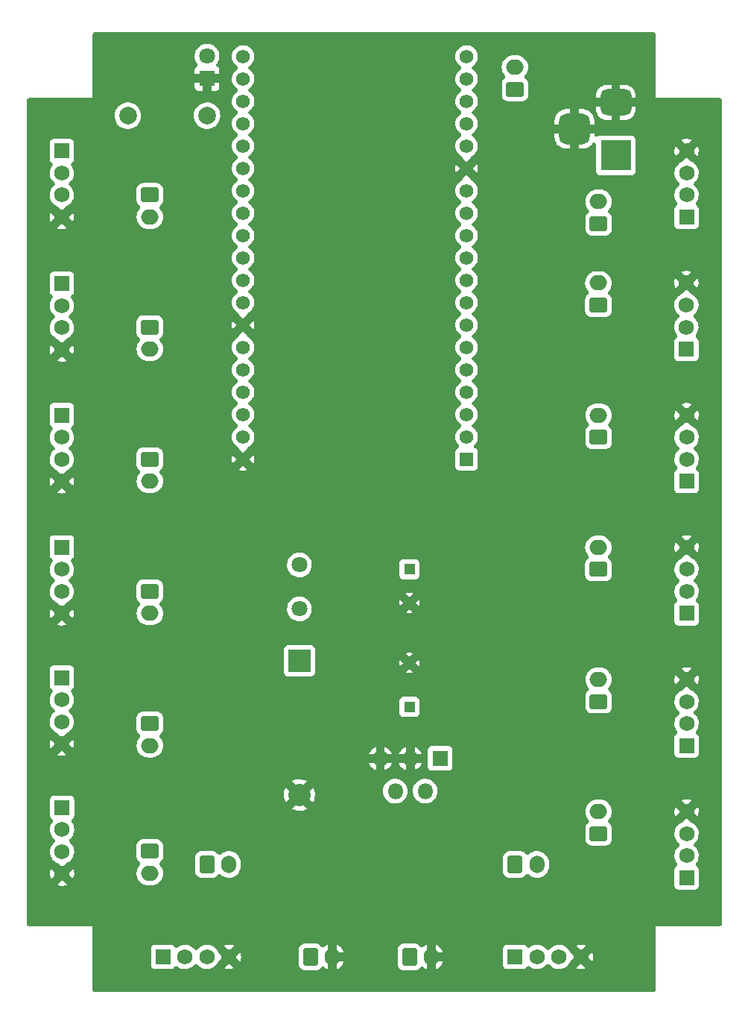
<source format=gbl>
G04 #@! TF.GenerationSoftware,KiCad,Pcbnew,(6.0.7)*
G04 #@! TF.CreationDate,2023-05-03T18:52:43+01:00*
G04 #@! TF.ProjectId,beehive,62656568-6976-4652-9e6b-696361645f70,rev?*
G04 #@! TF.SameCoordinates,Original*
G04 #@! TF.FileFunction,Copper,L2,Bot*
G04 #@! TF.FilePolarity,Positive*
%FSLAX46Y46*%
G04 Gerber Fmt 4.6, Leading zero omitted, Abs format (unit mm)*
G04 Created by KiCad (PCBNEW (6.0.7)) date 2023-05-03 18:52:43*
%MOMM*%
%LPD*%
G01*
G04 APERTURE LIST*
G04 Aperture macros list*
%AMRoundRect*
0 Rectangle with rounded corners*
0 $1 Rounding radius*
0 $2 $3 $4 $5 $6 $7 $8 $9 X,Y pos of 4 corners*
0 Add a 4 corners polygon primitive as box body*
4,1,4,$2,$3,$4,$5,$6,$7,$8,$9,$2,$3,0*
0 Add four circle primitives for the rounded corners*
1,1,$1+$1,$2,$3*
1,1,$1+$1,$4,$5*
1,1,$1+$1,$6,$7*
1,1,$1+$1,$8,$9*
0 Add four rect primitives between the rounded corners*
20,1,$1+$1,$2,$3,$4,$5,0*
20,1,$1+$1,$4,$5,$6,$7,0*
20,1,$1+$1,$6,$7,$8,$9,0*
20,1,$1+$1,$8,$9,$2,$3,0*%
G04 Aperture macros list end*
G04 #@! TA.AperFunction,ComponentPad*
%ADD10R,1.750000X1.750000*%
G04 #@! TD*
G04 #@! TA.AperFunction,ComponentPad*
%ADD11C,1.750000*%
G04 #@! TD*
G04 #@! TA.AperFunction,ComponentPad*
%ADD12R,3.500000X3.500000*%
G04 #@! TD*
G04 #@! TA.AperFunction,ComponentPad*
%ADD13RoundRect,0.750000X-1.000000X0.750000X-1.000000X-0.750000X1.000000X-0.750000X1.000000X0.750000X0*%
G04 #@! TD*
G04 #@! TA.AperFunction,ComponentPad*
%ADD14RoundRect,0.875000X-0.875000X0.875000X-0.875000X-0.875000X0.875000X-0.875000X0.875000X0.875000X0*%
G04 #@! TD*
G04 #@! TA.AperFunction,ComponentPad*
%ADD15C,1.800000*%
G04 #@! TD*
G04 #@! TA.AperFunction,ComponentPad*
%ADD16R,1.300000X1.300000*%
G04 #@! TD*
G04 #@! TA.AperFunction,ComponentPad*
%ADD17C,1.300000*%
G04 #@! TD*
G04 #@! TA.AperFunction,ComponentPad*
%ADD18R,2.540000X2.540000*%
G04 #@! TD*
G04 #@! TA.AperFunction,ComponentPad*
%ADD19C,2.540000*%
G04 #@! TD*
G04 #@! TA.AperFunction,ComponentPad*
%ADD20RoundRect,0.250000X-0.600000X-0.750000X0.600000X-0.750000X0.600000X0.750000X-0.600000X0.750000X0*%
G04 #@! TD*
G04 #@! TA.AperFunction,ComponentPad*
%ADD21O,1.700000X2.000000*%
G04 #@! TD*
G04 #@! TA.AperFunction,ComponentPad*
%ADD22R,1.800000X1.800000*%
G04 #@! TD*
G04 #@! TA.AperFunction,ComponentPad*
%ADD23O,1.800000X1.800000*%
G04 #@! TD*
G04 #@! TA.AperFunction,ComponentPad*
%ADD24R,1.560000X1.560000*%
G04 #@! TD*
G04 #@! TA.AperFunction,ComponentPad*
%ADD25C,1.560000*%
G04 #@! TD*
G04 #@! TA.AperFunction,ComponentPad*
%ADD26C,2.000000*%
G04 #@! TD*
G04 #@! TA.AperFunction,ComponentPad*
%ADD27RoundRect,0.250000X0.750000X-0.600000X0.750000X0.600000X-0.750000X0.600000X-0.750000X-0.600000X0*%
G04 #@! TD*
G04 #@! TA.AperFunction,ComponentPad*
%ADD28O,2.000000X1.700000*%
G04 #@! TD*
G04 #@! TA.AperFunction,ComponentPad*
%ADD29RoundRect,0.250000X-0.750000X0.600000X-0.750000X-0.600000X0.750000X-0.600000X0.750000X0.600000X0*%
G04 #@! TD*
G04 APERTURE END LIST*
D10*
X51500000Y-44500000D03*
D11*
X51500000Y-47000000D03*
X51500000Y-49500000D03*
X51500000Y-52000000D03*
D10*
X51500000Y-59550000D03*
D11*
X51500000Y-62050000D03*
X51500000Y-64550000D03*
X51500000Y-67050000D03*
D10*
X51500000Y-74500000D03*
D11*
X51500000Y-77000000D03*
X51500000Y-79500000D03*
X51500000Y-82000000D03*
D10*
X51500000Y-89500000D03*
D11*
X51500000Y-92000000D03*
X51500000Y-94500000D03*
X51500000Y-97000000D03*
D10*
X51500000Y-104300000D03*
D11*
X51500000Y-106800000D03*
X51500000Y-109300000D03*
X51500000Y-111800000D03*
D10*
X63000000Y-136000000D03*
D11*
X65500000Y-136000000D03*
X68000000Y-136000000D03*
X70500000Y-136000000D03*
D10*
X122500000Y-82000000D03*
D11*
X122500000Y-79500000D03*
X122500000Y-77000000D03*
X122500000Y-74500000D03*
D10*
X122500000Y-97000000D03*
D11*
X122500000Y-94500000D03*
X122500000Y-92000000D03*
X122500000Y-89500000D03*
D10*
X122500000Y-127000000D03*
D11*
X122500000Y-124500000D03*
X122500000Y-122000000D03*
X122500000Y-119500000D03*
D10*
X103000000Y-136000000D03*
D11*
X105500000Y-136000000D03*
X108000000Y-136000000D03*
X110500000Y-136000000D03*
D10*
X122500000Y-112000000D03*
D11*
X122500000Y-109500000D03*
X122500000Y-107000000D03*
X122500000Y-104500000D03*
D10*
X122500000Y-52000000D03*
D11*
X122500000Y-49500000D03*
X122500000Y-47000000D03*
X122500000Y-44500000D03*
D10*
X122475000Y-67000000D03*
D11*
X122475000Y-64500000D03*
X122475000Y-62000000D03*
X122475000Y-59500000D03*
D10*
X51525000Y-119050000D03*
D11*
X51525000Y-121550000D03*
X51525000Y-124050000D03*
X51525000Y-126550000D03*
D12*
X114457500Y-45000000D03*
D13*
X114457500Y-39000000D03*
D14*
X109757500Y-42000000D03*
D15*
X78500000Y-96500000D03*
X78500000Y-91500000D03*
D16*
X91000000Y-107621220D03*
D17*
X91000000Y-102621220D03*
D16*
X91000000Y-92000000D03*
D17*
X91000000Y-95800000D03*
D18*
X78500000Y-102380000D03*
D19*
X78500000Y-117620000D03*
D20*
X91000000Y-136000000D03*
D21*
X93500000Y-136000000D03*
D20*
X79750000Y-136000000D03*
D21*
X82250000Y-136000000D03*
D22*
X94500000Y-113471220D03*
D23*
X92800000Y-117171220D03*
X91100000Y-113471220D03*
X89400000Y-117171220D03*
X87700000Y-113471220D03*
D24*
X97500000Y-79500000D03*
D25*
X97500000Y-76960000D03*
X97500000Y-74420000D03*
X97500000Y-71880000D03*
X97500000Y-69340000D03*
X97500000Y-66800000D03*
X97500000Y-64260000D03*
X97500000Y-61720000D03*
X97500000Y-59180000D03*
X97500000Y-56640000D03*
X97500000Y-54100000D03*
X97500000Y-51560000D03*
X97500000Y-49020000D03*
X97500000Y-46480000D03*
X97500000Y-43940000D03*
X97500000Y-41400000D03*
X97500000Y-38860000D03*
X97500000Y-36320000D03*
X97500000Y-33780000D03*
X72100000Y-79500000D03*
X72100000Y-76960000D03*
X72100000Y-74420000D03*
X72100000Y-71880000D03*
X72100000Y-69340000D03*
X72100000Y-66800000D03*
X72100000Y-64260000D03*
X72100000Y-61720000D03*
X72100000Y-59180000D03*
X72100000Y-56640000D03*
X72100000Y-54100000D03*
X72100000Y-51560000D03*
X72100000Y-49020000D03*
X72100000Y-46480000D03*
X72100000Y-43940000D03*
X72100000Y-41400000D03*
X72100000Y-38860000D03*
X72100000Y-36320000D03*
X72100000Y-33780000D03*
D22*
X68000000Y-36275000D03*
D15*
X68000000Y-33735000D03*
D26*
X68000000Y-40500000D03*
X59000000Y-40500000D03*
D27*
X112475000Y-92000000D03*
D28*
X112475000Y-89500000D03*
D29*
X61500000Y-64500000D03*
D28*
X61500000Y-67000000D03*
D29*
X61500000Y-94500000D03*
D28*
X61500000Y-97000000D03*
D27*
X112500000Y-77000000D03*
D28*
X112500000Y-74500000D03*
D20*
X103000000Y-125500000D03*
D21*
X105500000Y-125500000D03*
D27*
X112500000Y-122000000D03*
D28*
X112500000Y-119500000D03*
D27*
X112475000Y-62000000D03*
D28*
X112475000Y-59500000D03*
D29*
X61500000Y-49500000D03*
D28*
X61500000Y-52000000D03*
D27*
X112500000Y-52750000D03*
D28*
X112500000Y-50250000D03*
D27*
X103000000Y-37500000D03*
D28*
X103000000Y-35000000D03*
D29*
X61500000Y-79500000D03*
D28*
X61500000Y-82000000D03*
D20*
X68000000Y-125500000D03*
D21*
X70500000Y-125500000D03*
D27*
X112500000Y-107000000D03*
D28*
X112500000Y-104500000D03*
D29*
X61500000Y-124000000D03*
D28*
X61500000Y-126500000D03*
D29*
X61500000Y-109500000D03*
D28*
X61500000Y-112000000D03*
G04 #@! TA.AperFunction,Conductor*
G36*
X118846288Y-31019454D02*
G01*
X118927070Y-31073430D01*
X118981046Y-31154212D01*
X119000000Y-31249500D01*
X119000000Y-38500000D01*
X126250500Y-38500000D01*
X126345788Y-38518954D01*
X126426570Y-38572930D01*
X126480546Y-38653712D01*
X126499500Y-38749000D01*
X126499500Y-132251000D01*
X126480546Y-132346288D01*
X126426570Y-132427070D01*
X126345788Y-132481046D01*
X126250500Y-132500000D01*
X119000000Y-132500000D01*
X119000000Y-139750500D01*
X118981046Y-139845788D01*
X118927070Y-139926570D01*
X118846288Y-139980546D01*
X118751000Y-139999500D01*
X55249000Y-139999500D01*
X55153712Y-139980546D01*
X55072930Y-139926570D01*
X55018954Y-139845788D01*
X55000000Y-139750500D01*
X55000000Y-135077623D01*
X61624500Y-135077623D01*
X61624501Y-136922376D01*
X61631149Y-136983580D01*
X61681474Y-137117824D01*
X61767454Y-137232546D01*
X61882176Y-137318526D01*
X61907963Y-137328193D01*
X62001804Y-137363372D01*
X62001805Y-137363372D01*
X62016420Y-137368851D01*
X62077623Y-137375500D01*
X62999383Y-137375500D01*
X63922376Y-137375499D01*
X63983580Y-137368851D01*
X64117824Y-137318526D01*
X64232546Y-137232546D01*
X64305190Y-137135619D01*
X64377502Y-137070737D01*
X64469141Y-137038466D01*
X64566154Y-137043720D01*
X64653771Y-137085699D01*
X64663492Y-137093370D01*
X64708342Y-137130605D01*
X64717163Y-137135760D01*
X64717165Y-137135761D01*
X64814088Y-137192398D01*
X64903629Y-137244722D01*
X64913169Y-137248365D01*
X65105384Y-137321765D01*
X65105388Y-137321766D01*
X65114933Y-137325411D01*
X65201307Y-137342984D01*
X65326564Y-137368468D01*
X65326566Y-137368468D01*
X65336577Y-137370505D01*
X65431080Y-137373970D01*
X65552398Y-137378419D01*
X65552404Y-137378419D01*
X65562611Y-137378793D01*
X65572742Y-137377495D01*
X65572747Y-137377495D01*
X65691963Y-137362223D01*
X65786963Y-137350053D01*
X65796747Y-137347118D01*
X65796750Y-137347117D01*
X65993819Y-137287993D01*
X65993821Y-137287992D01*
X66003608Y-137285056D01*
X66012783Y-137280561D01*
X66012786Y-137280560D01*
X66164985Y-137205998D01*
X66206729Y-137185548D01*
X66390870Y-137054202D01*
X66528114Y-136917436D01*
X66543840Y-136901765D01*
X66543841Y-136901763D01*
X66551086Y-136894544D01*
X66557054Y-136886239D01*
X66562744Y-136879553D01*
X66638937Y-136819273D01*
X66732399Y-136792739D01*
X66828900Y-136803991D01*
X66913750Y-136851315D01*
X66940570Y-136877903D01*
X67034315Y-136986125D01*
X67085674Y-137028764D01*
X67200477Y-137124076D01*
X67200482Y-137124079D01*
X67208342Y-137130605D01*
X67217163Y-137135760D01*
X67217165Y-137135761D01*
X67314088Y-137192398D01*
X67403629Y-137244722D01*
X67413169Y-137248365D01*
X67605384Y-137321765D01*
X67605388Y-137321766D01*
X67614933Y-137325411D01*
X67701307Y-137342984D01*
X67826564Y-137368468D01*
X67826566Y-137368468D01*
X67836577Y-137370505D01*
X67931080Y-137373970D01*
X68052398Y-137378419D01*
X68052404Y-137378419D01*
X68062611Y-137378793D01*
X68072742Y-137377495D01*
X68072747Y-137377495D01*
X68191963Y-137362223D01*
X68286963Y-137350053D01*
X68296747Y-137347118D01*
X68296750Y-137347117D01*
X68493819Y-137287993D01*
X68493821Y-137287992D01*
X68503608Y-137285056D01*
X68512783Y-137280561D01*
X68512786Y-137280560D01*
X68557589Y-137258611D01*
X69953599Y-137258611D01*
X69971087Y-137269947D01*
X70105520Y-137321281D01*
X70125094Y-137326968D01*
X70326621Y-137367968D01*
X70346847Y-137370380D01*
X70552376Y-137377917D01*
X70572724Y-137376994D01*
X70776722Y-137350860D01*
X70796646Y-137346626D01*
X70993638Y-137287525D01*
X71012604Y-137280092D01*
X71031107Y-137271028D01*
X71047660Y-137258395D01*
X71038576Y-137245682D01*
X70592759Y-136799866D01*
X78399500Y-136799866D01*
X78400164Y-136806262D01*
X78400164Y-136806269D01*
X78407768Y-136879553D01*
X78410359Y-136904519D01*
X78414667Y-136917432D01*
X78414668Y-136917436D01*
X78441614Y-136998202D01*
X78465744Y-137070529D01*
X78473354Y-137082826D01*
X78473355Y-137082829D01*
X78494363Y-137116777D01*
X78557834Y-137219345D01*
X78681689Y-137342984D01*
X78694003Y-137350574D01*
X78694005Y-137350576D01*
X78817413Y-137426645D01*
X78830666Y-137434814D01*
X78894041Y-137455835D01*
X78983864Y-137485629D01*
X78983868Y-137485630D01*
X78996772Y-137489910D01*
X79010300Y-137491296D01*
X79093815Y-137499853D01*
X79093823Y-137499853D01*
X79100134Y-137500500D01*
X80399866Y-137500500D01*
X80406262Y-137499836D01*
X80406269Y-137499836D01*
X80490971Y-137491047D01*
X80490973Y-137491047D01*
X80504519Y-137489641D01*
X80517432Y-137485333D01*
X80517436Y-137485332D01*
X80656810Y-137438833D01*
X80670529Y-137434256D01*
X80682826Y-137426646D01*
X80682829Y-137426645D01*
X80804502Y-137351351D01*
X80819345Y-137342166D01*
X80902970Y-137258395D01*
X80932763Y-137228550D01*
X80932764Y-137228549D01*
X80942984Y-137218311D01*
X80955451Y-137198086D01*
X81021584Y-137126917D01*
X81109920Y-137086473D01*
X81207010Y-137082912D01*
X81298072Y-137116777D01*
X81343486Y-137152674D01*
X81371239Y-137180427D01*
X81387823Y-137194343D01*
X81563522Y-137317369D01*
X81582269Y-137328192D01*
X81727772Y-137396042D01*
X81746490Y-137400622D01*
X81750000Y-137386277D01*
X81750000Y-137381878D01*
X82750000Y-137381878D01*
X82753760Y-137400779D01*
X82768246Y-137397898D01*
X82917729Y-137328193D01*
X82936482Y-137317365D01*
X83112170Y-137194347D01*
X83128764Y-137180424D01*
X83280424Y-137028764D01*
X83294347Y-137012170D01*
X83417365Y-136836482D01*
X83428195Y-136817725D01*
X83436523Y-136799866D01*
X89649500Y-136799866D01*
X89650164Y-136806262D01*
X89650164Y-136806269D01*
X89657768Y-136879553D01*
X89660359Y-136904519D01*
X89664667Y-136917432D01*
X89664668Y-136917436D01*
X89691614Y-136998202D01*
X89715744Y-137070529D01*
X89723354Y-137082826D01*
X89723355Y-137082829D01*
X89744363Y-137116777D01*
X89807834Y-137219345D01*
X89931689Y-137342984D01*
X89944003Y-137350574D01*
X89944005Y-137350576D01*
X90067413Y-137426645D01*
X90080666Y-137434814D01*
X90144041Y-137455835D01*
X90233864Y-137485629D01*
X90233868Y-137485630D01*
X90246772Y-137489910D01*
X90260300Y-137491296D01*
X90343815Y-137499853D01*
X90343823Y-137499853D01*
X90350134Y-137500500D01*
X91649866Y-137500500D01*
X91656262Y-137499836D01*
X91656269Y-137499836D01*
X91740971Y-137491047D01*
X91740973Y-137491047D01*
X91754519Y-137489641D01*
X91767432Y-137485333D01*
X91767436Y-137485332D01*
X91906810Y-137438833D01*
X91920529Y-137434256D01*
X91932826Y-137426646D01*
X91932829Y-137426645D01*
X92054502Y-137351351D01*
X92069345Y-137342166D01*
X92152970Y-137258395D01*
X92182763Y-137228550D01*
X92182764Y-137228549D01*
X92192984Y-137218311D01*
X92205451Y-137198086D01*
X92271584Y-137126917D01*
X92359920Y-137086473D01*
X92457010Y-137082912D01*
X92548072Y-137116777D01*
X92593486Y-137152674D01*
X92621239Y-137180427D01*
X92637823Y-137194343D01*
X92813522Y-137317369D01*
X92832269Y-137328192D01*
X92977772Y-137396042D01*
X92996490Y-137400622D01*
X93000000Y-137386277D01*
X93000000Y-137381878D01*
X94000000Y-137381878D01*
X94003760Y-137400779D01*
X94018246Y-137397898D01*
X94167729Y-137328193D01*
X94186482Y-137317365D01*
X94362170Y-137194347D01*
X94378764Y-137180424D01*
X94530424Y-137028764D01*
X94544347Y-137012170D01*
X94667365Y-136836482D01*
X94678195Y-136817725D01*
X94768834Y-136623348D01*
X94776246Y-136602985D01*
X94797493Y-136523691D01*
X94798857Y-136502877D01*
X94795030Y-136500989D01*
X94787516Y-136500000D01*
X94024527Y-136500000D01*
X94004069Y-136504069D01*
X94000000Y-136524527D01*
X94000000Y-137381878D01*
X93000000Y-137381878D01*
X93000000Y-135475473D01*
X94000000Y-135475473D01*
X94004069Y-135495931D01*
X94024527Y-135500000D01*
X94779314Y-135500000D01*
X94799772Y-135495931D01*
X94800605Y-135491743D01*
X94799615Y-135484229D01*
X94776246Y-135397015D01*
X94768834Y-135376652D01*
X94678195Y-135182275D01*
X94667365Y-135163518D01*
X94607221Y-135077623D01*
X101624500Y-135077623D01*
X101624501Y-136922376D01*
X101631149Y-136983580D01*
X101681474Y-137117824D01*
X101767454Y-137232546D01*
X101882176Y-137318526D01*
X101907963Y-137328193D01*
X102001804Y-137363372D01*
X102001805Y-137363372D01*
X102016420Y-137368851D01*
X102077623Y-137375500D01*
X102999383Y-137375500D01*
X103922376Y-137375499D01*
X103983580Y-137368851D01*
X104117824Y-137318526D01*
X104232546Y-137232546D01*
X104305190Y-137135619D01*
X104377502Y-137070737D01*
X104469141Y-137038466D01*
X104566154Y-137043720D01*
X104653771Y-137085699D01*
X104663492Y-137093370D01*
X104708342Y-137130605D01*
X104717163Y-137135760D01*
X104717165Y-137135761D01*
X104814088Y-137192398D01*
X104903629Y-137244722D01*
X104913169Y-137248365D01*
X105105384Y-137321765D01*
X105105388Y-137321766D01*
X105114933Y-137325411D01*
X105201307Y-137342984D01*
X105326564Y-137368468D01*
X105326566Y-137368468D01*
X105336577Y-137370505D01*
X105431080Y-137373970D01*
X105552398Y-137378419D01*
X105552404Y-137378419D01*
X105562611Y-137378793D01*
X105572742Y-137377495D01*
X105572747Y-137377495D01*
X105691963Y-137362223D01*
X105786963Y-137350053D01*
X105796747Y-137347118D01*
X105796750Y-137347117D01*
X105993819Y-137287993D01*
X105993821Y-137287992D01*
X106003608Y-137285056D01*
X106012783Y-137280561D01*
X106012786Y-137280560D01*
X106164985Y-137205998D01*
X106206729Y-137185548D01*
X106390870Y-137054202D01*
X106528114Y-136917436D01*
X106543840Y-136901765D01*
X106543841Y-136901763D01*
X106551086Y-136894544D01*
X106557054Y-136886239D01*
X106562744Y-136879553D01*
X106638937Y-136819273D01*
X106732399Y-136792739D01*
X106828900Y-136803991D01*
X106913750Y-136851315D01*
X106940570Y-136877903D01*
X107034315Y-136986125D01*
X107085674Y-137028764D01*
X107200477Y-137124076D01*
X107200482Y-137124079D01*
X107208342Y-137130605D01*
X107217163Y-137135760D01*
X107217165Y-137135761D01*
X107314088Y-137192398D01*
X107403629Y-137244722D01*
X107413169Y-137248365D01*
X107605384Y-137321765D01*
X107605388Y-137321766D01*
X107614933Y-137325411D01*
X107701307Y-137342984D01*
X107826564Y-137368468D01*
X107826566Y-137368468D01*
X107836577Y-137370505D01*
X107931080Y-137373970D01*
X108052398Y-137378419D01*
X108052404Y-137378419D01*
X108062611Y-137378793D01*
X108072742Y-137377495D01*
X108072747Y-137377495D01*
X108191963Y-137362223D01*
X108286963Y-137350053D01*
X108296747Y-137347118D01*
X108296750Y-137347117D01*
X108493819Y-137287993D01*
X108493821Y-137287992D01*
X108503608Y-137285056D01*
X108512783Y-137280561D01*
X108512786Y-137280560D01*
X108557589Y-137258611D01*
X109953599Y-137258611D01*
X109971087Y-137269947D01*
X110105520Y-137321281D01*
X110125094Y-137326968D01*
X110326621Y-137367968D01*
X110346847Y-137370380D01*
X110552376Y-137377917D01*
X110572724Y-137376994D01*
X110776722Y-137350860D01*
X110796646Y-137346626D01*
X110993638Y-137287525D01*
X111012604Y-137280092D01*
X111031107Y-137271028D01*
X111047660Y-137258395D01*
X111038576Y-137245682D01*
X110517342Y-136724449D01*
X110500000Y-136712861D01*
X110482658Y-136724449D01*
X109963877Y-137243229D01*
X109953599Y-137258611D01*
X108557589Y-137258611D01*
X108664985Y-137205998D01*
X108706729Y-137185548D01*
X108890870Y-137054202D01*
X109028114Y-136917436D01*
X109043848Y-136901757D01*
X109043849Y-136901756D01*
X109051086Y-136894544D01*
X109183074Y-136710863D01*
X109226327Y-136623348D01*
X109263650Y-136547832D01*
X109310805Y-136482089D01*
X109775551Y-136017342D01*
X109787139Y-136000000D01*
X111212861Y-136000000D01*
X111224448Y-136017341D01*
X111743054Y-136535947D01*
X111760395Y-136547534D01*
X111760503Y-136547461D01*
X111769417Y-136535033D01*
X111778296Y-136517068D01*
X111785794Y-136498131D01*
X111845583Y-136301338D01*
X111849885Y-136281444D01*
X111877202Y-136073957D01*
X111878227Y-136060786D01*
X111879550Y-136006626D01*
X111879169Y-135993395D01*
X111862022Y-135784839D01*
X111858696Y-135764746D01*
X111808591Y-135565273D01*
X111802031Y-135546001D01*
X111769102Y-135470270D01*
X111757860Y-135454065D01*
X111742757Y-135464349D01*
X111224449Y-135982658D01*
X111212861Y-136000000D01*
X109787139Y-136000000D01*
X109775551Y-135982658D01*
X109308064Y-135515170D01*
X109255787Y-135438391D01*
X109220461Y-135357148D01*
X109220460Y-135357146D01*
X109216387Y-135347779D01*
X109184452Y-135298415D01*
X109099081Y-135166450D01*
X109099077Y-135166444D01*
X109093529Y-135157869D01*
X109075637Y-135138205D01*
X108948176Y-134998127D01*
X108948174Y-134998125D01*
X108941304Y-134990575D01*
X108786073Y-134867981D01*
X108771817Y-134856722D01*
X108771815Y-134856721D01*
X108763799Y-134850390D01*
X108639280Y-134781652D01*
X108574728Y-134746017D01*
X108574724Y-134746015D01*
X108565782Y-134741079D01*
X108563139Y-134740143D01*
X109951007Y-134740143D01*
X109951419Y-134741558D01*
X109958988Y-134751881D01*
X110482659Y-135275552D01*
X110500000Y-135287139D01*
X110517342Y-135275551D01*
X111037733Y-134755161D01*
X111048438Y-134739139D01*
X111036752Y-134731330D01*
X110862078Y-134669474D01*
X110842378Y-134664269D01*
X110639906Y-134628204D01*
X110619620Y-134626286D01*
X110413983Y-134623774D01*
X110393649Y-134625196D01*
X110190362Y-134656302D01*
X110170535Y-134661026D01*
X109975064Y-134724916D01*
X109964388Y-134729403D01*
X109951007Y-134740143D01*
X108563139Y-134740143D01*
X108556156Y-134737670D01*
X108556151Y-134737668D01*
X108362205Y-134668989D01*
X108362206Y-134668989D01*
X108352570Y-134665577D01*
X108309102Y-134657834D01*
X108139953Y-134627703D01*
X108139947Y-134627702D01*
X108129890Y-134625911D01*
X108119669Y-134625786D01*
X108119668Y-134625786D01*
X107991219Y-134624217D01*
X107903721Y-134623148D01*
X107680138Y-134657361D01*
X107465146Y-134727632D01*
X107264517Y-134832072D01*
X107220701Y-134864970D01*
X107091817Y-134961739D01*
X107091813Y-134961742D01*
X107083640Y-134967879D01*
X106928503Y-135130219D01*
X106848969Y-135186012D01*
X106754135Y-135207123D01*
X106658441Y-135190335D01*
X106576456Y-135138205D01*
X106564318Y-135125766D01*
X106448182Y-134998132D01*
X106448171Y-134998122D01*
X106441304Y-134990575D01*
X106286073Y-134867981D01*
X106271817Y-134856722D01*
X106271815Y-134856721D01*
X106263799Y-134850390D01*
X106139280Y-134781652D01*
X106074728Y-134746017D01*
X106074724Y-134746015D01*
X106065782Y-134741079D01*
X106056156Y-134737670D01*
X106056151Y-134737668D01*
X105862205Y-134668989D01*
X105862206Y-134668989D01*
X105852570Y-134665577D01*
X105809102Y-134657834D01*
X105639953Y-134627703D01*
X105639947Y-134627702D01*
X105629890Y-134625911D01*
X105619669Y-134625786D01*
X105619668Y-134625786D01*
X105491219Y-134624217D01*
X105403721Y-134623148D01*
X105180138Y-134657361D01*
X104965146Y-134727632D01*
X104764517Y-134832072D01*
X104720701Y-134864970D01*
X104654387Y-134914760D01*
X104566806Y-134956816D01*
X104469798Y-134962155D01*
X104378131Y-134929964D01*
X104305632Y-134864972D01*
X104232546Y-134767454D01*
X104117824Y-134681474D01*
X104049378Y-134655815D01*
X103998196Y-134636628D01*
X103998195Y-134636628D01*
X103983580Y-134631149D01*
X103922377Y-134624500D01*
X103000617Y-134624500D01*
X102077624Y-134624501D01*
X102016420Y-134631149D01*
X101882176Y-134681474D01*
X101767454Y-134767454D01*
X101681474Y-134882176D01*
X101669259Y-134914760D01*
X101638007Y-134998127D01*
X101631149Y-135016420D01*
X101624500Y-135077623D01*
X94607221Y-135077623D01*
X94544347Y-134987830D01*
X94530424Y-134971236D01*
X94378761Y-134819573D01*
X94362177Y-134805657D01*
X94186478Y-134682631D01*
X94167731Y-134671808D01*
X94022228Y-134603958D01*
X94003510Y-134599378D01*
X94000000Y-134613723D01*
X94000000Y-135475473D01*
X93000000Y-135475473D01*
X93000000Y-134618121D01*
X92996240Y-134599221D01*
X92981754Y-134602102D01*
X92832271Y-134671807D01*
X92813518Y-134682635D01*
X92637830Y-134805653D01*
X92621236Y-134819576D01*
X92593407Y-134847405D01*
X92512625Y-134901381D01*
X92417337Y-134920335D01*
X92322049Y-134901381D01*
X92241267Y-134847405D01*
X92205601Y-134802364D01*
X92199781Y-134792958D01*
X92199773Y-134792948D01*
X92192166Y-134780655D01*
X92068311Y-134657016D01*
X92055997Y-134649426D01*
X92055995Y-134649424D01*
X91931654Y-134572780D01*
X91931653Y-134572780D01*
X91919334Y-134565186D01*
X91837931Y-134538185D01*
X91766136Y-134514371D01*
X91766132Y-134514370D01*
X91753228Y-134510090D01*
X91736366Y-134508362D01*
X91656185Y-134500147D01*
X91656177Y-134500147D01*
X91649866Y-134499500D01*
X90350134Y-134499500D01*
X90343738Y-134500164D01*
X90343731Y-134500164D01*
X90259029Y-134508953D01*
X90259027Y-134508953D01*
X90245481Y-134510359D01*
X90232568Y-134514667D01*
X90232564Y-134514668D01*
X90094800Y-134560630D01*
X90079471Y-134565744D01*
X90067174Y-134573354D01*
X90067171Y-134573355D01*
X89986707Y-134623148D01*
X89930655Y-134657834D01*
X89913272Y-134675247D01*
X89848490Y-134740143D01*
X89807016Y-134781689D01*
X89799426Y-134794003D01*
X89799424Y-134794005D01*
X89722780Y-134918346D01*
X89715186Y-134930666D01*
X89700392Y-134975267D01*
X89666442Y-135077623D01*
X89660090Y-135096772D01*
X89658704Y-135110300D01*
X89651330Y-135182275D01*
X89649500Y-135200134D01*
X89649500Y-136799866D01*
X83436523Y-136799866D01*
X83518834Y-136623348D01*
X83526246Y-136602985D01*
X83547493Y-136523691D01*
X83548857Y-136502877D01*
X83545030Y-136500989D01*
X83537516Y-136500000D01*
X82774527Y-136500000D01*
X82754069Y-136504069D01*
X82750000Y-136524527D01*
X82750000Y-137381878D01*
X81750000Y-137381878D01*
X81750000Y-135475473D01*
X82750000Y-135475473D01*
X82754069Y-135495931D01*
X82774527Y-135500000D01*
X83529314Y-135500000D01*
X83549772Y-135495931D01*
X83550605Y-135491743D01*
X83549615Y-135484229D01*
X83526246Y-135397015D01*
X83518834Y-135376652D01*
X83428195Y-135182275D01*
X83417365Y-135163518D01*
X83294347Y-134987830D01*
X83280424Y-134971236D01*
X83128761Y-134819573D01*
X83112177Y-134805657D01*
X82936478Y-134682631D01*
X82917731Y-134671808D01*
X82772228Y-134603958D01*
X82753510Y-134599378D01*
X82750000Y-134613723D01*
X82750000Y-135475473D01*
X81750000Y-135475473D01*
X81750000Y-134618121D01*
X81746240Y-134599221D01*
X81731754Y-134602102D01*
X81582271Y-134671807D01*
X81563518Y-134682635D01*
X81387830Y-134805653D01*
X81371236Y-134819576D01*
X81343407Y-134847405D01*
X81262625Y-134901381D01*
X81167337Y-134920335D01*
X81072049Y-134901381D01*
X80991267Y-134847405D01*
X80955601Y-134802364D01*
X80949781Y-134792958D01*
X80949773Y-134792948D01*
X80942166Y-134780655D01*
X80818311Y-134657016D01*
X80805997Y-134649426D01*
X80805995Y-134649424D01*
X80681654Y-134572780D01*
X80681653Y-134572780D01*
X80669334Y-134565186D01*
X80587931Y-134538185D01*
X80516136Y-134514371D01*
X80516132Y-134514370D01*
X80503228Y-134510090D01*
X80486366Y-134508362D01*
X80406185Y-134500147D01*
X80406177Y-134500147D01*
X80399866Y-134499500D01*
X79100134Y-134499500D01*
X79093738Y-134500164D01*
X79093731Y-134500164D01*
X79009029Y-134508953D01*
X79009027Y-134508953D01*
X78995481Y-134510359D01*
X78982568Y-134514667D01*
X78982564Y-134514668D01*
X78844800Y-134560630D01*
X78829471Y-134565744D01*
X78817174Y-134573354D01*
X78817171Y-134573355D01*
X78736707Y-134623148D01*
X78680655Y-134657834D01*
X78663272Y-134675247D01*
X78598490Y-134740143D01*
X78557016Y-134781689D01*
X78549426Y-134794003D01*
X78549424Y-134794005D01*
X78472780Y-134918346D01*
X78465186Y-134930666D01*
X78450392Y-134975267D01*
X78416442Y-135077623D01*
X78410090Y-135096772D01*
X78408704Y-135110300D01*
X78401330Y-135182275D01*
X78399500Y-135200134D01*
X78399500Y-136799866D01*
X70592759Y-136799866D01*
X70517342Y-136724449D01*
X70500000Y-136712861D01*
X70482658Y-136724449D01*
X69963877Y-137243229D01*
X69953599Y-137258611D01*
X68557589Y-137258611D01*
X68664985Y-137205998D01*
X68706729Y-137185548D01*
X68890870Y-137054202D01*
X69028114Y-136917436D01*
X69043848Y-136901757D01*
X69043849Y-136901756D01*
X69051086Y-136894544D01*
X69183074Y-136710863D01*
X69226327Y-136623348D01*
X69263650Y-136547832D01*
X69310805Y-136482089D01*
X69775551Y-136017342D01*
X69787139Y-136000000D01*
X71212861Y-136000000D01*
X71224448Y-136017341D01*
X71743054Y-136535947D01*
X71760395Y-136547534D01*
X71760503Y-136547461D01*
X71769417Y-136535033D01*
X71778296Y-136517068D01*
X71785794Y-136498131D01*
X71845583Y-136301338D01*
X71849885Y-136281444D01*
X71877202Y-136073957D01*
X71878227Y-136060786D01*
X71879550Y-136006626D01*
X71879169Y-135993395D01*
X71862022Y-135784839D01*
X71858696Y-135764746D01*
X71808591Y-135565273D01*
X71802031Y-135546001D01*
X71769102Y-135470270D01*
X71757860Y-135454065D01*
X71742757Y-135464349D01*
X71224449Y-135982658D01*
X71212861Y-136000000D01*
X69787139Y-136000000D01*
X69775551Y-135982658D01*
X69308064Y-135515170D01*
X69255787Y-135438391D01*
X69220461Y-135357148D01*
X69220460Y-135357146D01*
X69216387Y-135347779D01*
X69184452Y-135298415D01*
X69099081Y-135166450D01*
X69099077Y-135166444D01*
X69093529Y-135157869D01*
X69075637Y-135138205D01*
X68948176Y-134998127D01*
X68948174Y-134998125D01*
X68941304Y-134990575D01*
X68786073Y-134867981D01*
X68771817Y-134856722D01*
X68771815Y-134856721D01*
X68763799Y-134850390D01*
X68639280Y-134781652D01*
X68574728Y-134746017D01*
X68574724Y-134746015D01*
X68565782Y-134741079D01*
X68563139Y-134740143D01*
X69951007Y-134740143D01*
X69951419Y-134741558D01*
X69958988Y-134751881D01*
X70482659Y-135275552D01*
X70500000Y-135287139D01*
X70517342Y-135275551D01*
X71037733Y-134755161D01*
X71048438Y-134739139D01*
X71036752Y-134731330D01*
X70862078Y-134669474D01*
X70842378Y-134664269D01*
X70639906Y-134628204D01*
X70619620Y-134626286D01*
X70413983Y-134623774D01*
X70393649Y-134625196D01*
X70190362Y-134656302D01*
X70170535Y-134661026D01*
X69975064Y-134724916D01*
X69964388Y-134729403D01*
X69951007Y-134740143D01*
X68563139Y-134740143D01*
X68556156Y-134737670D01*
X68556151Y-134737668D01*
X68362205Y-134668989D01*
X68362206Y-134668989D01*
X68352570Y-134665577D01*
X68309102Y-134657834D01*
X68139953Y-134627703D01*
X68139947Y-134627702D01*
X68129890Y-134625911D01*
X68119669Y-134625786D01*
X68119668Y-134625786D01*
X67991219Y-134624217D01*
X67903721Y-134623148D01*
X67680138Y-134657361D01*
X67465146Y-134727632D01*
X67264517Y-134832072D01*
X67220701Y-134864970D01*
X67091817Y-134961739D01*
X67091813Y-134961742D01*
X67083640Y-134967879D01*
X66928503Y-135130219D01*
X66848969Y-135186012D01*
X66754135Y-135207123D01*
X66658441Y-135190335D01*
X66576456Y-135138205D01*
X66564318Y-135125766D01*
X66448182Y-134998132D01*
X66448171Y-134998122D01*
X66441304Y-134990575D01*
X66286073Y-134867981D01*
X66271817Y-134856722D01*
X66271815Y-134856721D01*
X66263799Y-134850390D01*
X66139280Y-134781652D01*
X66074728Y-134746017D01*
X66074724Y-134746015D01*
X66065782Y-134741079D01*
X66056156Y-134737670D01*
X66056151Y-134737668D01*
X65862205Y-134668989D01*
X65862206Y-134668989D01*
X65852570Y-134665577D01*
X65809102Y-134657834D01*
X65639953Y-134627703D01*
X65639947Y-134627702D01*
X65629890Y-134625911D01*
X65619669Y-134625786D01*
X65619668Y-134625786D01*
X65491219Y-134624217D01*
X65403721Y-134623148D01*
X65180138Y-134657361D01*
X64965146Y-134727632D01*
X64764517Y-134832072D01*
X64720701Y-134864970D01*
X64654387Y-134914760D01*
X64566806Y-134956816D01*
X64469798Y-134962155D01*
X64378131Y-134929964D01*
X64305632Y-134864972D01*
X64232546Y-134767454D01*
X64117824Y-134681474D01*
X64049378Y-134655815D01*
X63998196Y-134636628D01*
X63998195Y-134636628D01*
X63983580Y-134631149D01*
X63922377Y-134624500D01*
X63000617Y-134624500D01*
X62077624Y-134624501D01*
X62016420Y-134631149D01*
X61882176Y-134681474D01*
X61767454Y-134767454D01*
X61681474Y-134882176D01*
X61669259Y-134914760D01*
X61638007Y-134998127D01*
X61631149Y-135016420D01*
X61624500Y-135077623D01*
X55000000Y-135077623D01*
X55000000Y-132500000D01*
X47749500Y-132500000D01*
X47654212Y-132481046D01*
X47573430Y-132427070D01*
X47519454Y-132346288D01*
X47500500Y-132251000D01*
X47500500Y-127808611D01*
X50978599Y-127808611D01*
X50996087Y-127819947D01*
X51130520Y-127871281D01*
X51150094Y-127876968D01*
X51351621Y-127917968D01*
X51371847Y-127920380D01*
X51577376Y-127927917D01*
X51597724Y-127926994D01*
X51801722Y-127900860D01*
X51821646Y-127896626D01*
X52018638Y-127837525D01*
X52037604Y-127830092D01*
X52056107Y-127821028D01*
X52072660Y-127808395D01*
X52063576Y-127795682D01*
X51542342Y-127274449D01*
X51525000Y-127262861D01*
X51507658Y-127274449D01*
X50988877Y-127793229D01*
X50978599Y-127808611D01*
X47500500Y-127808611D01*
X47500500Y-126526498D01*
X50146289Y-126526498D01*
X50158127Y-126731815D01*
X50160962Y-126751990D01*
X50206177Y-126952624D01*
X50212267Y-126972057D01*
X50256054Y-127079890D01*
X50266544Y-127095829D01*
X50282933Y-127084961D01*
X50800551Y-126567342D01*
X50812139Y-126550000D01*
X52237861Y-126550000D01*
X52249448Y-126567341D01*
X52768054Y-127085947D01*
X52785395Y-127097534D01*
X52785503Y-127097461D01*
X52794417Y-127085033D01*
X52803296Y-127067068D01*
X52810794Y-127048131D01*
X52870583Y-126851338D01*
X52874885Y-126831444D01*
X52902202Y-126623957D01*
X52903227Y-126610786D01*
X52904550Y-126556626D01*
X52904169Y-126543395D01*
X52900601Y-126500000D01*
X59994341Y-126500000D01*
X59995289Y-126510835D01*
X60010833Y-126688495D01*
X60014937Y-126735408D01*
X60076097Y-126963663D01*
X60080691Y-126973514D01*
X60080693Y-126973520D01*
X60171369Y-127167973D01*
X60175965Y-127177829D01*
X60311505Y-127371401D01*
X60478599Y-127538495D01*
X60672171Y-127674035D01*
X60682027Y-127678631D01*
X60876480Y-127769307D01*
X60876484Y-127769309D01*
X60886337Y-127773903D01*
X61114592Y-127835063D01*
X61125425Y-127836011D01*
X61125426Y-127836011D01*
X61176072Y-127840442D01*
X61291034Y-127850500D01*
X61708966Y-127850500D01*
X61823928Y-127840442D01*
X61874574Y-127836011D01*
X61874575Y-127836011D01*
X61885408Y-127835063D01*
X62113663Y-127773903D01*
X62123516Y-127769309D01*
X62123520Y-127769307D01*
X62317973Y-127678631D01*
X62327829Y-127674035D01*
X62521401Y-127538495D01*
X62688495Y-127371401D01*
X62694733Y-127362493D01*
X62817804Y-127186729D01*
X62817805Y-127186728D01*
X62824035Y-127177830D01*
X62828632Y-127167973D01*
X62904762Y-127004711D01*
X62923903Y-126963663D01*
X62926718Y-126953160D01*
X62959200Y-126831930D01*
X62985063Y-126735408D01*
X62989168Y-126688495D01*
X63004711Y-126510835D01*
X63005659Y-126500000D01*
X62988149Y-126299866D01*
X66649500Y-126299866D01*
X66650164Y-126306262D01*
X66650164Y-126306269D01*
X66652401Y-126327829D01*
X66660359Y-126404519D01*
X66664667Y-126417432D01*
X66664668Y-126417436D01*
X66696382Y-126512493D01*
X66715744Y-126570529D01*
X66723354Y-126582826D01*
X66723355Y-126582829D01*
X66766848Y-126653112D01*
X66807834Y-126719345D01*
X66931689Y-126842984D01*
X66944003Y-126850574D01*
X66944005Y-126850576D01*
X67055509Y-126919307D01*
X67080666Y-126934814D01*
X67162069Y-126961815D01*
X67233864Y-126985629D01*
X67233868Y-126985630D01*
X67246772Y-126989910D01*
X67260300Y-126991296D01*
X67343815Y-126999853D01*
X67343823Y-126999853D01*
X67350134Y-127000500D01*
X68649866Y-127000500D01*
X68656262Y-126999836D01*
X68656269Y-126999836D01*
X68740971Y-126991047D01*
X68740973Y-126991047D01*
X68754519Y-126989641D01*
X68767432Y-126985333D01*
X68767436Y-126985332D01*
X68906810Y-126938833D01*
X68920529Y-126934256D01*
X68932826Y-126926646D01*
X68932829Y-126926645D01*
X69054523Y-126851338D01*
X69069345Y-126842166D01*
X69192984Y-126718311D01*
X69205181Y-126698524D01*
X69271314Y-126627356D01*
X69359650Y-126586911D01*
X69456740Y-126583350D01*
X69547802Y-126617215D01*
X69593216Y-126653112D01*
X69628599Y-126688495D01*
X69637497Y-126694725D01*
X69637500Y-126694728D01*
X69719279Y-126751990D01*
X69822170Y-126824035D01*
X69832015Y-126828626D01*
X69832017Y-126828627D01*
X69879087Y-126850576D01*
X70036337Y-126923903D01*
X70046835Y-126926716D01*
X70046838Y-126926717D01*
X70145527Y-126953160D01*
X70264592Y-126985063D01*
X70275425Y-126986011D01*
X70275426Y-126986011D01*
X70489165Y-127004711D01*
X70500000Y-127005659D01*
X70510835Y-127004711D01*
X70724574Y-126986011D01*
X70724575Y-126986011D01*
X70735408Y-126985063D01*
X70963663Y-126923903D01*
X70973516Y-126919309D01*
X70973520Y-126919307D01*
X71167973Y-126828631D01*
X71177829Y-126824035D01*
X71371401Y-126688495D01*
X71538495Y-126521401D01*
X71674035Y-126327829D01*
X71686252Y-126301629D01*
X71687074Y-126299866D01*
X101649500Y-126299866D01*
X101650164Y-126306262D01*
X101650164Y-126306269D01*
X101652401Y-126327829D01*
X101660359Y-126404519D01*
X101664667Y-126417432D01*
X101664668Y-126417436D01*
X101696382Y-126512493D01*
X101715744Y-126570529D01*
X101723354Y-126582826D01*
X101723355Y-126582829D01*
X101766848Y-126653112D01*
X101807834Y-126719345D01*
X101931689Y-126842984D01*
X101944003Y-126850574D01*
X101944005Y-126850576D01*
X102055509Y-126919307D01*
X102080666Y-126934814D01*
X102162069Y-126961815D01*
X102233864Y-126985629D01*
X102233868Y-126985630D01*
X102246772Y-126989910D01*
X102260300Y-126991296D01*
X102343815Y-126999853D01*
X102343823Y-126999853D01*
X102350134Y-127000500D01*
X103649866Y-127000500D01*
X103656262Y-126999836D01*
X103656269Y-126999836D01*
X103740971Y-126991047D01*
X103740973Y-126991047D01*
X103754519Y-126989641D01*
X103767432Y-126985333D01*
X103767436Y-126985332D01*
X103906810Y-126938833D01*
X103920529Y-126934256D01*
X103932826Y-126926646D01*
X103932829Y-126926645D01*
X104054523Y-126851338D01*
X104069345Y-126842166D01*
X104192984Y-126718311D01*
X104205181Y-126698524D01*
X104271314Y-126627356D01*
X104359650Y-126586911D01*
X104456740Y-126583350D01*
X104547802Y-126617215D01*
X104593216Y-126653112D01*
X104628599Y-126688495D01*
X104637497Y-126694725D01*
X104637500Y-126694728D01*
X104719279Y-126751990D01*
X104822170Y-126824035D01*
X104832015Y-126828626D01*
X104832017Y-126828627D01*
X104879087Y-126850576D01*
X105036337Y-126923903D01*
X105046835Y-126926716D01*
X105046838Y-126926717D01*
X105145527Y-126953160D01*
X105264592Y-126985063D01*
X105275425Y-126986011D01*
X105275426Y-126986011D01*
X105489165Y-127004711D01*
X105500000Y-127005659D01*
X105510835Y-127004711D01*
X105724574Y-126986011D01*
X105724575Y-126986011D01*
X105735408Y-126985063D01*
X105963663Y-126923903D01*
X105973516Y-126919309D01*
X105973520Y-126919307D01*
X106167973Y-126828631D01*
X106177829Y-126824035D01*
X106371401Y-126688495D01*
X106538495Y-126521401D01*
X106674035Y-126327829D01*
X106686252Y-126301629D01*
X106769307Y-126123520D01*
X106769309Y-126123516D01*
X106773903Y-126113663D01*
X106835063Y-125885408D01*
X106850500Y-125708966D01*
X106850500Y-125291034D01*
X106835063Y-125114592D01*
X106773903Y-124886337D01*
X106687075Y-124700134D01*
X106678631Y-124682027D01*
X106674035Y-124672171D01*
X106667497Y-124662833D01*
X106596057Y-124560807D01*
X106538495Y-124478599D01*
X106526174Y-124466278D01*
X121120198Y-124466278D01*
X121133218Y-124692089D01*
X121182944Y-124912740D01*
X121186788Y-124922206D01*
X121186790Y-124922213D01*
X121233046Y-125036125D01*
X121268041Y-125122307D01*
X121273381Y-125131021D01*
X121380887Y-125306457D01*
X121380891Y-125306462D01*
X121386222Y-125315162D01*
X121402049Y-125333433D01*
X121450112Y-125417866D01*
X121462205Y-125514266D01*
X121436487Y-125607955D01*
X121376873Y-125684671D01*
X121363174Y-125695715D01*
X121338254Y-125714392D01*
X121267454Y-125767454D01*
X121181474Y-125882176D01*
X121131149Y-126016420D01*
X121124500Y-126077623D01*
X121124501Y-127922376D01*
X121131149Y-127983580D01*
X121181474Y-128117824D01*
X121267454Y-128232546D01*
X121382176Y-128318526D01*
X121398787Y-128324753D01*
X121501804Y-128363372D01*
X121501805Y-128363372D01*
X121516420Y-128368851D01*
X121577623Y-128375500D01*
X122499383Y-128375500D01*
X123422376Y-128375499D01*
X123483580Y-128368851D01*
X123617824Y-128318526D01*
X123732546Y-128232546D01*
X123818526Y-128117824D01*
X123868851Y-127983580D01*
X123875500Y-127922377D01*
X123875499Y-126077624D01*
X123868851Y-126016420D01*
X123818526Y-125882176D01*
X123732546Y-125767454D01*
X123635726Y-125694891D01*
X123570845Y-125622579D01*
X123538574Y-125530940D01*
X123543828Y-125433927D01*
X123582850Y-125350339D01*
X123590538Y-125339641D01*
X123683074Y-125210863D01*
X123691911Y-125192984D01*
X123766208Y-125042656D01*
X123783291Y-125008091D01*
X123849043Y-124791673D01*
X123878566Y-124567423D01*
X123880214Y-124500000D01*
X123861681Y-124274575D01*
X123806579Y-124055204D01*
X123716387Y-123847779D01*
X123673528Y-123781529D01*
X123599081Y-123666450D01*
X123599077Y-123666444D01*
X123593529Y-123657869D01*
X123562725Y-123624015D01*
X123448176Y-123498127D01*
X123448174Y-123498125D01*
X123441304Y-123490575D01*
X123432002Y-123483229D01*
X123386807Y-123447535D01*
X123323775Y-123373602D01*
X123293833Y-123281176D01*
X123301541Y-123184327D01*
X123345725Y-123097801D01*
X123380411Y-123061944D01*
X123382548Y-123060138D01*
X123390870Y-123054202D01*
X123514849Y-122930655D01*
X123543848Y-122901757D01*
X123543849Y-122901756D01*
X123551086Y-122894544D01*
X123683074Y-122710863D01*
X123714242Y-122647801D01*
X123766211Y-122542649D01*
X123783291Y-122508091D01*
X123849043Y-122291673D01*
X123878566Y-122067423D01*
X123880214Y-122000000D01*
X123861681Y-121774575D01*
X123806579Y-121555204D01*
X123716387Y-121347779D01*
X123673528Y-121281529D01*
X123599081Y-121166450D01*
X123599077Y-121166444D01*
X123593529Y-121157869D01*
X123562725Y-121124015D01*
X123448176Y-120998127D01*
X123448174Y-120998125D01*
X123441304Y-120990575D01*
X123263799Y-120850390D01*
X123185227Y-120807016D01*
X123074728Y-120746017D01*
X123074724Y-120746015D01*
X123065782Y-120741079D01*
X123056151Y-120737668D01*
X123051359Y-120735515D01*
X122977361Y-120684467D01*
X122517342Y-120224449D01*
X122500000Y-120212861D01*
X122482658Y-120224449D01*
X122022131Y-120684975D01*
X121961037Y-120729771D01*
X121764517Y-120832072D01*
X121727570Y-120859813D01*
X121591817Y-120961739D01*
X121591813Y-120961742D01*
X121583640Y-120967879D01*
X121427372Y-121131403D01*
X121299911Y-121318255D01*
X121204679Y-121523415D01*
X121201950Y-121533254D01*
X121201950Y-121533255D01*
X121193116Y-121565111D01*
X121144233Y-121741374D01*
X121143147Y-121751536D01*
X121121284Y-121956111D01*
X121121284Y-121956117D01*
X121120198Y-121966278D01*
X121133218Y-122192089D01*
X121182944Y-122412740D01*
X121186788Y-122422206D01*
X121186790Y-122422213D01*
X121233046Y-122536125D01*
X121268041Y-122622307D01*
X121273381Y-122631021D01*
X121380887Y-122806457D01*
X121380891Y-122806462D01*
X121386222Y-122815162D01*
X121392907Y-122822880D01*
X121392909Y-122822882D01*
X121442850Y-122880535D01*
X121534315Y-122986125D01*
X121619867Y-123057152D01*
X121681072Y-123132599D01*
X121708746Y-123225728D01*
X121698675Y-123322360D01*
X121652392Y-123407782D01*
X121610316Y-123447850D01*
X121591817Y-123461739D01*
X121591813Y-123461742D01*
X121583640Y-123467879D01*
X121427372Y-123631403D01*
X121299911Y-123818255D01*
X121290189Y-123839200D01*
X121211508Y-124008704D01*
X121204679Y-124023415D01*
X121201950Y-124033254D01*
X121201950Y-124033255D01*
X121160643Y-124182203D01*
X121144233Y-124241374D01*
X121143147Y-124251536D01*
X121121284Y-124456111D01*
X121121284Y-124456117D01*
X121120198Y-124466278D01*
X106526174Y-124466278D01*
X106371401Y-124311505D01*
X106362503Y-124305275D01*
X106362500Y-124305272D01*
X106186729Y-124182196D01*
X106186728Y-124182195D01*
X106177830Y-124175965D01*
X106167985Y-124171374D01*
X106167983Y-124171373D01*
X106066361Y-124123986D01*
X105963663Y-124076097D01*
X105953165Y-124073284D01*
X105953162Y-124073283D01*
X105841612Y-124043394D01*
X105735408Y-124014937D01*
X105724575Y-124013989D01*
X105724574Y-124013989D01*
X105510835Y-123995289D01*
X105500000Y-123994341D01*
X105489165Y-123995289D01*
X105275426Y-124013989D01*
X105275425Y-124013989D01*
X105264592Y-124014937D01*
X105036337Y-124076097D01*
X105026484Y-124080691D01*
X105026480Y-124080693D01*
X104933639Y-124123986D01*
X104822171Y-124175965D01*
X104628599Y-124311505D01*
X104593136Y-124346968D01*
X104512354Y-124400944D01*
X104417066Y-124419898D01*
X104321778Y-124400944D01*
X104240996Y-124346968D01*
X104205327Y-124301923D01*
X104199777Y-124292954D01*
X104199776Y-124292953D01*
X104192166Y-124280655D01*
X104068311Y-124157016D01*
X104055997Y-124149426D01*
X104055995Y-124149424D01*
X103931654Y-124072780D01*
X103931653Y-124072780D01*
X103919334Y-124065186D01*
X103823067Y-124033255D01*
X103766136Y-124014371D01*
X103766132Y-124014370D01*
X103753228Y-124010090D01*
X103736366Y-124008362D01*
X103656185Y-124000147D01*
X103656177Y-124000147D01*
X103649866Y-123999500D01*
X102350134Y-123999500D01*
X102343738Y-124000164D01*
X102343731Y-124000164D01*
X102259029Y-124008953D01*
X102259027Y-124008953D01*
X102245481Y-124010359D01*
X102232568Y-124014667D01*
X102232564Y-124014668D01*
X102111063Y-124055204D01*
X102079471Y-124065744D01*
X102067174Y-124073354D01*
X102067171Y-124073355D01*
X101985353Y-124123986D01*
X101930655Y-124157834D01*
X101867913Y-124220686D01*
X101857089Y-124231529D01*
X101807016Y-124281689D01*
X101799426Y-124294003D01*
X101799424Y-124294005D01*
X101766778Y-124346968D01*
X101715186Y-124430666D01*
X101689991Y-124506626D01*
X101669825Y-124567423D01*
X101660090Y-124596772D01*
X101658704Y-124610300D01*
X101651370Y-124681885D01*
X101649500Y-124700134D01*
X101649500Y-126299866D01*
X71687074Y-126299866D01*
X71769307Y-126123520D01*
X71769309Y-126123516D01*
X71773903Y-126113663D01*
X71835063Y-125885408D01*
X71850500Y-125708966D01*
X71850500Y-125291034D01*
X71835063Y-125114592D01*
X71773903Y-124886337D01*
X71687075Y-124700134D01*
X71678631Y-124682027D01*
X71674035Y-124672171D01*
X71667497Y-124662833D01*
X71596057Y-124560807D01*
X71538495Y-124478599D01*
X71371401Y-124311505D01*
X71362503Y-124305275D01*
X71362500Y-124305272D01*
X71186729Y-124182196D01*
X71186728Y-124182195D01*
X71177830Y-124175965D01*
X71167985Y-124171374D01*
X71167983Y-124171373D01*
X71066361Y-124123986D01*
X70963663Y-124076097D01*
X70953165Y-124073284D01*
X70953162Y-124073283D01*
X70841612Y-124043394D01*
X70735408Y-124014937D01*
X70724575Y-124013989D01*
X70724574Y-124013989D01*
X70510835Y-123995289D01*
X70500000Y-123994341D01*
X70489165Y-123995289D01*
X70275426Y-124013989D01*
X70275425Y-124013989D01*
X70264592Y-124014937D01*
X70036337Y-124076097D01*
X70026484Y-124080691D01*
X70026480Y-124080693D01*
X69933639Y-124123986D01*
X69822171Y-124175965D01*
X69628599Y-124311505D01*
X69593136Y-124346968D01*
X69512354Y-124400944D01*
X69417066Y-124419898D01*
X69321778Y-124400944D01*
X69240996Y-124346968D01*
X69205327Y-124301923D01*
X69199777Y-124292954D01*
X69199776Y-124292953D01*
X69192166Y-124280655D01*
X69068311Y-124157016D01*
X69055997Y-124149426D01*
X69055995Y-124149424D01*
X68931654Y-124072780D01*
X68931653Y-124072780D01*
X68919334Y-124065186D01*
X68823067Y-124033255D01*
X68766136Y-124014371D01*
X68766132Y-124014370D01*
X68753228Y-124010090D01*
X68736366Y-124008362D01*
X68656185Y-124000147D01*
X68656177Y-124000147D01*
X68649866Y-123999500D01*
X67350134Y-123999500D01*
X67343738Y-124000164D01*
X67343731Y-124000164D01*
X67259029Y-124008953D01*
X67259027Y-124008953D01*
X67245481Y-124010359D01*
X67232568Y-124014667D01*
X67232564Y-124014668D01*
X67111063Y-124055204D01*
X67079471Y-124065744D01*
X67067174Y-124073354D01*
X67067171Y-124073355D01*
X66985353Y-124123986D01*
X66930655Y-124157834D01*
X66867913Y-124220686D01*
X66857089Y-124231529D01*
X66807016Y-124281689D01*
X66799426Y-124294003D01*
X66799424Y-124294005D01*
X66766778Y-124346968D01*
X66715186Y-124430666D01*
X66689991Y-124506626D01*
X66669825Y-124567423D01*
X66660090Y-124596772D01*
X66658704Y-124610300D01*
X66651370Y-124681885D01*
X66649500Y-124700134D01*
X66649500Y-126299866D01*
X62988149Y-126299866D01*
X62985063Y-126264592D01*
X62923903Y-126036337D01*
X62914616Y-126016420D01*
X62828631Y-125832027D01*
X62824035Y-125822171D01*
X62688495Y-125628599D01*
X62653032Y-125593136D01*
X62599056Y-125512354D01*
X62580102Y-125417066D01*
X62599056Y-125321778D01*
X62653032Y-125240996D01*
X62698077Y-125205327D01*
X62707046Y-125199777D01*
X62707047Y-125199776D01*
X62719345Y-125192166D01*
X62842984Y-125068311D01*
X62886131Y-124998314D01*
X62927220Y-124931654D01*
X62927220Y-124931653D01*
X62934814Y-124919334D01*
X62977158Y-124791673D01*
X62985629Y-124766136D01*
X62985630Y-124766132D01*
X62989910Y-124753228D01*
X62994699Y-124706484D01*
X62999853Y-124656185D01*
X62999853Y-124656177D01*
X63000500Y-124649866D01*
X63000500Y-123350134D01*
X62999440Y-123339910D01*
X62991047Y-123259029D01*
X62991047Y-123259027D01*
X62989641Y-123245481D01*
X62974573Y-123200314D01*
X62938833Y-123093190D01*
X62934256Y-123079471D01*
X62920443Y-123057148D01*
X62849776Y-122942953D01*
X62842166Y-122930655D01*
X62718311Y-122807016D01*
X62705997Y-122799426D01*
X62705995Y-122799424D01*
X62581654Y-122722780D01*
X62581653Y-122722780D01*
X62569334Y-122715186D01*
X62487931Y-122688185D01*
X62416136Y-122664371D01*
X62416132Y-122664370D01*
X62403228Y-122660090D01*
X62386366Y-122658362D01*
X62306185Y-122650147D01*
X62306177Y-122650147D01*
X62299866Y-122649500D01*
X60700134Y-122649500D01*
X60693738Y-122650164D01*
X60693731Y-122650164D01*
X60609029Y-122658953D01*
X60609027Y-122658953D01*
X60595481Y-122660359D01*
X60582568Y-122664667D01*
X60582564Y-122664668D01*
X60471542Y-122701708D01*
X60429471Y-122715744D01*
X60417174Y-122723354D01*
X60417171Y-122723355D01*
X60333419Y-122775183D01*
X60280655Y-122807834D01*
X60270437Y-122818070D01*
X60168157Y-122920529D01*
X60157016Y-122931689D01*
X60149426Y-122944003D01*
X60149424Y-122944005D01*
X60076726Y-123061944D01*
X60065186Y-123080666D01*
X60048622Y-123130605D01*
X60014803Y-123232564D01*
X60010090Y-123246772D01*
X60008704Y-123260300D01*
X60000406Y-123341296D01*
X59999500Y-123350134D01*
X59999500Y-124649866D01*
X60000164Y-124656262D01*
X60000164Y-124656269D01*
X60008821Y-124739700D01*
X60010359Y-124754519D01*
X60014667Y-124767432D01*
X60014668Y-124767436D01*
X60022754Y-124791673D01*
X60065744Y-124920529D01*
X60157834Y-125069345D01*
X60281689Y-125192984D01*
X60301476Y-125205181D01*
X60372644Y-125271314D01*
X60413089Y-125359650D01*
X60416650Y-125456740D01*
X60382785Y-125547802D01*
X60346888Y-125593216D01*
X60311505Y-125628599D01*
X60305275Y-125637497D01*
X60305272Y-125637500D01*
X60204336Y-125781652D01*
X60175965Y-125822170D01*
X60171374Y-125832015D01*
X60171373Y-125832017D01*
X60141580Y-125895909D01*
X60076097Y-126036337D01*
X60073284Y-126046835D01*
X60073283Y-126046838D01*
X60063228Y-126084366D01*
X60014937Y-126264592D01*
X59994341Y-126500000D01*
X52900601Y-126500000D01*
X52887022Y-126334839D01*
X52883696Y-126314746D01*
X52833591Y-126115273D01*
X52827031Y-126096001D01*
X52794102Y-126020270D01*
X52782860Y-126004065D01*
X52767757Y-126014349D01*
X52249449Y-126532658D01*
X52237861Y-126550000D01*
X50812139Y-126550000D01*
X50800551Y-126532658D01*
X50282787Y-126014893D01*
X50265881Y-126003597D01*
X50256225Y-126017413D01*
X50234454Y-126064315D01*
X50227419Y-126083437D01*
X50172456Y-126281623D01*
X50168640Y-126301629D01*
X50146787Y-126506124D01*
X50146289Y-126526498D01*
X47500500Y-126526498D01*
X47500500Y-124016278D01*
X50145198Y-124016278D01*
X50158218Y-124242089D01*
X50160465Y-124252059D01*
X50160465Y-124252060D01*
X50164835Y-124271450D01*
X50207944Y-124462740D01*
X50211788Y-124472206D01*
X50211790Y-124472213D01*
X50261845Y-124595481D01*
X50293041Y-124672307D01*
X50298381Y-124681021D01*
X50405887Y-124856457D01*
X50405891Y-124856462D01*
X50411222Y-124865162D01*
X50559315Y-125036125D01*
X50567182Y-125042656D01*
X50725477Y-125174076D01*
X50725482Y-125174079D01*
X50733342Y-125180605D01*
X50742163Y-125185760D01*
X50742165Y-125185761D01*
X50836688Y-125240996D01*
X50928629Y-125294722D01*
X50938169Y-125298365D01*
X50956948Y-125305536D01*
X51044189Y-125362083D01*
X51507658Y-125825551D01*
X51525000Y-125837139D01*
X51542342Y-125825551D01*
X52007594Y-125360300D01*
X52074118Y-125312761D01*
X52132304Y-125284256D01*
X52231729Y-125235548D01*
X52415870Y-125104202D01*
X52576086Y-124944544D01*
X52585349Y-124931654D01*
X52702116Y-124769154D01*
X52708074Y-124760863D01*
X52717906Y-124740971D01*
X52759768Y-124656269D01*
X52808291Y-124558091D01*
X52874043Y-124341673D01*
X52903566Y-124117423D01*
X52905214Y-124050000D01*
X52886681Y-123824575D01*
X52831579Y-123605204D01*
X52741387Y-123397779D01*
X52710564Y-123350134D01*
X52624081Y-123216450D01*
X52624077Y-123216444D01*
X52618529Y-123207869D01*
X52604241Y-123192166D01*
X52473176Y-123048127D01*
X52473174Y-123048125D01*
X52466304Y-123040575D01*
X52457002Y-123033229D01*
X52411807Y-122997535D01*
X52348775Y-122923602D01*
X52318833Y-122831176D01*
X52326541Y-122734327D01*
X52370725Y-122647801D01*
X52405411Y-122611944D01*
X52407548Y-122610138D01*
X52415870Y-122604202D01*
X52576086Y-122444544D01*
X52592133Y-122422213D01*
X52702116Y-122269154D01*
X52708074Y-122260863D01*
X52737137Y-122202060D01*
X52800435Y-122073986D01*
X52808291Y-122058091D01*
X52874043Y-121841673D01*
X52903566Y-121617423D01*
X52905214Y-121550000D01*
X52886681Y-121324575D01*
X52831579Y-121105204D01*
X52741387Y-120897779D01*
X52618529Y-120707869D01*
X52614256Y-120703173D01*
X52571856Y-120617562D01*
X52565337Y-120520626D01*
X52596411Y-120428574D01*
X52662930Y-120353458D01*
X52757546Y-120282546D01*
X52843526Y-120167824D01*
X52893851Y-120033580D01*
X52900500Y-119972377D01*
X52900500Y-119500000D01*
X110994341Y-119500000D01*
X111014937Y-119735408D01*
X111076097Y-119963663D01*
X111080691Y-119973514D01*
X111080693Y-119973520D01*
X111115518Y-120048202D01*
X111175965Y-120177829D01*
X111311505Y-120371401D01*
X111346968Y-120406864D01*
X111400944Y-120487646D01*
X111419898Y-120582934D01*
X111400944Y-120678222D01*
X111346968Y-120759004D01*
X111301923Y-120794673D01*
X111294241Y-120799427D01*
X111280655Y-120807834D01*
X111157016Y-120931689D01*
X111149426Y-120944003D01*
X111149424Y-120944005D01*
X111124621Y-120984244D01*
X111065186Y-121080666D01*
X111048357Y-121131403D01*
X111014803Y-121232564D01*
X111010090Y-121246772D01*
X111008704Y-121260300D01*
X111001076Y-121334756D01*
X110999500Y-121350134D01*
X110999500Y-122649866D01*
X111000164Y-122656262D01*
X111000164Y-122656269D01*
X111008821Y-122739700D01*
X111010359Y-122754519D01*
X111014667Y-122767432D01*
X111014668Y-122767436D01*
X111049674Y-122872360D01*
X111065744Y-122920529D01*
X111073354Y-122932826D01*
X111073355Y-122932829D01*
X111101555Y-122978399D01*
X111157834Y-123069345D01*
X111281689Y-123192984D01*
X111294003Y-123200574D01*
X111294005Y-123200576D01*
X111417413Y-123276645D01*
X111430666Y-123284814D01*
X111512069Y-123311815D01*
X111583864Y-123335629D01*
X111583868Y-123335630D01*
X111596772Y-123339910D01*
X111610300Y-123341296D01*
X111693815Y-123349853D01*
X111693823Y-123349853D01*
X111700134Y-123350500D01*
X113299866Y-123350500D01*
X113306262Y-123349836D01*
X113306269Y-123349836D01*
X113390971Y-123341047D01*
X113390973Y-123341047D01*
X113404519Y-123339641D01*
X113417432Y-123335333D01*
X113417436Y-123335332D01*
X113556810Y-123288833D01*
X113570529Y-123284256D01*
X113582826Y-123276646D01*
X113582829Y-123276645D01*
X113693969Y-123207869D01*
X113719345Y-123192166D01*
X113782087Y-123129314D01*
X113832763Y-123078550D01*
X113832764Y-123078549D01*
X113842984Y-123068311D01*
X113855426Y-123048127D01*
X113927220Y-122931654D01*
X113927220Y-122931653D01*
X113934814Y-122919334D01*
X113966806Y-122822882D01*
X113985629Y-122766136D01*
X113985630Y-122766132D01*
X113989910Y-122753228D01*
X113993401Y-122719154D01*
X113999853Y-122656185D01*
X113999853Y-122656177D01*
X114000500Y-122649866D01*
X114000500Y-121350134D01*
X113999366Y-121339200D01*
X113991047Y-121259029D01*
X113991047Y-121259027D01*
X113989641Y-121245481D01*
X113963275Y-121166450D01*
X113938833Y-121093190D01*
X113934256Y-121079471D01*
X113842166Y-120930655D01*
X113756816Y-120845454D01*
X113728550Y-120817237D01*
X113728549Y-120817236D01*
X113718311Y-120807016D01*
X113698524Y-120794819D01*
X113627356Y-120728686D01*
X113586911Y-120640350D01*
X113583350Y-120543260D01*
X113617215Y-120452198D01*
X113653112Y-120406784D01*
X113688495Y-120371401D01*
X113694733Y-120362493D01*
X113817804Y-120186729D01*
X113817805Y-120186728D01*
X113824035Y-120177830D01*
X113828632Y-120167973D01*
X113884482Y-120048202D01*
X113923903Y-119963663D01*
X113926718Y-119953160D01*
X113982249Y-119745909D01*
X113985063Y-119735408D01*
X114005659Y-119500000D01*
X114003603Y-119476498D01*
X121121289Y-119476498D01*
X121133127Y-119681815D01*
X121135962Y-119701990D01*
X121181177Y-119902624D01*
X121187267Y-119922057D01*
X121231054Y-120029890D01*
X121241544Y-120045829D01*
X121257933Y-120034961D01*
X121775551Y-119517342D01*
X121787139Y-119500000D01*
X123212861Y-119500000D01*
X123224448Y-119517341D01*
X123743054Y-120035947D01*
X123760395Y-120047534D01*
X123760503Y-120047461D01*
X123769417Y-120035033D01*
X123778296Y-120017068D01*
X123785794Y-119998131D01*
X123845583Y-119801338D01*
X123849885Y-119781444D01*
X123877202Y-119573957D01*
X123878227Y-119560786D01*
X123879550Y-119506626D01*
X123879169Y-119493395D01*
X123862022Y-119284839D01*
X123858696Y-119264746D01*
X123808591Y-119065273D01*
X123802031Y-119046001D01*
X123769102Y-118970270D01*
X123757860Y-118954065D01*
X123742757Y-118964349D01*
X123224449Y-119482658D01*
X123212861Y-119500000D01*
X121787139Y-119500000D01*
X121775551Y-119482658D01*
X121257787Y-118964893D01*
X121240881Y-118953597D01*
X121231225Y-118967413D01*
X121209454Y-119014315D01*
X121202419Y-119033437D01*
X121147456Y-119231623D01*
X121143640Y-119251629D01*
X121121787Y-119456124D01*
X121121289Y-119476498D01*
X114003603Y-119476498D01*
X113987689Y-119294610D01*
X113986011Y-119275426D01*
X113986011Y-119275425D01*
X113985063Y-119264592D01*
X113923903Y-119036337D01*
X113893096Y-118970270D01*
X113828631Y-118832027D01*
X113824035Y-118822171D01*
X113688495Y-118628599D01*
X113521401Y-118461505D01*
X113327829Y-118325965D01*
X113306125Y-118315844D01*
X113143785Y-118240143D01*
X121951007Y-118240143D01*
X121951419Y-118241558D01*
X121958988Y-118251881D01*
X122482659Y-118775552D01*
X122500000Y-118787139D01*
X122517342Y-118775551D01*
X123037733Y-118255161D01*
X123048438Y-118239139D01*
X123036752Y-118231330D01*
X122862078Y-118169474D01*
X122842378Y-118164269D01*
X122639906Y-118128204D01*
X122619620Y-118126286D01*
X122413983Y-118123774D01*
X122393649Y-118125196D01*
X122190362Y-118156302D01*
X122170535Y-118161026D01*
X121975064Y-118224916D01*
X121964388Y-118229403D01*
X121951007Y-118240143D01*
X113143785Y-118240143D01*
X113123520Y-118230693D01*
X113123516Y-118230691D01*
X113113663Y-118226097D01*
X112885408Y-118164937D01*
X112874575Y-118163989D01*
X112874574Y-118163989D01*
X112823928Y-118159558D01*
X112708966Y-118149500D01*
X112291034Y-118149500D01*
X112176072Y-118159558D01*
X112125426Y-118163989D01*
X112125425Y-118163989D01*
X112114592Y-118164937D01*
X111886337Y-118226097D01*
X111876484Y-118230691D01*
X111876480Y-118230693D01*
X111693875Y-118315844D01*
X111672171Y-118325965D01*
X111478599Y-118461505D01*
X111311505Y-118628599D01*
X111305275Y-118637497D01*
X111305272Y-118637500D01*
X111208608Y-118775551D01*
X111175965Y-118822170D01*
X111171374Y-118832015D01*
X111171373Y-118832017D01*
X111135501Y-118908945D01*
X111076097Y-119036337D01*
X111073284Y-119046835D01*
X111073283Y-119046838D01*
X111045517Y-119150464D01*
X111014937Y-119264592D01*
X111013989Y-119275425D01*
X111013989Y-119275426D01*
X111012311Y-119294610D01*
X110994341Y-119500000D01*
X52900500Y-119500000D01*
X52900500Y-119174360D01*
X77658501Y-119174360D01*
X77659477Y-119175821D01*
X77669362Y-119183101D01*
X77784054Y-119243444D01*
X77800963Y-119250796D01*
X78031878Y-119331435D01*
X78049689Y-119336207D01*
X78289992Y-119381830D01*
X78308298Y-119383916D01*
X78552717Y-119393519D01*
X78571125Y-119392877D01*
X78814276Y-119366247D01*
X78832399Y-119362888D01*
X79068928Y-119300615D01*
X79086366Y-119294610D01*
X79311093Y-119198060D01*
X79327450Y-119189545D01*
X79328207Y-119189076D01*
X79343461Y-119174851D01*
X79341281Y-119169019D01*
X79338877Y-119165984D01*
X78517341Y-118344448D01*
X78500000Y-118332861D01*
X78482659Y-118344448D01*
X77670088Y-119157019D01*
X77658501Y-119174360D01*
X52900500Y-119174360D01*
X52900499Y-118127624D01*
X52893851Y-118066420D01*
X52843526Y-117932176D01*
X52757546Y-117817454D01*
X52642824Y-117731474D01*
X52552736Y-117697702D01*
X52523196Y-117686628D01*
X52523195Y-117686628D01*
X52508580Y-117681149D01*
X52447377Y-117674500D01*
X51525617Y-117674500D01*
X50602624Y-117674501D01*
X50541420Y-117681149D01*
X50407176Y-117731474D01*
X50292454Y-117817454D01*
X50206474Y-117932176D01*
X50156149Y-118066420D01*
X50149500Y-118127623D01*
X50149501Y-119972376D01*
X50156149Y-120033580D01*
X50206474Y-120167824D01*
X50292454Y-120282546D01*
X50306652Y-120293187D01*
X50387736Y-120353957D01*
X50452619Y-120426271D01*
X50484889Y-120517910D01*
X50479635Y-120614923D01*
X50444103Y-120693525D01*
X50324911Y-120868255D01*
X50229679Y-121073415D01*
X50226950Y-121083254D01*
X50226950Y-121083255D01*
X50177851Y-121260300D01*
X50169233Y-121291374D01*
X50168147Y-121301536D01*
X50146284Y-121506111D01*
X50146284Y-121506117D01*
X50145198Y-121516278D01*
X50158218Y-121742089D01*
X50207944Y-121962740D01*
X50211788Y-121972206D01*
X50211790Y-121972213D01*
X50286461Y-122156102D01*
X50293041Y-122172307D01*
X50298381Y-122181021D01*
X50405887Y-122356457D01*
X50405891Y-122356462D01*
X50411222Y-122365162D01*
X50559315Y-122536125D01*
X50644867Y-122607152D01*
X50706072Y-122682599D01*
X50733746Y-122775728D01*
X50723675Y-122872360D01*
X50677392Y-122957782D01*
X50635316Y-122997850D01*
X50616817Y-123011739D01*
X50616813Y-123011742D01*
X50608640Y-123017879D01*
X50452372Y-123181403D01*
X50324911Y-123368255D01*
X50229679Y-123573415D01*
X50226950Y-123583254D01*
X50226950Y-123583255D01*
X50206258Y-123657869D01*
X50169233Y-123791374D01*
X50168147Y-123801536D01*
X50146284Y-124006111D01*
X50146284Y-124006117D01*
X50145198Y-124016278D01*
X47500500Y-124016278D01*
X47500500Y-117582773D01*
X76726089Y-117582773D01*
X76737823Y-117827078D01*
X76740071Y-117845384D01*
X76787789Y-118085271D01*
X76792715Y-118103035D01*
X76875367Y-118333241D01*
X76882867Y-118350086D01*
X76934151Y-118445530D01*
X76947417Y-118461624D01*
X76949633Y-118460947D01*
X76958647Y-118454246D01*
X77775552Y-117637341D01*
X77787139Y-117620000D01*
X79212861Y-117620000D01*
X79224448Y-117637341D01*
X80040248Y-118453141D01*
X80057589Y-118464728D01*
X80061826Y-118461896D01*
X80063664Y-118458511D01*
X80164127Y-118235493D01*
X80170428Y-118218180D01*
X80236820Y-117982770D01*
X80240497Y-117964700D01*
X80271741Y-117719096D01*
X80272694Y-117706651D01*
X80274800Y-117626240D01*
X80274500Y-117613769D01*
X80256152Y-117366861D01*
X80253427Y-117348630D01*
X80205514Y-117136885D01*
X87995119Y-117136885D01*
X88008376Y-117366800D01*
X88010623Y-117376768D01*
X88010623Y-117376772D01*
X88028943Y-117458061D01*
X88059006Y-117591462D01*
X88062850Y-117600928D01*
X88062851Y-117600932D01*
X88092724Y-117674500D01*
X88145649Y-117804838D01*
X88265979Y-118001198D01*
X88272663Y-118008915D01*
X88272668Y-118008921D01*
X88338805Y-118085271D01*
X88416763Y-118175268D01*
X88593953Y-118322374D01*
X88792790Y-118438565D01*
X89007934Y-118520721D01*
X89233607Y-118566634D01*
X89344329Y-118570694D01*
X89453537Y-118574699D01*
X89453543Y-118574699D01*
X89463749Y-118575073D01*
X89473880Y-118573775D01*
X89473885Y-118573775D01*
X89596058Y-118558124D01*
X89692178Y-118545811D01*
X89701962Y-118542876D01*
X89701965Y-118542875D01*
X89902972Y-118482570D01*
X89902974Y-118482569D01*
X89912761Y-118479633D01*
X89921936Y-118475138D01*
X89921939Y-118475137D01*
X90007120Y-118433407D01*
X90119574Y-118378316D01*
X90307062Y-118244583D01*
X90470190Y-118082023D01*
X90491905Y-118051804D01*
X90565929Y-117948787D01*
X90604577Y-117895003D01*
X90706615Y-117688545D01*
X90773563Y-117468195D01*
X90803622Y-117239869D01*
X90805300Y-117171220D01*
X90802477Y-117136885D01*
X91395119Y-117136885D01*
X91408376Y-117366800D01*
X91410623Y-117376768D01*
X91410623Y-117376772D01*
X91428943Y-117458061D01*
X91459006Y-117591462D01*
X91462850Y-117600928D01*
X91462851Y-117600932D01*
X91492724Y-117674500D01*
X91545649Y-117804838D01*
X91665979Y-118001198D01*
X91672663Y-118008915D01*
X91672668Y-118008921D01*
X91738805Y-118085271D01*
X91816763Y-118175268D01*
X91993953Y-118322374D01*
X92192790Y-118438565D01*
X92407934Y-118520721D01*
X92633607Y-118566634D01*
X92744329Y-118570694D01*
X92853537Y-118574699D01*
X92853543Y-118574699D01*
X92863749Y-118575073D01*
X92873880Y-118573775D01*
X92873885Y-118573775D01*
X92996058Y-118558124D01*
X93092178Y-118545811D01*
X93101962Y-118542876D01*
X93101965Y-118542875D01*
X93302972Y-118482570D01*
X93302974Y-118482569D01*
X93312761Y-118479633D01*
X93321936Y-118475138D01*
X93321939Y-118475137D01*
X93407120Y-118433407D01*
X93519574Y-118378316D01*
X93707062Y-118244583D01*
X93870190Y-118082023D01*
X93891905Y-118051804D01*
X93965929Y-117948787D01*
X94004577Y-117895003D01*
X94106615Y-117688545D01*
X94173563Y-117468195D01*
X94203622Y-117239869D01*
X94205300Y-117171220D01*
X94186430Y-116941698D01*
X94177750Y-116907139D01*
X94132817Y-116728256D01*
X94132816Y-116728253D01*
X94130326Y-116718340D01*
X94038496Y-116507144D01*
X93913405Y-116313783D01*
X93758412Y-116143449D01*
X93577681Y-116000716D01*
X93376065Y-115889418D01*
X93366439Y-115886009D01*
X93366434Y-115886007D01*
X93168608Y-115815953D01*
X93168606Y-115815952D01*
X93158978Y-115812543D01*
X92932250Y-115772157D01*
X92922028Y-115772032D01*
X92922027Y-115772032D01*
X92783389Y-115770338D01*
X92701971Y-115769343D01*
X92691870Y-115770889D01*
X92691865Y-115770889D01*
X92534188Y-115795018D01*
X92474325Y-115804178D01*
X92464611Y-115807353D01*
X92464607Y-115807354D01*
X92265144Y-115872549D01*
X92255424Y-115875726D01*
X92051149Y-115982065D01*
X91866984Y-116120339D01*
X91859925Y-116127726D01*
X91714945Y-116279439D01*
X91714941Y-116279444D01*
X91707877Y-116286836D01*
X91578099Y-116477083D01*
X91481136Y-116685972D01*
X91419592Y-116907893D01*
X91395119Y-117136885D01*
X90802477Y-117136885D01*
X90786430Y-116941698D01*
X90777750Y-116907139D01*
X90732817Y-116728256D01*
X90732816Y-116728253D01*
X90730326Y-116718340D01*
X90638496Y-116507144D01*
X90513405Y-116313783D01*
X90358412Y-116143449D01*
X90177681Y-116000716D01*
X89976065Y-115889418D01*
X89966439Y-115886009D01*
X89966434Y-115886007D01*
X89768608Y-115815953D01*
X89768606Y-115815952D01*
X89758978Y-115812543D01*
X89532250Y-115772157D01*
X89522028Y-115772032D01*
X89522027Y-115772032D01*
X89383389Y-115770338D01*
X89301971Y-115769343D01*
X89291870Y-115770889D01*
X89291865Y-115770889D01*
X89134188Y-115795018D01*
X89074325Y-115804178D01*
X89064611Y-115807353D01*
X89064607Y-115807354D01*
X88865144Y-115872549D01*
X88855424Y-115875726D01*
X88651149Y-115982065D01*
X88466984Y-116120339D01*
X88459925Y-116127726D01*
X88314945Y-116279439D01*
X88314941Y-116279444D01*
X88307877Y-116286836D01*
X88178099Y-116477083D01*
X88081136Y-116685972D01*
X88019592Y-116907893D01*
X87995119Y-117136885D01*
X80205514Y-117136885D01*
X80199446Y-117110067D01*
X80194057Y-117092439D01*
X80105401Y-116864462D01*
X80097472Y-116847840D01*
X80066655Y-116793921D01*
X80052969Y-116778176D01*
X80049183Y-116779443D01*
X80042753Y-116784354D01*
X79224448Y-117602659D01*
X79212861Y-117620000D01*
X77787139Y-117620000D01*
X77775552Y-117602659D01*
X76961737Y-116788844D01*
X76944396Y-116777257D01*
X76939686Y-116780405D01*
X76936636Y-116784290D01*
X76923291Y-116806283D01*
X76914922Y-116822706D01*
X76820337Y-117048268D01*
X76814484Y-117065762D01*
X76754280Y-117302816D01*
X76751077Y-117320981D01*
X76726571Y-117564338D01*
X76726089Y-117582773D01*
X47500500Y-117582773D01*
X47500500Y-116064429D01*
X77655764Y-116064429D01*
X77665488Y-116078381D01*
X78482659Y-116895552D01*
X78500000Y-116907139D01*
X78517341Y-116895552D01*
X79330874Y-116082019D01*
X79342461Y-116064678D01*
X79342419Y-116064616D01*
X79329904Y-116055648D01*
X79173204Y-115978372D01*
X79156108Y-115971465D01*
X78923165Y-115896898D01*
X78905231Y-115892593D01*
X78663813Y-115853275D01*
X78645466Y-115851670D01*
X78400881Y-115848469D01*
X78382485Y-115849594D01*
X78140116Y-115882578D01*
X78122094Y-115886410D01*
X77887272Y-115954854D01*
X77869998Y-115961313D01*
X77672161Y-116052516D01*
X77655764Y-116064429D01*
X47500500Y-116064429D01*
X47500500Y-113975016D01*
X86397377Y-113975016D01*
X86400993Y-113993536D01*
X86442252Y-114095142D01*
X86451440Y-114113331D01*
X86561044Y-114292188D01*
X86573074Y-114308625D01*
X86710424Y-114467186D01*
X86724975Y-114481436D01*
X86886380Y-114615437D01*
X86903064Y-114627119D01*
X87084189Y-114732960D01*
X87102547Y-114741756D01*
X87177088Y-114770221D01*
X87196796Y-114773572D01*
X87199592Y-114758412D01*
X88200000Y-114758412D01*
X88204069Y-114778870D01*
X88206395Y-114779332D01*
X88211932Y-114778519D01*
X88221750Y-114774672D01*
X88410141Y-114682380D01*
X88427636Y-114671951D01*
X88598416Y-114550135D01*
X88613981Y-114536981D01*
X88762569Y-114388911D01*
X88775767Y-114373404D01*
X88898189Y-114203035D01*
X88908671Y-114185589D01*
X89001619Y-113997526D01*
X89004721Y-113989690D01*
X89006173Y-113975016D01*
X89797377Y-113975016D01*
X89800993Y-113993536D01*
X89842252Y-114095142D01*
X89851440Y-114113331D01*
X89961044Y-114292188D01*
X89973074Y-114308625D01*
X90110424Y-114467186D01*
X90124975Y-114481436D01*
X90286380Y-114615437D01*
X90303064Y-114627119D01*
X90484189Y-114732960D01*
X90502547Y-114741756D01*
X90577088Y-114770221D01*
X90596796Y-114773572D01*
X90599592Y-114758412D01*
X91600000Y-114758412D01*
X91604069Y-114778870D01*
X91606395Y-114779332D01*
X91611932Y-114778519D01*
X91621750Y-114774672D01*
X91810141Y-114682380D01*
X91827636Y-114671951D01*
X91998416Y-114550135D01*
X92013981Y-114536981D01*
X92162569Y-114388911D01*
X92175767Y-114373404D01*
X92298189Y-114203035D01*
X92308671Y-114185589D01*
X92401619Y-113997526D01*
X92404721Y-113989690D01*
X92406280Y-113973930D01*
X92404387Y-113972918D01*
X92392960Y-113971220D01*
X91624527Y-113971220D01*
X91604069Y-113975289D01*
X91600000Y-113995747D01*
X91600000Y-114758412D01*
X90599592Y-114758412D01*
X90600000Y-114756200D01*
X90600000Y-113995747D01*
X90595931Y-113975289D01*
X90575473Y-113971220D01*
X89816459Y-113971220D01*
X89797377Y-113975016D01*
X89006173Y-113975016D01*
X89006280Y-113973930D01*
X89004387Y-113972918D01*
X88992960Y-113971220D01*
X88224527Y-113971220D01*
X88204069Y-113975289D01*
X88200000Y-113995747D01*
X88200000Y-114758412D01*
X87199592Y-114758412D01*
X87200000Y-114756200D01*
X87200000Y-113995747D01*
X87195931Y-113975289D01*
X87175473Y-113971220D01*
X86416459Y-113971220D01*
X86397377Y-113975016D01*
X47500500Y-113975016D01*
X47500500Y-113058611D01*
X50953599Y-113058611D01*
X50971087Y-113069947D01*
X51105520Y-113121281D01*
X51125094Y-113126968D01*
X51326621Y-113167968D01*
X51346847Y-113170380D01*
X51552376Y-113177917D01*
X51572724Y-113176994D01*
X51776722Y-113150860D01*
X51796646Y-113146626D01*
X51993638Y-113087525D01*
X52012604Y-113080092D01*
X52031107Y-113071028D01*
X52047660Y-113058395D01*
X52038576Y-113045682D01*
X51517342Y-112524449D01*
X51500000Y-112512861D01*
X51482658Y-112524449D01*
X50963877Y-113043229D01*
X50953599Y-113058611D01*
X47500500Y-113058611D01*
X47500500Y-111776498D01*
X50121289Y-111776498D01*
X50133127Y-111981815D01*
X50135962Y-112001990D01*
X50181177Y-112202624D01*
X50187267Y-112222057D01*
X50231054Y-112329890D01*
X50241544Y-112345829D01*
X50257933Y-112334961D01*
X50775551Y-111817342D01*
X50787139Y-111800000D01*
X52212861Y-111800000D01*
X52224448Y-111817341D01*
X52743054Y-112335947D01*
X52760395Y-112347534D01*
X52760503Y-112347461D01*
X52769417Y-112335033D01*
X52778296Y-112317068D01*
X52785794Y-112298131D01*
X52845583Y-112101338D01*
X52849885Y-112081444D01*
X52860608Y-112000000D01*
X59994341Y-112000000D01*
X59995289Y-112010835D01*
X60010633Y-112186209D01*
X60014937Y-112235408D01*
X60076097Y-112463663D01*
X60080691Y-112473514D01*
X60080693Y-112473520D01*
X60150243Y-112622669D01*
X60175965Y-112677829D01*
X60311505Y-112871401D01*
X60478599Y-113038495D01*
X60568170Y-113101213D01*
X60639074Y-113150860D01*
X60672171Y-113174035D01*
X60682027Y-113178631D01*
X60876480Y-113269307D01*
X60876484Y-113269309D01*
X60886337Y-113273903D01*
X61114592Y-113335063D01*
X61125425Y-113336011D01*
X61125426Y-113336011D01*
X61176072Y-113340442D01*
X61291034Y-113350500D01*
X61708966Y-113350500D01*
X61823928Y-113340442D01*
X61874574Y-113336011D01*
X61874575Y-113336011D01*
X61885408Y-113335063D01*
X62113663Y-113273903D01*
X62123516Y-113269309D01*
X62123520Y-113269307D01*
X62317973Y-113178631D01*
X62327829Y-113174035D01*
X62360927Y-113150860D01*
X62431830Y-113101213D01*
X62521401Y-113038495D01*
X62592196Y-112967700D01*
X86394313Y-112967700D01*
X86408808Y-112971220D01*
X87175473Y-112971220D01*
X87195931Y-112967151D01*
X87200000Y-112946693D01*
X88200000Y-112946693D01*
X88204069Y-112967151D01*
X88224527Y-112971220D01*
X88984765Y-112971220D01*
X89002461Y-112967700D01*
X89794313Y-112967700D01*
X89808808Y-112971220D01*
X90575473Y-112971220D01*
X90595931Y-112967151D01*
X90600000Y-112946693D01*
X91600000Y-112946693D01*
X91604069Y-112967151D01*
X91624527Y-112971220D01*
X92384765Y-112971220D01*
X92403200Y-112967553D01*
X92399076Y-112947726D01*
X92342128Y-112816753D01*
X92332503Y-112798802D01*
X92218558Y-112622669D01*
X92206127Y-112606528D01*
X92130889Y-112523843D01*
X93099500Y-112523843D01*
X93099501Y-114418596D01*
X93106149Y-114479800D01*
X93156474Y-114614044D01*
X93242454Y-114728766D01*
X93357176Y-114814746D01*
X93373787Y-114820973D01*
X93476804Y-114859592D01*
X93476805Y-114859592D01*
X93491420Y-114865071D01*
X93552623Y-114871720D01*
X94499367Y-114871720D01*
X95447376Y-114871719D01*
X95508580Y-114865071D01*
X95642824Y-114814746D01*
X95757546Y-114728766D01*
X95843526Y-114614044D01*
X95893851Y-114479800D01*
X95900500Y-114418597D01*
X95900499Y-112523844D01*
X95893851Y-112462640D01*
X95843526Y-112328396D01*
X95757546Y-112213674D01*
X95642824Y-112127694D01*
X95572518Y-112101338D01*
X95523196Y-112082848D01*
X95523195Y-112082848D01*
X95508580Y-112077369D01*
X95447377Y-112070720D01*
X94500633Y-112070720D01*
X93552624Y-112070721D01*
X93491420Y-112077369D01*
X93357176Y-112127694D01*
X93242454Y-112213674D01*
X93156474Y-112328396D01*
X93106149Y-112462640D01*
X93099500Y-112523843D01*
X92130889Y-112523843D01*
X92064945Y-112451372D01*
X92050053Y-112437485D01*
X91885424Y-112307469D01*
X91868455Y-112296194D01*
X91684802Y-112194812D01*
X91666233Y-112186466D01*
X91623115Y-112171197D01*
X91602750Y-112168245D01*
X91600000Y-112184251D01*
X91600000Y-112946693D01*
X90600000Y-112946693D01*
X90600000Y-112186209D01*
X90595931Y-112165751D01*
X90595142Y-112165595D01*
X90581268Y-112167804D01*
X90565332Y-112173013D01*
X90546554Y-112180907D01*
X90360481Y-112277771D01*
X90343244Y-112288626D01*
X90175496Y-112414575D01*
X90160255Y-112428106D01*
X90015328Y-112579763D01*
X90002505Y-112595599D01*
X89884296Y-112768885D01*
X89874232Y-112786602D01*
X89798860Y-112948976D01*
X89794313Y-112967700D01*
X89002461Y-112967700D01*
X89003200Y-112967553D01*
X88999076Y-112947726D01*
X88942128Y-112816753D01*
X88932503Y-112798802D01*
X88818558Y-112622669D01*
X88806127Y-112606528D01*
X88664945Y-112451372D01*
X88650053Y-112437485D01*
X88485424Y-112307469D01*
X88468455Y-112296194D01*
X88284802Y-112194812D01*
X88266233Y-112186466D01*
X88223115Y-112171197D01*
X88202750Y-112168245D01*
X88200000Y-112184251D01*
X88200000Y-112946693D01*
X87200000Y-112946693D01*
X87200000Y-112186209D01*
X87195931Y-112165751D01*
X87195142Y-112165595D01*
X87181268Y-112167804D01*
X87165332Y-112173013D01*
X87146554Y-112180907D01*
X86960481Y-112277771D01*
X86943244Y-112288626D01*
X86775496Y-112414575D01*
X86760255Y-112428106D01*
X86615328Y-112579763D01*
X86602505Y-112595599D01*
X86484296Y-112768885D01*
X86474232Y-112786602D01*
X86398860Y-112948976D01*
X86394313Y-112967700D01*
X62592196Y-112967700D01*
X62688495Y-112871401D01*
X62694733Y-112862493D01*
X62817804Y-112686729D01*
X62817805Y-112686728D01*
X62824035Y-112677830D01*
X62828632Y-112667973D01*
X62864499Y-112591055D01*
X62923903Y-112463663D01*
X62926718Y-112453160D01*
X62960147Y-112328396D01*
X62985063Y-112235408D01*
X62989368Y-112186209D01*
X63004711Y-112010835D01*
X63005659Y-112000000D01*
X62985063Y-111764592D01*
X62923903Y-111536337D01*
X62829289Y-111333437D01*
X62828631Y-111332027D01*
X62824035Y-111322171D01*
X62688495Y-111128599D01*
X62653032Y-111093136D01*
X62599056Y-111012354D01*
X62580102Y-110917066D01*
X62599056Y-110821778D01*
X62653032Y-110740996D01*
X62698077Y-110705327D01*
X62707046Y-110699777D01*
X62707047Y-110699776D01*
X62719345Y-110692166D01*
X62842984Y-110568311D01*
X62857525Y-110544722D01*
X62927220Y-110431654D01*
X62927220Y-110431653D01*
X62934814Y-110419334D01*
X62969367Y-110315162D01*
X62985629Y-110266136D01*
X62985630Y-110266132D01*
X62989910Y-110253228D01*
X62994251Y-110210863D01*
X62999853Y-110156185D01*
X62999853Y-110156177D01*
X63000500Y-110149866D01*
X63000500Y-109466278D01*
X121120198Y-109466278D01*
X121133218Y-109692089D01*
X121182944Y-109912740D01*
X121186788Y-109922206D01*
X121186790Y-109922213D01*
X121261461Y-110106102D01*
X121268041Y-110122307D01*
X121273381Y-110131021D01*
X121380887Y-110306457D01*
X121380891Y-110306462D01*
X121386222Y-110315162D01*
X121402049Y-110333433D01*
X121450112Y-110417866D01*
X121462205Y-110514266D01*
X121436487Y-110607955D01*
X121376873Y-110684671D01*
X121363174Y-110695715D01*
X121281652Y-110756813D01*
X121267454Y-110767454D01*
X121256813Y-110781652D01*
X121254443Y-110784814D01*
X121181474Y-110882176D01*
X121131149Y-111016420D01*
X121124500Y-111077623D01*
X121124501Y-112922376D01*
X121131149Y-112983580D01*
X121181474Y-113117824D01*
X121267454Y-113232546D01*
X121382176Y-113318526D01*
X121398787Y-113324753D01*
X121501804Y-113363372D01*
X121501805Y-113363372D01*
X121516420Y-113368851D01*
X121577623Y-113375500D01*
X122499383Y-113375500D01*
X123422376Y-113375499D01*
X123483580Y-113368851D01*
X123617824Y-113318526D01*
X123732546Y-113232546D01*
X123818526Y-113117824D01*
X123868851Y-112983580D01*
X123875500Y-112922377D01*
X123875499Y-111077624D01*
X123868851Y-111016420D01*
X123818526Y-110882176D01*
X123745557Y-110784814D01*
X123743187Y-110781652D01*
X123732546Y-110767454D01*
X123635726Y-110694891D01*
X123570845Y-110622579D01*
X123538574Y-110530940D01*
X123543828Y-110433927D01*
X123582850Y-110350339D01*
X123594999Y-110333433D01*
X123683074Y-110210863D01*
X123691140Y-110194544D01*
X123778763Y-110017252D01*
X123783291Y-110008091D01*
X123849043Y-109791673D01*
X123878566Y-109567423D01*
X123880214Y-109500000D01*
X123861681Y-109274575D01*
X123806579Y-109055204D01*
X123800566Y-109041374D01*
X123720459Y-108857145D01*
X123716387Y-108847779D01*
X123697287Y-108818255D01*
X123599081Y-108666450D01*
X123599077Y-108666444D01*
X123593529Y-108657869D01*
X123567048Y-108628766D01*
X123448176Y-108498127D01*
X123448174Y-108498125D01*
X123441304Y-108490575D01*
X123432002Y-108483229D01*
X123386807Y-108447535D01*
X123323775Y-108373602D01*
X123293833Y-108281176D01*
X123301541Y-108184327D01*
X123345725Y-108097801D01*
X123380411Y-108061944D01*
X123382548Y-108060138D01*
X123390870Y-108054202D01*
X123525010Y-107920529D01*
X123543848Y-107901757D01*
X123543849Y-107901756D01*
X123551086Y-107894544D01*
X123574512Y-107861944D01*
X123628993Y-107786125D01*
X123683074Y-107710863D01*
X123691140Y-107694544D01*
X123778763Y-107517252D01*
X123783291Y-107508091D01*
X123849043Y-107291673D01*
X123878566Y-107067423D01*
X123880214Y-107000000D01*
X123861681Y-106774575D01*
X123806579Y-106555204D01*
X123800566Y-106541374D01*
X123720459Y-106357145D01*
X123716387Y-106347779D01*
X123697287Y-106318255D01*
X123599081Y-106166450D01*
X123599077Y-106166444D01*
X123593529Y-106157869D01*
X123565917Y-106127523D01*
X123448176Y-105998127D01*
X123448174Y-105998125D01*
X123441304Y-105990575D01*
X123263799Y-105850390D01*
X123185227Y-105807016D01*
X123074728Y-105746017D01*
X123074724Y-105746015D01*
X123065782Y-105741079D01*
X123056151Y-105737668D01*
X123051359Y-105735515D01*
X122977361Y-105684467D01*
X122517342Y-105224449D01*
X122500000Y-105212861D01*
X122482658Y-105224449D01*
X122022131Y-105684975D01*
X121961037Y-105729771D01*
X121764517Y-105832072D01*
X121720764Y-105864923D01*
X121591817Y-105961739D01*
X121591813Y-105961742D01*
X121583640Y-105967879D01*
X121427372Y-106131403D01*
X121299911Y-106318255D01*
X121295609Y-106327523D01*
X121223510Y-106482848D01*
X121204679Y-106523415D01*
X121201950Y-106533254D01*
X121201950Y-106533255D01*
X121193116Y-106565111D01*
X121144233Y-106741374D01*
X121143147Y-106751536D01*
X121121284Y-106956111D01*
X121121284Y-106956117D01*
X121120198Y-106966278D01*
X121133218Y-107192089D01*
X121182944Y-107412740D01*
X121186788Y-107422206D01*
X121186790Y-107422213D01*
X121261461Y-107606102D01*
X121268041Y-107622307D01*
X121273381Y-107631021D01*
X121380887Y-107806457D01*
X121380891Y-107806462D01*
X121386222Y-107815162D01*
X121392907Y-107822880D01*
X121392909Y-107822882D01*
X121422591Y-107857148D01*
X121534315Y-107986125D01*
X121619867Y-108057152D01*
X121681072Y-108132599D01*
X121708746Y-108225728D01*
X121698675Y-108322360D01*
X121652392Y-108407782D01*
X121610316Y-108447850D01*
X121591817Y-108461739D01*
X121591813Y-108461742D01*
X121583640Y-108467879D01*
X121427372Y-108631403D01*
X121299911Y-108818255D01*
X121204679Y-109023415D01*
X121201950Y-109033254D01*
X121201950Y-109033255D01*
X121193116Y-109065111D01*
X121144233Y-109241374D01*
X121143147Y-109251536D01*
X121121284Y-109456111D01*
X121121284Y-109456117D01*
X121120198Y-109466278D01*
X63000500Y-109466278D01*
X63000500Y-108850134D01*
X62999366Y-108839200D01*
X62991047Y-108759029D01*
X62991047Y-108759027D01*
X62989641Y-108745481D01*
X62963275Y-108666450D01*
X62938833Y-108593190D01*
X62934256Y-108579471D01*
X62842166Y-108430655D01*
X62752651Y-108341296D01*
X62728550Y-108317237D01*
X62728549Y-108317236D01*
X62718311Y-108307016D01*
X62705997Y-108299426D01*
X62705995Y-108299424D01*
X62581654Y-108222780D01*
X62581653Y-108222780D01*
X62569334Y-108215186D01*
X62471584Y-108182763D01*
X62416136Y-108164371D01*
X62416132Y-108164370D01*
X62403228Y-108160090D01*
X62386366Y-108158362D01*
X62306185Y-108150147D01*
X62306177Y-108150147D01*
X62299866Y-108149500D01*
X60700134Y-108149500D01*
X60693738Y-108150164D01*
X60693731Y-108150164D01*
X60609029Y-108158953D01*
X60609027Y-108158953D01*
X60595481Y-108160359D01*
X60582568Y-108164667D01*
X60582564Y-108164668D01*
X60500143Y-108192166D01*
X60429471Y-108215744D01*
X60417174Y-108223354D01*
X60417171Y-108223355D01*
X60355144Y-108261739D01*
X60280655Y-108307834D01*
X60248635Y-108339910D01*
X60208815Y-108379800D01*
X60157016Y-108431689D01*
X60149426Y-108444003D01*
X60149424Y-108444005D01*
X60124622Y-108484242D01*
X60065186Y-108580666D01*
X60049644Y-108627523D01*
X60014803Y-108732564D01*
X60010090Y-108746772D01*
X60008704Y-108760300D01*
X60001817Y-108827523D01*
X59999500Y-108850134D01*
X59999500Y-110149866D01*
X60010359Y-110254519D01*
X60014667Y-110267432D01*
X60014668Y-110267436D01*
X60042327Y-110350339D01*
X60065744Y-110420529D01*
X60073354Y-110432826D01*
X60073355Y-110432829D01*
X60123750Y-110514266D01*
X60157834Y-110569345D01*
X60281689Y-110692984D01*
X60301476Y-110705181D01*
X60372644Y-110771314D01*
X60413089Y-110859650D01*
X60416650Y-110956740D01*
X60382785Y-111047802D01*
X60346888Y-111093216D01*
X60311505Y-111128599D01*
X60305275Y-111137497D01*
X60305272Y-111137500D01*
X60216452Y-111264349D01*
X60175965Y-111322170D01*
X60171374Y-111332015D01*
X60171373Y-111332017D01*
X60170711Y-111333437D01*
X60076097Y-111536337D01*
X60073284Y-111546835D01*
X60073283Y-111546838D01*
X60068485Y-111564746D01*
X60014937Y-111764592D01*
X59994341Y-112000000D01*
X52860608Y-112000000D01*
X52877202Y-111873957D01*
X52878227Y-111860786D01*
X52879550Y-111806626D01*
X52879169Y-111793395D01*
X52862022Y-111584839D01*
X52858696Y-111564746D01*
X52808591Y-111365273D01*
X52802031Y-111346001D01*
X52769102Y-111270270D01*
X52757860Y-111254065D01*
X52742757Y-111264349D01*
X52224449Y-111782658D01*
X52212861Y-111800000D01*
X50787139Y-111800000D01*
X50775551Y-111782658D01*
X50257787Y-111264893D01*
X50240881Y-111253597D01*
X50231225Y-111267413D01*
X50209454Y-111314315D01*
X50202419Y-111333437D01*
X50147456Y-111531623D01*
X50143640Y-111551629D01*
X50121787Y-111756124D01*
X50121289Y-111776498D01*
X47500500Y-111776498D01*
X47500500Y-109266278D01*
X50120198Y-109266278D01*
X50133218Y-109492089D01*
X50182944Y-109712740D01*
X50186788Y-109722206D01*
X50186790Y-109722213D01*
X50217692Y-109798314D01*
X50268041Y-109922307D01*
X50273381Y-109931021D01*
X50380887Y-110106457D01*
X50380891Y-110106462D01*
X50386222Y-110115162D01*
X50392907Y-110122880D01*
X50392909Y-110122882D01*
X50421757Y-110156185D01*
X50534315Y-110286125D01*
X50542182Y-110292656D01*
X50700477Y-110424076D01*
X50700482Y-110424079D01*
X50708342Y-110430605D01*
X50717163Y-110435760D01*
X50717165Y-110435761D01*
X50823915Y-110498141D01*
X50903629Y-110544722D01*
X50913169Y-110548365D01*
X50931948Y-110555536D01*
X51019189Y-110612083D01*
X51482658Y-111075551D01*
X51500000Y-111087139D01*
X51517342Y-111075551D01*
X51982594Y-110610300D01*
X52049118Y-110562761D01*
X52148108Y-110514266D01*
X52206729Y-110485548D01*
X52390870Y-110354202D01*
X52551086Y-110194544D01*
X52683074Y-110010863D01*
X52783291Y-109808091D01*
X52849043Y-109591673D01*
X52878566Y-109367423D01*
X52880214Y-109300000D01*
X52861681Y-109074575D01*
X52856816Y-109055204D01*
X52809067Y-108865111D01*
X52806579Y-108855204D01*
X52716387Y-108647779D01*
X52665000Y-108568346D01*
X52599081Y-108466450D01*
X52599077Y-108466444D01*
X52593529Y-108457869D01*
X52584413Y-108447850D01*
X52448176Y-108298127D01*
X52448174Y-108298125D01*
X52441304Y-108290575D01*
X52423666Y-108276645D01*
X52386807Y-108247535D01*
X52323775Y-108173602D01*
X52293833Y-108081176D01*
X52301541Y-107984327D01*
X52345725Y-107897801D01*
X52380411Y-107861944D01*
X52382548Y-107860138D01*
X52390870Y-107854202D01*
X52551086Y-107694544D01*
X52683074Y-107510863D01*
X52783291Y-107308091D01*
X52849043Y-107091673D01*
X52871138Y-106923843D01*
X89849500Y-106923843D01*
X89849501Y-108318596D01*
X89856149Y-108379800D01*
X89906474Y-108514044D01*
X89992454Y-108628766D01*
X90107176Y-108714746D01*
X90123787Y-108720973D01*
X90226804Y-108759592D01*
X90226805Y-108759592D01*
X90241420Y-108765071D01*
X90302623Y-108771720D01*
X90999534Y-108771720D01*
X91697376Y-108771719D01*
X91758580Y-108765071D01*
X91892824Y-108714746D01*
X92007546Y-108628766D01*
X92093526Y-108514044D01*
X92143851Y-108379800D01*
X92150500Y-108318597D01*
X92150499Y-106923844D01*
X92143851Y-106862640D01*
X92093526Y-106728396D01*
X92007546Y-106613674D01*
X91892824Y-106527694D01*
X91846288Y-106510249D01*
X91773196Y-106482848D01*
X91773195Y-106482848D01*
X91758580Y-106477369D01*
X91697377Y-106470720D01*
X91000466Y-106470720D01*
X90302624Y-106470721D01*
X90241420Y-106477369D01*
X90107176Y-106527694D01*
X89992454Y-106613674D01*
X89906474Y-106728396D01*
X89856149Y-106862640D01*
X89849500Y-106923843D01*
X52871138Y-106923843D01*
X52878566Y-106867423D01*
X52879041Y-106848018D01*
X52880052Y-106806626D01*
X52880214Y-106800000D01*
X52861681Y-106574575D01*
X52856816Y-106555204D01*
X52835595Y-106470721D01*
X52806579Y-106355204D01*
X52716387Y-106147779D01*
X52593529Y-105957869D01*
X52589256Y-105953173D01*
X52546856Y-105867562D01*
X52540337Y-105770626D01*
X52571411Y-105678574D01*
X52637930Y-105603458D01*
X52732546Y-105532546D01*
X52818526Y-105417824D01*
X52868851Y-105283580D01*
X52875500Y-105222377D01*
X52875500Y-104500000D01*
X110994341Y-104500000D01*
X111014937Y-104735408D01*
X111076097Y-104963663D01*
X111080691Y-104973514D01*
X111080693Y-104973520D01*
X111109804Y-105035947D01*
X111175965Y-105177829D01*
X111311505Y-105371401D01*
X111346968Y-105406864D01*
X111400944Y-105487646D01*
X111419898Y-105582934D01*
X111400944Y-105678222D01*
X111346968Y-105759004D01*
X111301923Y-105794673D01*
X111294241Y-105799427D01*
X111280655Y-105807834D01*
X111157016Y-105931689D01*
X111149426Y-105944003D01*
X111149424Y-105944005D01*
X111124621Y-105984244D01*
X111065186Y-106080666D01*
X111049644Y-106127523D01*
X111014803Y-106232564D01*
X111010090Y-106246772D01*
X111008704Y-106260300D01*
X111001817Y-106327523D01*
X110999500Y-106350134D01*
X110999500Y-107649866D01*
X111010359Y-107754519D01*
X111014667Y-107767432D01*
X111014668Y-107767436D01*
X111054308Y-107886250D01*
X111065744Y-107920529D01*
X111157834Y-108069345D01*
X111168070Y-108079563D01*
X111253324Y-108164668D01*
X111281689Y-108192984D01*
X111294003Y-108200574D01*
X111294005Y-108200576D01*
X111417413Y-108276645D01*
X111430666Y-108284814D01*
X111477125Y-108300224D01*
X111583864Y-108335629D01*
X111583868Y-108335630D01*
X111596772Y-108339910D01*
X111610300Y-108341296D01*
X111693815Y-108349853D01*
X111693823Y-108349853D01*
X111700134Y-108350500D01*
X113299866Y-108350500D01*
X113306262Y-108349836D01*
X113306269Y-108349836D01*
X113390971Y-108341047D01*
X113390973Y-108341047D01*
X113404519Y-108339641D01*
X113417432Y-108335333D01*
X113417436Y-108335332D01*
X113556810Y-108288833D01*
X113570529Y-108284256D01*
X113582826Y-108276646D01*
X113582829Y-108276645D01*
X113682145Y-108215186D01*
X113719345Y-108192166D01*
X113789029Y-108122360D01*
X113832763Y-108078550D01*
X113832764Y-108078549D01*
X113842984Y-108068311D01*
X113853630Y-108051041D01*
X113927220Y-107931654D01*
X113927220Y-107931653D01*
X113934814Y-107919334D01*
X113969367Y-107815162D01*
X113985629Y-107766136D01*
X113985630Y-107766132D01*
X113989910Y-107753228D01*
X113994251Y-107710863D01*
X113999853Y-107656185D01*
X113999853Y-107656177D01*
X114000500Y-107649866D01*
X114000500Y-106350134D01*
X113999366Y-106339200D01*
X113991047Y-106259029D01*
X113991047Y-106259027D01*
X113989641Y-106245481D01*
X113963275Y-106166450D01*
X113938833Y-106093190D01*
X113934256Y-106079471D01*
X113842166Y-105930655D01*
X113756816Y-105845454D01*
X113728550Y-105817237D01*
X113728549Y-105817236D01*
X113718311Y-105807016D01*
X113698524Y-105794819D01*
X113627356Y-105728686D01*
X113586911Y-105640350D01*
X113583350Y-105543260D01*
X113617215Y-105452198D01*
X113653112Y-105406784D01*
X113688495Y-105371401D01*
X113694733Y-105362493D01*
X113817804Y-105186729D01*
X113817805Y-105186728D01*
X113824035Y-105177830D01*
X113828632Y-105167973D01*
X113890196Y-105035947D01*
X113923903Y-104963663D01*
X113926718Y-104953160D01*
X113982249Y-104745909D01*
X113985063Y-104735408D01*
X114005659Y-104500000D01*
X114003603Y-104476498D01*
X121121289Y-104476498D01*
X121133127Y-104681815D01*
X121135962Y-104701990D01*
X121181177Y-104902624D01*
X121187267Y-104922057D01*
X121231054Y-105029890D01*
X121241544Y-105045829D01*
X121257933Y-105034961D01*
X121775551Y-104517342D01*
X121787139Y-104500000D01*
X123212861Y-104500000D01*
X123224448Y-104517341D01*
X123743054Y-105035947D01*
X123760395Y-105047534D01*
X123760503Y-105047461D01*
X123769417Y-105035033D01*
X123778296Y-105017068D01*
X123785794Y-104998131D01*
X123845583Y-104801338D01*
X123849885Y-104781444D01*
X123877202Y-104573957D01*
X123878227Y-104560786D01*
X123879550Y-104506626D01*
X123879169Y-104493395D01*
X123862022Y-104284839D01*
X123858696Y-104264746D01*
X123808591Y-104065273D01*
X123802031Y-104046001D01*
X123769102Y-103970270D01*
X123757860Y-103954065D01*
X123742757Y-103964349D01*
X123224449Y-104482658D01*
X123212861Y-104500000D01*
X121787139Y-104500000D01*
X121775551Y-104482658D01*
X121257787Y-103964893D01*
X121240881Y-103953597D01*
X121231225Y-103967413D01*
X121209454Y-104014315D01*
X121202419Y-104033437D01*
X121147456Y-104231623D01*
X121143640Y-104251629D01*
X121121787Y-104456124D01*
X121121289Y-104476498D01*
X114003603Y-104476498D01*
X114000319Y-104438960D01*
X113986011Y-104275426D01*
X113986011Y-104275425D01*
X113985063Y-104264592D01*
X113923903Y-104036337D01*
X113915440Y-104018187D01*
X113828631Y-103832027D01*
X113824035Y-103822171D01*
X113688495Y-103628599D01*
X113521401Y-103461505D01*
X113327829Y-103325965D01*
X113276003Y-103301798D01*
X113143785Y-103240143D01*
X121951007Y-103240143D01*
X121951419Y-103241558D01*
X121958988Y-103251881D01*
X122482659Y-103775552D01*
X122500000Y-103787139D01*
X122517342Y-103775551D01*
X123037733Y-103255161D01*
X123048438Y-103239139D01*
X123036752Y-103231330D01*
X122862078Y-103169474D01*
X122842378Y-103164269D01*
X122639906Y-103128204D01*
X122619620Y-103126286D01*
X122413983Y-103123774D01*
X122393649Y-103125196D01*
X122190362Y-103156302D01*
X122170535Y-103161026D01*
X121975064Y-103224916D01*
X121964388Y-103229403D01*
X121951007Y-103240143D01*
X113143785Y-103240143D01*
X113123520Y-103230693D01*
X113123516Y-103230691D01*
X113113663Y-103226097D01*
X112885408Y-103164937D01*
X112874575Y-103163989D01*
X112874574Y-103163989D01*
X112823928Y-103159558D01*
X112708966Y-103149500D01*
X112291034Y-103149500D01*
X112176072Y-103159558D01*
X112125426Y-103163989D01*
X112125425Y-103163989D01*
X112114592Y-103164937D01*
X111886337Y-103226097D01*
X111876484Y-103230691D01*
X111876480Y-103230693D01*
X111723997Y-103301798D01*
X111672171Y-103325965D01*
X111478599Y-103461505D01*
X111311505Y-103628599D01*
X111305275Y-103637497D01*
X111305272Y-103637500D01*
X111214796Y-103766714D01*
X111175965Y-103822170D01*
X111171374Y-103832015D01*
X111171373Y-103832017D01*
X111150764Y-103876213D01*
X111076097Y-104036337D01*
X111073284Y-104046835D01*
X111073283Y-104046838D01*
X111063624Y-104082887D01*
X111014937Y-104264592D01*
X111013989Y-104275425D01*
X111013989Y-104275426D01*
X110999681Y-104438960D01*
X110994341Y-104500000D01*
X52875500Y-104500000D01*
X52875499Y-103377624D01*
X52868851Y-103316420D01*
X52818526Y-103182176D01*
X52732546Y-103067454D01*
X52617824Y-102981474D01*
X52571288Y-102964029D01*
X52498196Y-102936628D01*
X52498195Y-102936628D01*
X52483580Y-102931149D01*
X52422377Y-102924500D01*
X51500617Y-102924500D01*
X50577624Y-102924501D01*
X50516420Y-102931149D01*
X50382176Y-102981474D01*
X50267454Y-103067454D01*
X50181474Y-103182176D01*
X50131149Y-103316420D01*
X50124500Y-103377623D01*
X50124501Y-105222376D01*
X50131149Y-105283580D01*
X50181474Y-105417824D01*
X50267454Y-105532546D01*
X50281652Y-105543187D01*
X50362736Y-105603957D01*
X50427619Y-105676271D01*
X50459889Y-105767910D01*
X50454635Y-105864923D01*
X50419103Y-105943525D01*
X50299911Y-106118255D01*
X50295609Y-106127523D01*
X50246851Y-106232564D01*
X50204679Y-106323415D01*
X50201950Y-106333254D01*
X50201950Y-106333255D01*
X50149214Y-106523415D01*
X50144233Y-106541374D01*
X50143147Y-106551536D01*
X50121284Y-106756111D01*
X50121284Y-106756117D01*
X50120198Y-106766278D01*
X50133218Y-106992089D01*
X50182944Y-107212740D01*
X50186788Y-107222206D01*
X50186790Y-107222213D01*
X50217692Y-107298314D01*
X50268041Y-107422307D01*
X50273381Y-107431021D01*
X50380887Y-107606457D01*
X50380891Y-107606462D01*
X50386222Y-107615162D01*
X50392907Y-107622880D01*
X50392909Y-107622882D01*
X50421757Y-107656185D01*
X50534315Y-107786125D01*
X50619867Y-107857152D01*
X50681072Y-107932599D01*
X50708746Y-108025728D01*
X50698675Y-108122360D01*
X50652392Y-108207782D01*
X50610316Y-108247850D01*
X50591817Y-108261739D01*
X50591813Y-108261742D01*
X50583640Y-108267879D01*
X50427372Y-108431403D01*
X50299911Y-108618255D01*
X50295609Y-108627523D01*
X50234305Y-108759592D01*
X50204679Y-108823415D01*
X50201950Y-108833254D01*
X50201950Y-108833255D01*
X50149214Y-109023415D01*
X50144233Y-109041374D01*
X50143147Y-109051536D01*
X50121284Y-109256111D01*
X50121284Y-109256117D01*
X50120198Y-109266278D01*
X47500500Y-109266278D01*
X47500500Y-101062623D01*
X76729500Y-101062623D01*
X76729501Y-103697376D01*
X76736149Y-103758580D01*
X76786474Y-103892824D01*
X76872454Y-104007546D01*
X76987176Y-104093526D01*
X77003787Y-104099753D01*
X77106804Y-104138372D01*
X77106805Y-104138372D01*
X77121420Y-104143851D01*
X77182623Y-104150500D01*
X78499120Y-104150500D01*
X79817376Y-104150499D01*
X79878580Y-104143851D01*
X80012824Y-104093526D01*
X80127546Y-104007546D01*
X80213526Y-103892824D01*
X80263851Y-103758580D01*
X80269319Y-103708248D01*
X90625489Y-103708248D01*
X90638384Y-103716987D01*
X90654251Y-103722142D01*
X90838110Y-103763745D01*
X90860665Y-103766714D01*
X91049033Y-103774116D01*
X91071746Y-103772925D01*
X91258313Y-103745874D01*
X91280420Y-103740567D01*
X91355614Y-103715042D01*
X91372299Y-103705409D01*
X91365763Y-103694089D01*
X91017342Y-103345669D01*
X91000000Y-103334081D01*
X90982658Y-103345669D01*
X90636386Y-103691940D01*
X90625489Y-103708248D01*
X80269319Y-103708248D01*
X80270500Y-103697377D01*
X80270500Y-102602382D01*
X89846216Y-102602382D01*
X89858545Y-102790499D01*
X89862102Y-102812956D01*
X89904482Y-102979824D01*
X89912778Y-102997217D01*
X89920654Y-102993460D01*
X90275551Y-102638562D01*
X90287139Y-102621220D01*
X91712861Y-102621220D01*
X91724449Y-102638562D01*
X92068598Y-102982712D01*
X92084620Y-102993417D01*
X92091882Y-102982548D01*
X92119347Y-102901640D01*
X92124654Y-102879533D01*
X92152291Y-102688927D01*
X92153536Y-102674332D01*
X92154735Y-102628543D01*
X92154256Y-102613918D01*
X92136633Y-102422127D01*
X92132488Y-102399758D01*
X92094285Y-102264303D01*
X92085537Y-102247133D01*
X92076680Y-102251646D01*
X91724449Y-102603878D01*
X91712861Y-102621220D01*
X90287139Y-102621220D01*
X90275551Y-102603878D01*
X89930885Y-102259211D01*
X89914863Y-102248506D01*
X89908547Y-102257958D01*
X89873696Y-102370197D01*
X89868969Y-102392433D01*
X89846811Y-102579647D01*
X89846216Y-102602382D01*
X80270500Y-102602382D01*
X80270499Y-101536177D01*
X90628570Y-101536177D01*
X90640146Y-101554260D01*
X90982658Y-101896771D01*
X91000000Y-101908359D01*
X91017342Y-101896771D01*
X91362316Y-101551798D01*
X91372825Y-101536071D01*
X91356116Y-101525063D01*
X91338619Y-101518083D01*
X91316824Y-101511627D01*
X91131916Y-101474846D01*
X91109311Y-101472471D01*
X90920797Y-101470002D01*
X90898132Y-101471787D01*
X90712344Y-101503711D01*
X90690364Y-101509600D01*
X90644065Y-101526681D01*
X90628570Y-101536177D01*
X80270499Y-101536177D01*
X80270499Y-101062624D01*
X80263851Y-101001420D01*
X80213526Y-100867176D01*
X80127546Y-100752454D01*
X80012824Y-100666474D01*
X79966288Y-100649029D01*
X79893196Y-100621628D01*
X79893195Y-100621628D01*
X79878580Y-100616149D01*
X79817377Y-100609500D01*
X78500880Y-100609500D01*
X77182624Y-100609501D01*
X77121420Y-100616149D01*
X76987176Y-100666474D01*
X76872454Y-100752454D01*
X76786474Y-100867176D01*
X76736149Y-101001420D01*
X76729500Y-101062623D01*
X47500500Y-101062623D01*
X47500500Y-98258611D01*
X50953599Y-98258611D01*
X50971087Y-98269947D01*
X51105520Y-98321281D01*
X51125094Y-98326968D01*
X51326621Y-98367968D01*
X51346847Y-98370380D01*
X51552376Y-98377917D01*
X51572724Y-98376994D01*
X51776722Y-98350860D01*
X51796646Y-98346626D01*
X51993638Y-98287525D01*
X52012604Y-98280092D01*
X52031107Y-98271028D01*
X52047660Y-98258395D01*
X52038576Y-98245682D01*
X51517342Y-97724449D01*
X51500000Y-97712861D01*
X51482658Y-97724449D01*
X50963877Y-98243229D01*
X50953599Y-98258611D01*
X47500500Y-98258611D01*
X47500500Y-96976498D01*
X50121289Y-96976498D01*
X50133127Y-97181815D01*
X50135962Y-97201990D01*
X50181177Y-97402624D01*
X50187267Y-97422057D01*
X50231054Y-97529890D01*
X50241544Y-97545829D01*
X50257933Y-97534961D01*
X50775551Y-97017342D01*
X50787139Y-97000000D01*
X52212861Y-97000000D01*
X52224448Y-97017341D01*
X52743054Y-97535947D01*
X52760395Y-97547534D01*
X52760503Y-97547461D01*
X52769417Y-97535033D01*
X52778296Y-97517068D01*
X52785794Y-97498131D01*
X52845583Y-97301338D01*
X52849885Y-97281444D01*
X52877202Y-97073957D01*
X52878227Y-97060786D01*
X52879550Y-97006626D01*
X52879359Y-97000000D01*
X59994341Y-97000000D01*
X60014937Y-97235408D01*
X60076097Y-97463663D01*
X60080691Y-97473514D01*
X60080693Y-97473520D01*
X60109804Y-97535947D01*
X60175965Y-97677829D01*
X60311505Y-97871401D01*
X60478599Y-98038495D01*
X60672171Y-98174035D01*
X60682027Y-98178631D01*
X60876480Y-98269307D01*
X60876484Y-98269309D01*
X60886337Y-98273903D01*
X61114592Y-98335063D01*
X61125425Y-98336011D01*
X61125426Y-98336011D01*
X61176072Y-98340442D01*
X61291034Y-98350500D01*
X61708966Y-98350500D01*
X61823928Y-98340442D01*
X61874574Y-98336011D01*
X61874575Y-98336011D01*
X61885408Y-98335063D01*
X62113663Y-98273903D01*
X62123516Y-98269309D01*
X62123520Y-98269307D01*
X62317973Y-98178631D01*
X62327829Y-98174035D01*
X62521401Y-98038495D01*
X62688495Y-97871401D01*
X62694733Y-97862493D01*
X62817804Y-97686729D01*
X62817805Y-97686728D01*
X62824035Y-97677830D01*
X62828632Y-97667973D01*
X62890196Y-97535947D01*
X62923903Y-97463663D01*
X62926718Y-97453160D01*
X62982249Y-97245909D01*
X62985063Y-97235408D01*
X63005659Y-97000000D01*
X62987010Y-96786841D01*
X62986011Y-96775426D01*
X62986011Y-96775425D01*
X62985063Y-96764592D01*
X62923903Y-96536337D01*
X62918360Y-96524449D01*
X62890948Y-96465665D01*
X77095119Y-96465665D01*
X77108376Y-96695580D01*
X77110623Y-96705548D01*
X77110623Y-96705552D01*
X77151521Y-96887028D01*
X77159006Y-96920242D01*
X77162850Y-96929708D01*
X77162851Y-96929712D01*
X77186993Y-96989165D01*
X77245649Y-97133618D01*
X77365979Y-97329978D01*
X77372663Y-97337695D01*
X77372668Y-97337701D01*
X77442243Y-97418020D01*
X77516763Y-97504048D01*
X77693953Y-97651154D01*
X77892790Y-97767345D01*
X78107934Y-97849501D01*
X78333607Y-97895414D01*
X78444329Y-97899474D01*
X78553537Y-97903479D01*
X78553543Y-97903479D01*
X78563749Y-97903853D01*
X78573880Y-97902555D01*
X78573885Y-97902555D01*
X78696058Y-97886904D01*
X78792178Y-97874591D01*
X78801962Y-97871656D01*
X78801965Y-97871655D01*
X79002972Y-97811350D01*
X79002974Y-97811349D01*
X79012761Y-97808413D01*
X79021936Y-97803918D01*
X79021939Y-97803917D01*
X79207806Y-97712861D01*
X79219574Y-97707096D01*
X79407062Y-97573363D01*
X79570190Y-97410803D01*
X79628269Y-97329978D01*
X79648848Y-97301338D01*
X79704577Y-97223783D01*
X79806615Y-97017325D01*
X79841981Y-96900922D01*
X79846202Y-96887028D01*
X90625489Y-96887028D01*
X90638384Y-96895767D01*
X90654251Y-96900922D01*
X90838110Y-96942525D01*
X90860665Y-96945494D01*
X91049033Y-96952896D01*
X91071746Y-96951705D01*
X91258313Y-96924654D01*
X91280420Y-96919347D01*
X91355614Y-96893822D01*
X91372299Y-96884189D01*
X91365763Y-96872869D01*
X91017342Y-96524449D01*
X91000000Y-96512861D01*
X90982658Y-96524449D01*
X90636386Y-96870720D01*
X90625489Y-96887028D01*
X79846202Y-96887028D01*
X79870591Y-96806758D01*
X79870592Y-96806754D01*
X79873563Y-96796975D01*
X79903622Y-96568649D01*
X79905300Y-96500000D01*
X79901524Y-96454065D01*
X79887267Y-96280659D01*
X79886430Y-96270478D01*
X79875467Y-96226830D01*
X79832817Y-96057036D01*
X79832816Y-96057033D01*
X79830326Y-96047120D01*
X79773777Y-95917066D01*
X79742571Y-95845295D01*
X79742569Y-95845291D01*
X79738496Y-95835924D01*
X79703069Y-95781162D01*
X89846216Y-95781162D01*
X89858545Y-95969279D01*
X89862102Y-95991736D01*
X89904482Y-96158604D01*
X89912778Y-96175997D01*
X89920654Y-96172240D01*
X90275551Y-95817342D01*
X90287139Y-95800000D01*
X91712861Y-95800000D01*
X91724449Y-95817342D01*
X92068598Y-96161492D01*
X92084620Y-96172197D01*
X92091882Y-96161328D01*
X92119347Y-96080420D01*
X92124654Y-96058313D01*
X92152291Y-95867707D01*
X92153536Y-95853112D01*
X92154735Y-95807323D01*
X92154256Y-95792698D01*
X92136633Y-95600907D01*
X92132488Y-95578538D01*
X92094285Y-95443083D01*
X92085537Y-95425913D01*
X92076680Y-95430426D01*
X91724449Y-95782658D01*
X91712861Y-95800000D01*
X90287139Y-95800000D01*
X90275551Y-95782658D01*
X89930885Y-95437991D01*
X89914863Y-95427286D01*
X89908547Y-95436738D01*
X89873696Y-95548977D01*
X89868969Y-95571213D01*
X89846811Y-95758427D01*
X89846216Y-95781162D01*
X79703069Y-95781162D01*
X79613405Y-95642563D01*
X79546781Y-95569345D01*
X79465284Y-95479781D01*
X79465283Y-95479780D01*
X79458412Y-95472229D01*
X79277681Y-95329496D01*
X79076065Y-95218198D01*
X79066439Y-95214789D01*
X79066434Y-95214787D01*
X78868608Y-95144733D01*
X78868606Y-95144732D01*
X78858978Y-95141323D01*
X78632250Y-95100937D01*
X78622028Y-95100812D01*
X78622027Y-95100812D01*
X78483389Y-95099118D01*
X78401971Y-95098123D01*
X78391870Y-95099669D01*
X78391865Y-95099669D01*
X78243929Y-95122307D01*
X78174325Y-95132958D01*
X78164611Y-95136133D01*
X78164607Y-95136134D01*
X77965144Y-95201329D01*
X77955424Y-95204506D01*
X77751149Y-95310845D01*
X77566984Y-95449119D01*
X77559925Y-95456506D01*
X77414945Y-95608219D01*
X77414941Y-95608224D01*
X77407877Y-95615616D01*
X77360771Y-95684671D01*
X77287080Y-95792698D01*
X77278099Y-95805863D01*
X77181136Y-96014752D01*
X77119592Y-96236673D01*
X77115437Y-96275551D01*
X77096359Y-96454065D01*
X77095119Y-96465665D01*
X62890948Y-96465665D01*
X62828631Y-96332027D01*
X62824035Y-96322171D01*
X62688495Y-96128599D01*
X62653032Y-96093136D01*
X62599056Y-96012354D01*
X62580102Y-95917066D01*
X62599056Y-95821778D01*
X62653032Y-95740996D01*
X62698077Y-95705327D01*
X62707046Y-95699777D01*
X62707047Y-95699776D01*
X62719345Y-95692166D01*
X62788811Y-95622579D01*
X62832763Y-95578550D01*
X62832764Y-95578549D01*
X62842984Y-95568311D01*
X62902210Y-95472229D01*
X62927220Y-95431654D01*
X62927220Y-95431653D01*
X62934814Y-95419334D01*
X62970799Y-95310845D01*
X62985629Y-95266136D01*
X62985630Y-95266132D01*
X62989910Y-95253228D01*
X62993499Y-95218198D01*
X62999853Y-95156185D01*
X62999853Y-95156177D01*
X63000500Y-95149866D01*
X63000500Y-94714957D01*
X90628570Y-94714957D01*
X90640146Y-94733040D01*
X90982658Y-95075551D01*
X91000000Y-95087139D01*
X91017342Y-95075551D01*
X91362316Y-94730578D01*
X91372825Y-94714851D01*
X91356116Y-94703843D01*
X91338619Y-94696863D01*
X91316824Y-94690407D01*
X91131916Y-94653626D01*
X91109311Y-94651251D01*
X90920797Y-94648782D01*
X90898132Y-94650567D01*
X90712344Y-94682491D01*
X90690364Y-94688380D01*
X90644065Y-94705461D01*
X90628570Y-94714957D01*
X63000500Y-94714957D01*
X63000500Y-94466278D01*
X121120198Y-94466278D01*
X121133218Y-94692089D01*
X121135465Y-94702059D01*
X121135465Y-94702060D01*
X121141892Y-94730578D01*
X121182944Y-94912740D01*
X121186788Y-94922206D01*
X121186790Y-94922213D01*
X121217692Y-94998314D01*
X121268041Y-95122307D01*
X121273381Y-95131021D01*
X121380887Y-95306457D01*
X121380891Y-95306462D01*
X121386222Y-95315162D01*
X121394363Y-95324560D01*
X121402049Y-95333433D01*
X121450112Y-95417866D01*
X121462205Y-95514266D01*
X121436487Y-95607955D01*
X121376873Y-95684671D01*
X121363174Y-95695715D01*
X121297785Y-95744722D01*
X121267454Y-95767454D01*
X121256813Y-95781652D01*
X121244998Y-95797417D01*
X121181474Y-95882176D01*
X121131149Y-96016420D01*
X121124500Y-96077623D01*
X121124501Y-97922376D01*
X121131149Y-97983580D01*
X121181474Y-98117824D01*
X121267454Y-98232546D01*
X121382176Y-98318526D01*
X121418783Y-98332249D01*
X121501804Y-98363372D01*
X121501805Y-98363372D01*
X121516420Y-98368851D01*
X121577623Y-98375500D01*
X122499383Y-98375500D01*
X123422376Y-98375499D01*
X123483580Y-98368851D01*
X123617824Y-98318526D01*
X123732546Y-98232546D01*
X123818526Y-98117824D01*
X123868851Y-97983580D01*
X123875500Y-97922377D01*
X123875499Y-96077624D01*
X123868851Y-96016420D01*
X123818526Y-95882176D01*
X123755002Y-95797417D01*
X123743187Y-95781652D01*
X123732546Y-95767454D01*
X123635726Y-95694891D01*
X123570845Y-95622579D01*
X123538574Y-95530940D01*
X123543828Y-95433927D01*
X123582850Y-95350339D01*
X123593278Y-95335828D01*
X123683074Y-95210863D01*
X123722342Y-95131412D01*
X123778763Y-95017252D01*
X123783291Y-95008091D01*
X123849043Y-94791673D01*
X123878566Y-94567423D01*
X123880214Y-94500000D01*
X123861681Y-94274575D01*
X123806579Y-94055204D01*
X123716387Y-93847779D01*
X123691826Y-93809813D01*
X123599081Y-93666450D01*
X123599077Y-93666444D01*
X123593529Y-93657869D01*
X123562725Y-93624015D01*
X123448176Y-93498127D01*
X123448174Y-93498125D01*
X123441304Y-93490575D01*
X123432002Y-93483229D01*
X123386807Y-93447535D01*
X123323775Y-93373602D01*
X123293833Y-93281176D01*
X123301541Y-93184327D01*
X123345725Y-93097801D01*
X123380411Y-93061944D01*
X123382548Y-93060138D01*
X123390870Y-93054202D01*
X123525010Y-92920529D01*
X123543848Y-92901757D01*
X123543849Y-92901756D01*
X123551086Y-92894544D01*
X123567534Y-92871655D01*
X123642422Y-92767436D01*
X123683074Y-92710863D01*
X123689740Y-92697377D01*
X123731524Y-92612833D01*
X123783291Y-92508091D01*
X123849043Y-92291673D01*
X123878566Y-92067423D01*
X123880214Y-92000000D01*
X123861681Y-91774575D01*
X123806579Y-91555204D01*
X123716387Y-91347779D01*
X123659967Y-91260567D01*
X123599081Y-91166450D01*
X123599077Y-91166444D01*
X123593529Y-91157869D01*
X123580478Y-91143525D01*
X123448176Y-90998127D01*
X123448174Y-90998125D01*
X123441304Y-90990575D01*
X123263799Y-90850390D01*
X123178778Y-90803456D01*
X123074728Y-90746017D01*
X123074724Y-90746015D01*
X123065782Y-90741079D01*
X123056151Y-90737668D01*
X123051359Y-90735515D01*
X122977361Y-90684467D01*
X122517342Y-90224449D01*
X122500000Y-90212861D01*
X122482658Y-90224449D01*
X122022131Y-90684975D01*
X121961037Y-90729771D01*
X121764517Y-90832072D01*
X121725152Y-90861628D01*
X121591817Y-90961739D01*
X121591813Y-90961742D01*
X121583640Y-90967879D01*
X121427372Y-91131403D01*
X121299911Y-91318255D01*
X121295609Y-91327523D01*
X121226748Y-91475872D01*
X121204679Y-91523415D01*
X121201950Y-91533254D01*
X121201950Y-91533255D01*
X121193116Y-91565111D01*
X121144233Y-91741374D01*
X121143147Y-91751536D01*
X121121284Y-91956111D01*
X121121284Y-91956117D01*
X121120198Y-91966278D01*
X121133218Y-92192089D01*
X121135465Y-92202059D01*
X121135465Y-92202060D01*
X121153376Y-92281539D01*
X121182944Y-92412740D01*
X121186788Y-92422206D01*
X121186790Y-92422213D01*
X121248167Y-92573363D01*
X121268041Y-92622307D01*
X121273381Y-92631021D01*
X121380887Y-92806457D01*
X121380891Y-92806462D01*
X121386222Y-92815162D01*
X121534315Y-92986125D01*
X121619867Y-93057152D01*
X121681072Y-93132599D01*
X121708746Y-93225728D01*
X121698675Y-93322360D01*
X121652392Y-93407782D01*
X121610316Y-93447850D01*
X121591817Y-93461739D01*
X121591813Y-93461742D01*
X121583640Y-93467879D01*
X121427372Y-93631403D01*
X121299911Y-93818255D01*
X121204679Y-94023415D01*
X121201950Y-94033254D01*
X121201950Y-94033255D01*
X121193116Y-94065111D01*
X121144233Y-94241374D01*
X121143147Y-94251536D01*
X121121284Y-94456111D01*
X121121284Y-94456117D01*
X121120198Y-94466278D01*
X63000500Y-94466278D01*
X63000500Y-93850134D01*
X62999366Y-93839200D01*
X62991047Y-93759029D01*
X62991047Y-93759027D01*
X62989641Y-93745481D01*
X62963275Y-93666450D01*
X62938833Y-93593190D01*
X62934256Y-93579471D01*
X62842166Y-93430655D01*
X62752651Y-93341296D01*
X62728550Y-93317237D01*
X62728549Y-93317236D01*
X62718311Y-93307016D01*
X62705997Y-93299426D01*
X62705995Y-93299424D01*
X62581654Y-93222780D01*
X62581653Y-93222780D01*
X62569334Y-93215186D01*
X62471584Y-93182763D01*
X62416136Y-93164371D01*
X62416132Y-93164370D01*
X62403228Y-93160090D01*
X62386366Y-93158362D01*
X62306185Y-93150147D01*
X62306177Y-93150147D01*
X62299866Y-93149500D01*
X60700134Y-93149500D01*
X60693738Y-93150164D01*
X60693731Y-93150164D01*
X60609029Y-93158953D01*
X60609027Y-93158953D01*
X60595481Y-93160359D01*
X60582568Y-93164667D01*
X60582564Y-93164668D01*
X60500143Y-93192166D01*
X60429471Y-93215744D01*
X60417174Y-93223354D01*
X60417171Y-93223355D01*
X60333419Y-93275183D01*
X60280655Y-93307834D01*
X60157016Y-93431689D01*
X60149426Y-93444003D01*
X60149424Y-93444005D01*
X60124622Y-93484242D01*
X60065186Y-93580666D01*
X60048357Y-93631403D01*
X60014803Y-93732564D01*
X60010090Y-93746772D01*
X60008704Y-93760300D01*
X60001817Y-93827523D01*
X59999500Y-93850134D01*
X59999500Y-95149866D01*
X60000164Y-95156262D01*
X60000164Y-95156269D01*
X60008821Y-95239700D01*
X60010359Y-95254519D01*
X60014667Y-95267432D01*
X60014668Y-95267436D01*
X60042327Y-95350339D01*
X60065744Y-95420529D01*
X60073354Y-95432826D01*
X60073355Y-95432829D01*
X60083436Y-95449119D01*
X60157834Y-95569345D01*
X60281689Y-95692984D01*
X60301476Y-95705181D01*
X60372644Y-95771314D01*
X60413089Y-95859650D01*
X60416650Y-95956740D01*
X60382785Y-96047802D01*
X60346888Y-96093216D01*
X60311505Y-96128599D01*
X60305275Y-96137497D01*
X60305272Y-96137500D01*
X60219100Y-96260567D01*
X60175965Y-96322170D01*
X60171374Y-96332015D01*
X60171373Y-96332017D01*
X60135501Y-96408945D01*
X60076097Y-96536337D01*
X60073284Y-96546835D01*
X60073283Y-96546838D01*
X60067439Y-96568649D01*
X60014937Y-96764592D01*
X60013989Y-96775425D01*
X60013989Y-96775426D01*
X60012990Y-96786841D01*
X59994341Y-97000000D01*
X52879359Y-97000000D01*
X52879169Y-96993395D01*
X52862022Y-96784839D01*
X52858696Y-96764746D01*
X52808591Y-96565273D01*
X52802031Y-96546001D01*
X52769102Y-96470270D01*
X52757860Y-96454065D01*
X52742757Y-96464349D01*
X52224449Y-96982658D01*
X52212861Y-97000000D01*
X50787139Y-97000000D01*
X50775551Y-96982658D01*
X50257787Y-96464893D01*
X50240881Y-96453597D01*
X50231225Y-96467413D01*
X50209454Y-96514315D01*
X50202419Y-96533437D01*
X50147456Y-96731623D01*
X50143640Y-96751629D01*
X50121787Y-96956124D01*
X50121289Y-96976498D01*
X47500500Y-96976498D01*
X47500500Y-94466278D01*
X50120198Y-94466278D01*
X50133218Y-94692089D01*
X50135465Y-94702059D01*
X50135465Y-94702060D01*
X50141892Y-94730578D01*
X50182944Y-94912740D01*
X50186788Y-94922206D01*
X50186790Y-94922213D01*
X50217692Y-94998314D01*
X50268041Y-95122307D01*
X50273381Y-95131021D01*
X50380887Y-95306457D01*
X50380891Y-95306462D01*
X50386222Y-95315162D01*
X50392907Y-95322880D01*
X50392909Y-95322882D01*
X50402049Y-95333433D01*
X50534315Y-95486125D01*
X50542182Y-95492656D01*
X50700477Y-95624076D01*
X50700482Y-95624079D01*
X50708342Y-95630605D01*
X50717163Y-95635760D01*
X50717165Y-95635761D01*
X50813691Y-95692166D01*
X50903629Y-95744722D01*
X50913169Y-95748365D01*
X50931948Y-95755536D01*
X51019189Y-95812083D01*
X51482658Y-96275551D01*
X51500000Y-96287139D01*
X51517342Y-96275551D01*
X51982594Y-95810300D01*
X52049118Y-95762761D01*
X52177684Y-95699777D01*
X52206729Y-95685548D01*
X52390870Y-95554202D01*
X52518230Y-95427286D01*
X52543848Y-95401757D01*
X52543849Y-95401756D01*
X52551086Y-95394544D01*
X52582851Y-95350339D01*
X52651704Y-95254519D01*
X52683074Y-95210863D01*
X52722342Y-95131412D01*
X52778763Y-95017252D01*
X52783291Y-95008091D01*
X52849043Y-94791673D01*
X52878566Y-94567423D01*
X52880214Y-94500000D01*
X52861681Y-94274575D01*
X52806579Y-94055204D01*
X52716387Y-93847779D01*
X52691826Y-93809813D01*
X52599081Y-93666450D01*
X52599077Y-93666444D01*
X52593529Y-93657869D01*
X52562725Y-93624015D01*
X52448176Y-93498127D01*
X52448174Y-93498125D01*
X52441304Y-93490575D01*
X52432002Y-93483229D01*
X52386807Y-93447535D01*
X52323775Y-93373602D01*
X52293833Y-93281176D01*
X52301541Y-93184327D01*
X52345725Y-93097801D01*
X52380411Y-93061944D01*
X52382548Y-93060138D01*
X52390870Y-93054202D01*
X52525010Y-92920529D01*
X52543848Y-92901757D01*
X52543849Y-92901756D01*
X52551086Y-92894544D01*
X52567534Y-92871655D01*
X52642422Y-92767436D01*
X52683074Y-92710863D01*
X52689740Y-92697377D01*
X52731524Y-92612833D01*
X52783291Y-92508091D01*
X52849043Y-92291673D01*
X52878566Y-92067423D01*
X52880214Y-92000000D01*
X52861681Y-91774575D01*
X52806579Y-91555204D01*
X52767646Y-91465665D01*
X77095119Y-91465665D01*
X77108376Y-91695580D01*
X77110623Y-91705548D01*
X77110623Y-91705552D01*
X77128943Y-91786841D01*
X77159006Y-91920242D01*
X77245649Y-92133618D01*
X77365979Y-92329978D01*
X77372663Y-92337695D01*
X77372668Y-92337701D01*
X77442243Y-92418020D01*
X77516763Y-92504048D01*
X77693953Y-92651154D01*
X77892790Y-92767345D01*
X78107934Y-92849501D01*
X78333607Y-92895414D01*
X78444329Y-92899474D01*
X78553537Y-92903479D01*
X78553543Y-92903479D01*
X78563749Y-92903853D01*
X78573880Y-92902555D01*
X78573885Y-92902555D01*
X78701164Y-92886250D01*
X78792178Y-92874591D01*
X78801962Y-92871656D01*
X78801965Y-92871655D01*
X79002972Y-92811350D01*
X79002974Y-92811349D01*
X79012761Y-92808413D01*
X79021936Y-92803918D01*
X79021939Y-92803917D01*
X79125407Y-92753228D01*
X79219574Y-92707096D01*
X79407062Y-92573363D01*
X79570190Y-92410803D01*
X79628269Y-92329978D01*
X79698611Y-92232085D01*
X79704577Y-92223783D01*
X79725285Y-92181885D01*
X79802089Y-92026482D01*
X79806615Y-92017325D01*
X79873563Y-91796975D01*
X79903622Y-91568649D01*
X79905300Y-91500000D01*
X79889073Y-91302623D01*
X89849500Y-91302623D01*
X89849501Y-92697376D01*
X89856149Y-92758580D01*
X89906474Y-92892824D01*
X89992454Y-93007546D01*
X90107176Y-93093526D01*
X90123787Y-93099753D01*
X90226804Y-93138372D01*
X90226805Y-93138372D01*
X90241420Y-93143851D01*
X90302623Y-93150500D01*
X90999534Y-93150500D01*
X91697376Y-93150499D01*
X91758580Y-93143851D01*
X91892824Y-93093526D01*
X92007546Y-93007546D01*
X92093526Y-92892824D01*
X92143851Y-92758580D01*
X92150500Y-92697377D01*
X92150499Y-91302624D01*
X92143851Y-91241420D01*
X92093526Y-91107176D01*
X92007546Y-90992454D01*
X91892824Y-90906474D01*
X91818400Y-90878574D01*
X91773196Y-90861628D01*
X91773195Y-90861628D01*
X91758580Y-90856149D01*
X91697377Y-90849500D01*
X91000466Y-90849500D01*
X90302624Y-90849501D01*
X90241420Y-90856149D01*
X90107176Y-90906474D01*
X89992454Y-90992454D01*
X89906474Y-91107176D01*
X89897392Y-91131403D01*
X89884254Y-91166450D01*
X89856149Y-91241420D01*
X89849500Y-91302623D01*
X79889073Y-91302623D01*
X79886430Y-91270478D01*
X79883874Y-91260300D01*
X79832817Y-91057036D01*
X79832816Y-91057033D01*
X79830326Y-91047120D01*
X79757041Y-90878574D01*
X79742571Y-90845295D01*
X79742569Y-90845291D01*
X79738496Y-90835924D01*
X79613405Y-90642563D01*
X79575779Y-90601213D01*
X79465284Y-90479781D01*
X79465283Y-90479780D01*
X79458412Y-90472229D01*
X79319471Y-90362500D01*
X79285699Y-90335828D01*
X79285697Y-90335827D01*
X79277681Y-90329496D01*
X79076065Y-90218198D01*
X79066439Y-90214789D01*
X79066434Y-90214787D01*
X78868608Y-90144733D01*
X78868606Y-90144732D01*
X78858978Y-90141323D01*
X78632250Y-90100937D01*
X78622028Y-90100812D01*
X78622027Y-90100812D01*
X78483389Y-90099118D01*
X78401971Y-90098123D01*
X78391870Y-90099669D01*
X78391865Y-90099669D01*
X78234188Y-90123798D01*
X78174325Y-90132958D01*
X78164611Y-90136133D01*
X78164607Y-90136134D01*
X78009785Y-90186738D01*
X77955424Y-90204506D01*
X77751149Y-90310845D01*
X77566984Y-90449119D01*
X77559925Y-90456506D01*
X77414945Y-90608219D01*
X77414941Y-90608224D01*
X77407877Y-90615616D01*
X77339955Y-90715186D01*
X77328113Y-90732546D01*
X77278099Y-90805863D01*
X77224916Y-90920437D01*
X77192359Y-90990575D01*
X77181136Y-91014752D01*
X77119592Y-91236673D01*
X77095119Y-91465665D01*
X52767646Y-91465665D01*
X52716387Y-91347779D01*
X52593529Y-91157869D01*
X52589256Y-91153173D01*
X52546856Y-91067562D01*
X52540337Y-90970626D01*
X52571411Y-90878574D01*
X52637930Y-90803458D01*
X52732546Y-90732546D01*
X52745139Y-90715744D01*
X52782737Y-90665577D01*
X52818526Y-90617824D01*
X52868851Y-90483580D01*
X52875500Y-90422377D01*
X52875499Y-89500000D01*
X110969341Y-89500000D01*
X110989937Y-89735408D01*
X111051097Y-89963663D01*
X111055691Y-89973514D01*
X111055693Y-89973520D01*
X111084804Y-90035947D01*
X111150965Y-90177829D01*
X111286505Y-90371401D01*
X111321968Y-90406864D01*
X111375944Y-90487646D01*
X111394898Y-90582934D01*
X111375944Y-90678222D01*
X111321968Y-90759004D01*
X111276923Y-90794673D01*
X111269241Y-90799427D01*
X111255655Y-90807834D01*
X111245437Y-90818070D01*
X111146567Y-90917113D01*
X111132016Y-90931689D01*
X111124426Y-90944003D01*
X111124424Y-90944005D01*
X111074747Y-91024597D01*
X111040186Y-91080666D01*
X111023357Y-91131403D01*
X110989803Y-91232564D01*
X110985090Y-91246772D01*
X110983704Y-91260300D01*
X110976817Y-91327523D01*
X110974500Y-91350134D01*
X110974500Y-92649866D01*
X110975164Y-92656262D01*
X110975164Y-92656269D01*
X110979879Y-92701708D01*
X110985359Y-92754519D01*
X110989667Y-92767432D01*
X110989668Y-92767436D01*
X111017047Y-92849501D01*
X111040744Y-92920529D01*
X111132834Y-93069345D01*
X111143070Y-93079563D01*
X111228324Y-93164668D01*
X111256689Y-93192984D01*
X111269003Y-93200574D01*
X111269005Y-93200576D01*
X111392413Y-93276645D01*
X111405666Y-93284814D01*
X111452125Y-93300224D01*
X111558864Y-93335629D01*
X111558868Y-93335630D01*
X111571772Y-93339910D01*
X111585300Y-93341296D01*
X111668815Y-93349853D01*
X111668823Y-93349853D01*
X111675134Y-93350500D01*
X113274866Y-93350500D01*
X113281262Y-93349836D01*
X113281269Y-93349836D01*
X113365971Y-93341047D01*
X113365973Y-93341047D01*
X113379519Y-93339641D01*
X113392432Y-93335333D01*
X113392436Y-93335332D01*
X113531810Y-93288833D01*
X113545529Y-93284256D01*
X113557826Y-93276646D01*
X113557829Y-93276645D01*
X113657145Y-93215186D01*
X113694345Y-93192166D01*
X113786597Y-93099753D01*
X113807763Y-93078550D01*
X113807764Y-93078549D01*
X113817984Y-93068311D01*
X113864192Y-92993348D01*
X113902220Y-92931654D01*
X113902220Y-92931653D01*
X113909814Y-92919334D01*
X113944367Y-92815162D01*
X113960629Y-92766136D01*
X113960630Y-92766132D01*
X113964910Y-92753228D01*
X113969251Y-92710863D01*
X113974853Y-92656185D01*
X113974853Y-92656177D01*
X113975500Y-92649866D01*
X113975500Y-91350134D01*
X113974366Y-91339200D01*
X113966047Y-91259029D01*
X113966047Y-91259027D01*
X113964641Y-91245481D01*
X113938275Y-91166450D01*
X113913833Y-91093190D01*
X113909256Y-91079471D01*
X113900254Y-91064923D01*
X113824776Y-90942953D01*
X113817166Y-90930655D01*
X113736761Y-90850390D01*
X113703550Y-90817237D01*
X113703549Y-90817236D01*
X113693311Y-90807016D01*
X113673524Y-90794819D01*
X113602356Y-90728686D01*
X113561911Y-90640350D01*
X113558350Y-90543260D01*
X113592215Y-90452198D01*
X113628112Y-90406784D01*
X113663495Y-90371401D01*
X113669733Y-90362493D01*
X113792804Y-90186729D01*
X113792805Y-90186728D01*
X113799035Y-90177830D01*
X113803632Y-90167973D01*
X113865196Y-90035947D01*
X113898903Y-89963663D01*
X113901718Y-89953160D01*
X113957249Y-89745909D01*
X113960063Y-89735408D01*
X113980659Y-89500000D01*
X113978603Y-89476498D01*
X121121289Y-89476498D01*
X121133127Y-89681815D01*
X121135962Y-89701990D01*
X121181177Y-89902624D01*
X121187267Y-89922057D01*
X121231054Y-90029890D01*
X121241544Y-90045829D01*
X121257933Y-90034961D01*
X121775551Y-89517342D01*
X121787139Y-89500000D01*
X123212861Y-89500000D01*
X123224448Y-89517341D01*
X123743054Y-90035947D01*
X123760395Y-90047534D01*
X123760503Y-90047461D01*
X123769417Y-90035033D01*
X123778296Y-90017068D01*
X123785794Y-89998131D01*
X123845583Y-89801338D01*
X123849885Y-89781444D01*
X123877202Y-89573957D01*
X123878227Y-89560786D01*
X123879550Y-89506626D01*
X123879169Y-89493395D01*
X123862022Y-89284839D01*
X123858696Y-89264746D01*
X123808591Y-89065273D01*
X123802031Y-89046001D01*
X123769102Y-88970270D01*
X123757860Y-88954065D01*
X123742757Y-88964349D01*
X123224449Y-89482658D01*
X123212861Y-89500000D01*
X121787139Y-89500000D01*
X121775551Y-89482658D01*
X121257787Y-88964893D01*
X121240881Y-88953597D01*
X121231225Y-88967413D01*
X121209454Y-89014315D01*
X121202419Y-89033437D01*
X121147456Y-89231623D01*
X121143640Y-89251629D01*
X121121787Y-89456124D01*
X121121289Y-89476498D01*
X113978603Y-89476498D01*
X113975319Y-89438960D01*
X113961011Y-89275426D01*
X113961011Y-89275425D01*
X113960063Y-89264592D01*
X113898903Y-89036337D01*
X113868096Y-88970270D01*
X113803631Y-88832027D01*
X113799035Y-88822171D01*
X113663495Y-88628599D01*
X113496401Y-88461505D01*
X113302829Y-88325965D01*
X113292973Y-88321369D01*
X113118785Y-88240143D01*
X121951007Y-88240143D01*
X121951419Y-88241558D01*
X121958988Y-88251881D01*
X122482659Y-88775552D01*
X122500000Y-88787139D01*
X122517342Y-88775551D01*
X123037733Y-88255161D01*
X123048438Y-88239139D01*
X123036752Y-88231330D01*
X122862078Y-88169474D01*
X122842378Y-88164269D01*
X122639906Y-88128204D01*
X122619620Y-88126286D01*
X122413983Y-88123774D01*
X122393649Y-88125196D01*
X122190362Y-88156302D01*
X122170535Y-88161026D01*
X121975064Y-88224916D01*
X121964388Y-88229403D01*
X121951007Y-88240143D01*
X113118785Y-88240143D01*
X113098520Y-88230693D01*
X113098516Y-88230691D01*
X113088663Y-88226097D01*
X112860408Y-88164937D01*
X112849575Y-88163989D01*
X112849574Y-88163989D01*
X112798928Y-88159558D01*
X112683966Y-88149500D01*
X112266034Y-88149500D01*
X112151072Y-88159558D01*
X112100426Y-88163989D01*
X112100425Y-88163989D01*
X112089592Y-88164937D01*
X111861337Y-88226097D01*
X111851484Y-88230691D01*
X111851480Y-88230693D01*
X111657027Y-88321369D01*
X111647171Y-88325965D01*
X111453599Y-88461505D01*
X111286505Y-88628599D01*
X111280275Y-88637497D01*
X111280272Y-88637500D01*
X111183608Y-88775551D01*
X111150965Y-88822170D01*
X111146374Y-88832015D01*
X111146373Y-88832017D01*
X111110501Y-88908945D01*
X111051097Y-89036337D01*
X111048284Y-89046835D01*
X111048283Y-89046838D01*
X111020517Y-89150464D01*
X110989937Y-89264592D01*
X110988989Y-89275425D01*
X110988989Y-89275426D01*
X110974681Y-89438960D01*
X110969341Y-89500000D01*
X52875499Y-89500000D01*
X52875499Y-88577624D01*
X52868851Y-88516420D01*
X52818526Y-88382176D01*
X52732546Y-88267454D01*
X52617824Y-88181474D01*
X52532532Y-88149500D01*
X52498196Y-88136628D01*
X52498195Y-88136628D01*
X52483580Y-88131149D01*
X52422377Y-88124500D01*
X51500617Y-88124500D01*
X50577624Y-88124501D01*
X50516420Y-88131149D01*
X50382176Y-88181474D01*
X50267454Y-88267454D01*
X50181474Y-88382176D01*
X50131149Y-88516420D01*
X50124500Y-88577623D01*
X50124501Y-90422376D01*
X50131149Y-90483580D01*
X50181474Y-90617824D01*
X50217263Y-90665577D01*
X50254862Y-90715744D01*
X50267454Y-90732546D01*
X50281652Y-90743187D01*
X50362736Y-90803957D01*
X50427619Y-90876271D01*
X50459889Y-90967910D01*
X50454635Y-91064923D01*
X50419103Y-91143525D01*
X50299911Y-91318255D01*
X50295609Y-91327523D01*
X50226748Y-91475872D01*
X50204679Y-91523415D01*
X50201950Y-91533254D01*
X50201950Y-91533255D01*
X50193116Y-91565111D01*
X50144233Y-91741374D01*
X50143147Y-91751536D01*
X50121284Y-91956111D01*
X50121284Y-91956117D01*
X50120198Y-91966278D01*
X50133218Y-92192089D01*
X50135465Y-92202059D01*
X50135465Y-92202060D01*
X50153376Y-92281539D01*
X50182944Y-92412740D01*
X50186788Y-92422206D01*
X50186790Y-92422213D01*
X50248167Y-92573363D01*
X50268041Y-92622307D01*
X50273381Y-92631021D01*
X50380887Y-92806457D01*
X50380891Y-92806462D01*
X50386222Y-92815162D01*
X50534315Y-92986125D01*
X50619867Y-93057152D01*
X50681072Y-93132599D01*
X50708746Y-93225728D01*
X50698675Y-93322360D01*
X50652392Y-93407782D01*
X50610316Y-93447850D01*
X50591817Y-93461739D01*
X50591813Y-93461742D01*
X50583640Y-93467879D01*
X50427372Y-93631403D01*
X50299911Y-93818255D01*
X50204679Y-94023415D01*
X50201950Y-94033254D01*
X50201950Y-94033255D01*
X50193116Y-94065111D01*
X50144233Y-94241374D01*
X50143147Y-94251536D01*
X50121284Y-94456111D01*
X50121284Y-94456117D01*
X50120198Y-94466278D01*
X47500500Y-94466278D01*
X47500500Y-83258611D01*
X50953599Y-83258611D01*
X50971087Y-83269947D01*
X51105520Y-83321281D01*
X51125094Y-83326968D01*
X51326621Y-83367968D01*
X51346847Y-83370380D01*
X51552376Y-83377917D01*
X51572724Y-83376994D01*
X51776722Y-83350860D01*
X51796646Y-83346626D01*
X51993638Y-83287525D01*
X52012604Y-83280092D01*
X52031107Y-83271028D01*
X52047660Y-83258395D01*
X52038576Y-83245682D01*
X51517342Y-82724449D01*
X51500000Y-82712861D01*
X51482658Y-82724449D01*
X50963877Y-83243229D01*
X50953599Y-83258611D01*
X47500500Y-83258611D01*
X47500500Y-81976498D01*
X50121289Y-81976498D01*
X50133127Y-82181815D01*
X50135962Y-82201990D01*
X50181177Y-82402624D01*
X50187267Y-82422057D01*
X50231054Y-82529890D01*
X50241544Y-82545829D01*
X50257933Y-82534961D01*
X50775551Y-82017342D01*
X50787139Y-82000000D01*
X52212861Y-82000000D01*
X52224448Y-82017341D01*
X52743054Y-82535947D01*
X52760395Y-82547534D01*
X52760503Y-82547461D01*
X52769417Y-82535033D01*
X52778296Y-82517068D01*
X52785794Y-82498131D01*
X52845583Y-82301338D01*
X52849885Y-82281444D01*
X52877202Y-82073957D01*
X52878227Y-82060786D01*
X52879550Y-82006626D01*
X52879359Y-82000000D01*
X59994341Y-82000000D01*
X60014937Y-82235408D01*
X60076097Y-82463663D01*
X60080691Y-82473514D01*
X60080693Y-82473520D01*
X60109804Y-82535947D01*
X60175965Y-82677829D01*
X60311505Y-82871401D01*
X60478599Y-83038495D01*
X60672171Y-83174035D01*
X60682027Y-83178631D01*
X60876480Y-83269307D01*
X60876484Y-83269309D01*
X60886337Y-83273903D01*
X61114592Y-83335063D01*
X61125425Y-83336011D01*
X61125426Y-83336011D01*
X61176072Y-83340442D01*
X61291034Y-83350500D01*
X61708966Y-83350500D01*
X61823928Y-83340442D01*
X61874574Y-83336011D01*
X61874575Y-83336011D01*
X61885408Y-83335063D01*
X62113663Y-83273903D01*
X62123516Y-83269309D01*
X62123520Y-83269307D01*
X62317973Y-83178631D01*
X62327829Y-83174035D01*
X62521401Y-83038495D01*
X62688495Y-82871401D01*
X62694733Y-82862493D01*
X62817804Y-82686729D01*
X62817805Y-82686728D01*
X62824035Y-82677830D01*
X62828632Y-82667973D01*
X62890196Y-82535947D01*
X62923903Y-82463663D01*
X62926718Y-82453160D01*
X62982249Y-82245909D01*
X62985063Y-82235408D01*
X63005659Y-82000000D01*
X63000319Y-81938960D01*
X62986011Y-81775426D01*
X62986011Y-81775425D01*
X62985063Y-81764592D01*
X62923903Y-81536337D01*
X62893096Y-81470270D01*
X62828631Y-81332027D01*
X62824035Y-81322171D01*
X62688495Y-81128599D01*
X62653032Y-81093136D01*
X62599056Y-81012354D01*
X62580102Y-80917066D01*
X62599056Y-80821778D01*
X62653032Y-80740996D01*
X62698077Y-80705327D01*
X62707046Y-80699777D01*
X62707047Y-80699776D01*
X62719345Y-80692166D01*
X62723851Y-80687652D01*
X71625075Y-80687652D01*
X71638799Y-80697262D01*
X71650693Y-80702808D01*
X71671041Y-80710214D01*
X71866380Y-80762555D01*
X71887706Y-80766316D01*
X72089176Y-80783942D01*
X72110824Y-80783942D01*
X72312294Y-80766316D01*
X72333620Y-80762555D01*
X72528959Y-80710214D01*
X72549307Y-80702808D01*
X72558720Y-80698419D01*
X72575151Y-80686371D01*
X72565541Y-80672647D01*
X72117342Y-80224449D01*
X72100000Y-80212861D01*
X72082658Y-80224449D01*
X71636394Y-80670712D01*
X71625075Y-80687652D01*
X62723851Y-80687652D01*
X62842984Y-80568311D01*
X62871023Y-80522824D01*
X62927220Y-80431654D01*
X62927220Y-80431653D01*
X62934814Y-80419334D01*
X62969367Y-80315162D01*
X62985629Y-80266136D01*
X62985630Y-80266132D01*
X62989910Y-80253228D01*
X63000500Y-80149866D01*
X63000500Y-79510824D01*
X70816058Y-79510824D01*
X70833684Y-79712294D01*
X70837445Y-79733620D01*
X70889786Y-79928959D01*
X70897192Y-79949307D01*
X70901581Y-79958720D01*
X70913629Y-79975151D01*
X70927353Y-79965541D01*
X71375551Y-79517342D01*
X71387139Y-79500000D01*
X72812861Y-79500000D01*
X72824449Y-79517342D01*
X73270712Y-79963606D01*
X73287652Y-79974925D01*
X73297262Y-79961201D01*
X73302808Y-79949307D01*
X73310214Y-79928959D01*
X73362555Y-79733620D01*
X73366316Y-79712294D01*
X73383942Y-79510824D01*
X73383942Y-79489176D01*
X73366316Y-79287706D01*
X73362555Y-79266380D01*
X73310214Y-79071041D01*
X73302808Y-79050693D01*
X73298419Y-79041280D01*
X73286371Y-79024849D01*
X73272647Y-79034459D01*
X72824449Y-79482658D01*
X72812861Y-79500000D01*
X71387139Y-79500000D01*
X71375551Y-79482658D01*
X70929288Y-79036394D01*
X70912348Y-79025075D01*
X70902738Y-79038799D01*
X70897192Y-79050693D01*
X70889786Y-79071041D01*
X70837445Y-79266380D01*
X70833684Y-79287706D01*
X70816058Y-79489176D01*
X70816058Y-79510824D01*
X63000500Y-79510824D01*
X63000500Y-78850134D01*
X62999366Y-78839200D01*
X62991047Y-78759029D01*
X62991047Y-78759027D01*
X62989641Y-78745481D01*
X62967584Y-78679366D01*
X62938833Y-78593190D01*
X62934256Y-78579471D01*
X62842166Y-78430655D01*
X62752651Y-78341296D01*
X62728550Y-78317237D01*
X62728549Y-78317236D01*
X62718311Y-78307016D01*
X62705997Y-78299426D01*
X62705995Y-78299424D01*
X62581654Y-78222780D01*
X62581653Y-78222780D01*
X62569334Y-78215186D01*
X62471584Y-78182763D01*
X62416136Y-78164371D01*
X62416132Y-78164370D01*
X62403228Y-78160090D01*
X62386366Y-78158362D01*
X62306185Y-78150147D01*
X62306177Y-78150147D01*
X62299866Y-78149500D01*
X60700134Y-78149500D01*
X60693738Y-78150164D01*
X60693731Y-78150164D01*
X60609029Y-78158953D01*
X60609027Y-78158953D01*
X60595481Y-78160359D01*
X60582568Y-78164667D01*
X60582564Y-78164668D01*
X60500143Y-78192166D01*
X60429471Y-78215744D01*
X60417174Y-78223354D01*
X60417171Y-78223355D01*
X60345577Y-78267659D01*
X60280655Y-78307834D01*
X60157016Y-78431689D01*
X60149426Y-78444003D01*
X60149424Y-78444005D01*
X60116063Y-78498127D01*
X60065186Y-78580666D01*
X60049838Y-78626939D01*
X60014803Y-78732564D01*
X60010090Y-78746772D01*
X60008704Y-78760300D01*
X60001817Y-78827523D01*
X59999500Y-78850134D01*
X59999500Y-80149866D01*
X60010359Y-80254519D01*
X60014667Y-80267432D01*
X60014668Y-80267436D01*
X60054308Y-80386250D01*
X60065744Y-80420529D01*
X60073354Y-80432826D01*
X60073355Y-80432829D01*
X60101555Y-80478399D01*
X60157834Y-80569345D01*
X60281689Y-80692984D01*
X60301476Y-80705181D01*
X60372644Y-80771314D01*
X60413089Y-80859650D01*
X60416650Y-80956740D01*
X60382785Y-81047802D01*
X60346888Y-81093216D01*
X60311505Y-81128599D01*
X60305275Y-81137497D01*
X60305272Y-81137500D01*
X60208608Y-81275551D01*
X60175965Y-81322170D01*
X60171374Y-81332015D01*
X60171373Y-81332017D01*
X60135501Y-81408945D01*
X60076097Y-81536337D01*
X60073284Y-81546835D01*
X60073283Y-81546838D01*
X60045517Y-81650464D01*
X60014937Y-81764592D01*
X60013989Y-81775425D01*
X60013989Y-81775426D01*
X59999681Y-81938960D01*
X59994341Y-82000000D01*
X52879359Y-82000000D01*
X52879169Y-81993395D01*
X52862022Y-81784839D01*
X52858696Y-81764746D01*
X52808591Y-81565273D01*
X52802031Y-81546001D01*
X52769102Y-81470270D01*
X52757860Y-81454065D01*
X52742757Y-81464349D01*
X52224449Y-81982658D01*
X52212861Y-82000000D01*
X50787139Y-82000000D01*
X50775551Y-81982658D01*
X50257787Y-81464893D01*
X50240881Y-81453597D01*
X50231225Y-81467413D01*
X50209454Y-81514315D01*
X50202419Y-81533437D01*
X50147456Y-81731623D01*
X50143640Y-81751629D01*
X50121787Y-81956124D01*
X50121289Y-81976498D01*
X47500500Y-81976498D01*
X47500500Y-79466278D01*
X50120198Y-79466278D01*
X50133218Y-79692089D01*
X50182944Y-79912740D01*
X50186788Y-79922206D01*
X50186790Y-79922213D01*
X50217692Y-79998314D01*
X50268041Y-80122307D01*
X50273381Y-80131021D01*
X50380887Y-80306457D01*
X50380891Y-80306462D01*
X50386222Y-80315162D01*
X50392907Y-80322880D01*
X50392909Y-80322882D01*
X50416693Y-80350339D01*
X50534315Y-80486125D01*
X50542182Y-80492656D01*
X50700477Y-80624076D01*
X50700482Y-80624079D01*
X50708342Y-80630605D01*
X50717163Y-80635760D01*
X50717165Y-80635761D01*
X50813691Y-80692166D01*
X50903629Y-80744722D01*
X50913169Y-80748365D01*
X50931948Y-80755536D01*
X51019189Y-80812083D01*
X51482658Y-81275551D01*
X51500000Y-81287139D01*
X51517342Y-81275551D01*
X51982594Y-80810300D01*
X52049118Y-80762761D01*
X52180456Y-80698419D01*
X52206729Y-80685548D01*
X52390870Y-80554202D01*
X52525010Y-80420529D01*
X52543848Y-80401757D01*
X52543849Y-80401756D01*
X52551086Y-80394544D01*
X52582851Y-80350339D01*
X52651704Y-80254519D01*
X52683074Y-80210863D01*
X52783291Y-80008091D01*
X52849043Y-79791673D01*
X52878566Y-79567423D01*
X52880214Y-79500000D01*
X52861681Y-79274575D01*
X52806579Y-79055204D01*
X52716387Y-78847779D01*
X52691826Y-78809813D01*
X52599081Y-78666450D01*
X52599077Y-78666444D01*
X52593529Y-78657869D01*
X52562725Y-78624015D01*
X52448176Y-78498127D01*
X52448174Y-78498125D01*
X52441304Y-78490575D01*
X52424338Y-78477176D01*
X52386807Y-78447535D01*
X52323775Y-78373602D01*
X52293833Y-78281176D01*
X52301541Y-78184327D01*
X52345725Y-78097801D01*
X52380411Y-78061944D01*
X52382548Y-78060138D01*
X52390870Y-78054202D01*
X52525010Y-77920529D01*
X52543848Y-77901757D01*
X52543849Y-77901756D01*
X52551086Y-77894544D01*
X52683074Y-77710863D01*
X52783291Y-77508091D01*
X52849043Y-77291673D01*
X52878566Y-77067423D01*
X52880214Y-77000000D01*
X52876926Y-76960000D01*
X70814609Y-76960000D01*
X70834137Y-77183206D01*
X70892128Y-77399630D01*
X70986819Y-77602695D01*
X70993053Y-77611597D01*
X70993054Y-77611600D01*
X71015402Y-77643516D01*
X71115333Y-77786233D01*
X71273767Y-77944667D01*
X71282665Y-77950897D01*
X71282668Y-77950900D01*
X71321941Y-77978399D01*
X71457304Y-78073181D01*
X71467156Y-78077775D01*
X71477742Y-78082712D01*
X71556092Y-78140161D01*
X71606493Y-78223220D01*
X71613658Y-78269776D01*
X71624142Y-78312619D01*
X71634459Y-78327353D01*
X72082658Y-78775551D01*
X72100000Y-78787139D01*
X72117342Y-78775551D01*
X72563606Y-78329288D01*
X72576440Y-78310080D01*
X72584878Y-78267659D01*
X72584879Y-78259041D01*
X72622065Y-78169285D01*
X72690768Y-78100590D01*
X72723857Y-78081966D01*
X72732848Y-78077773D01*
X72742696Y-78073181D01*
X72878059Y-77978399D01*
X72917332Y-77950900D01*
X72917335Y-77950897D01*
X72926233Y-77944667D01*
X73084667Y-77786233D01*
X73184598Y-77643516D01*
X73206946Y-77611600D01*
X73206947Y-77611597D01*
X73213181Y-77602695D01*
X73307872Y-77399630D01*
X73365863Y-77183206D01*
X73385391Y-76960000D01*
X96214609Y-76960000D01*
X96234137Y-77183206D01*
X96292128Y-77399630D01*
X96386819Y-77602695D01*
X96393053Y-77611597D01*
X96393054Y-77611600D01*
X96415402Y-77643516D01*
X96515333Y-77786233D01*
X96588031Y-77858931D01*
X96642007Y-77939713D01*
X96660961Y-78035001D01*
X96642007Y-78130289D01*
X96588031Y-78211071D01*
X96499363Y-78268156D01*
X96477176Y-78276474D01*
X96362454Y-78362454D01*
X96276474Y-78477176D01*
X96226149Y-78611420D01*
X96219500Y-78672623D01*
X96219501Y-80327376D01*
X96226149Y-80388580D01*
X96276474Y-80522824D01*
X96362454Y-80637546D01*
X96477176Y-80723526D01*
X96493787Y-80729753D01*
X96596804Y-80768372D01*
X96596805Y-80768372D01*
X96611420Y-80773851D01*
X96672623Y-80780500D01*
X97499447Y-80780500D01*
X98327376Y-80780499D01*
X98388580Y-80773851D01*
X98522824Y-80723526D01*
X98637546Y-80637546D01*
X98723526Y-80522824D01*
X98740971Y-80476288D01*
X98768372Y-80403196D01*
X98768372Y-80403195D01*
X98773851Y-80388580D01*
X98780500Y-80327377D01*
X98780499Y-79466278D01*
X121120198Y-79466278D01*
X121133218Y-79692089D01*
X121182944Y-79912740D01*
X121186788Y-79922206D01*
X121186790Y-79922213D01*
X121217692Y-79998314D01*
X121268041Y-80122307D01*
X121273381Y-80131021D01*
X121380887Y-80306457D01*
X121380891Y-80306462D01*
X121386222Y-80315162D01*
X121396803Y-80327377D01*
X121402049Y-80333433D01*
X121450112Y-80417866D01*
X121462205Y-80514266D01*
X121436487Y-80607955D01*
X121376873Y-80684671D01*
X121363174Y-80695715D01*
X121297785Y-80744722D01*
X121267454Y-80767454D01*
X121256813Y-80781652D01*
X121254443Y-80784814D01*
X121181474Y-80882176D01*
X121131149Y-81016420D01*
X121124500Y-81077623D01*
X121124501Y-82922376D01*
X121131149Y-82983580D01*
X121181474Y-83117824D01*
X121267454Y-83232546D01*
X121382176Y-83318526D01*
X121418783Y-83332249D01*
X121501804Y-83363372D01*
X121501805Y-83363372D01*
X121516420Y-83368851D01*
X121577623Y-83375500D01*
X122499383Y-83375500D01*
X123422376Y-83375499D01*
X123483580Y-83368851D01*
X123617824Y-83318526D01*
X123732546Y-83232546D01*
X123818526Y-83117824D01*
X123868851Y-82983580D01*
X123875500Y-82922377D01*
X123875499Y-81077624D01*
X123868851Y-81016420D01*
X123818526Y-80882176D01*
X123745557Y-80784814D01*
X123743187Y-80781652D01*
X123732546Y-80767454D01*
X123635726Y-80694891D01*
X123570845Y-80622579D01*
X123538574Y-80530940D01*
X123543828Y-80433927D01*
X123582850Y-80350339D01*
X123594999Y-80333433D01*
X123683074Y-80210863D01*
X123783291Y-80008091D01*
X123849043Y-79791673D01*
X123878566Y-79567423D01*
X123880214Y-79500000D01*
X123861681Y-79274575D01*
X123806579Y-79055204D01*
X123716387Y-78847779D01*
X123691826Y-78809813D01*
X123599081Y-78666450D01*
X123599077Y-78666444D01*
X123593529Y-78657869D01*
X123562725Y-78624015D01*
X123448176Y-78498127D01*
X123448174Y-78498125D01*
X123441304Y-78490575D01*
X123424338Y-78477176D01*
X123386807Y-78447535D01*
X123323775Y-78373602D01*
X123293833Y-78281176D01*
X123301541Y-78184327D01*
X123345725Y-78097801D01*
X123380411Y-78061944D01*
X123382548Y-78060138D01*
X123390870Y-78054202D01*
X123525010Y-77920529D01*
X123543848Y-77901757D01*
X123543849Y-77901756D01*
X123551086Y-77894544D01*
X123683074Y-77710863D01*
X123783291Y-77508091D01*
X123849043Y-77291673D01*
X123878566Y-77067423D01*
X123880214Y-77000000D01*
X123876926Y-76960000D01*
X123862518Y-76784756D01*
X123861681Y-76774575D01*
X123806579Y-76555204D01*
X123716387Y-76347779D01*
X123690912Y-76308400D01*
X123599081Y-76166450D01*
X123599077Y-76166444D01*
X123593529Y-76157869D01*
X123580478Y-76143525D01*
X123448176Y-75998127D01*
X123448174Y-75998125D01*
X123441304Y-75990575D01*
X123263799Y-75850390D01*
X123178778Y-75803456D01*
X123074728Y-75746017D01*
X123074724Y-75746015D01*
X123065782Y-75741079D01*
X123056151Y-75737668D01*
X123051359Y-75735515D01*
X122977361Y-75684467D01*
X122517342Y-75224449D01*
X122500000Y-75212861D01*
X122482658Y-75224449D01*
X122022131Y-75684975D01*
X121961037Y-75729771D01*
X121764517Y-75832072D01*
X121715532Y-75868851D01*
X121591817Y-75961739D01*
X121591813Y-75961742D01*
X121583640Y-75967879D01*
X121427372Y-76131403D01*
X121299911Y-76318255D01*
X121295609Y-76327523D01*
X121210666Y-76510518D01*
X121204679Y-76523415D01*
X121201950Y-76533254D01*
X121201950Y-76533255D01*
X121148417Y-76726288D01*
X121144233Y-76741374D01*
X121143147Y-76751536D01*
X121121284Y-76956111D01*
X121121284Y-76956117D01*
X121120198Y-76966278D01*
X121133218Y-77192089D01*
X121182944Y-77412740D01*
X121186788Y-77422206D01*
X121186790Y-77422213D01*
X121217692Y-77498314D01*
X121268041Y-77622307D01*
X121273381Y-77631021D01*
X121380887Y-77806457D01*
X121380891Y-77806462D01*
X121386222Y-77815162D01*
X121534315Y-77986125D01*
X121619867Y-78057152D01*
X121681072Y-78132599D01*
X121708746Y-78225728D01*
X121698675Y-78322360D01*
X121652392Y-78407782D01*
X121610316Y-78447850D01*
X121591817Y-78461739D01*
X121591813Y-78461742D01*
X121583640Y-78467879D01*
X121576575Y-78475272D01*
X121576574Y-78475273D01*
X121568003Y-78484242D01*
X121427372Y-78631403D01*
X121299911Y-78818255D01*
X121204679Y-79023415D01*
X121201950Y-79033254D01*
X121201950Y-79033255D01*
X121193116Y-79065111D01*
X121144233Y-79241374D01*
X121143147Y-79251536D01*
X121121284Y-79456111D01*
X121121284Y-79456117D01*
X121120198Y-79466278D01*
X98780499Y-79466278D01*
X98780499Y-78672624D01*
X98773851Y-78611420D01*
X98723526Y-78477176D01*
X98637546Y-78362454D01*
X98522824Y-78276474D01*
X98500636Y-78268156D01*
X98418067Y-78216964D01*
X98361371Y-78138067D01*
X98339183Y-78043480D01*
X98354882Y-77947601D01*
X98411969Y-77858931D01*
X98484667Y-77786233D01*
X98584598Y-77643516D01*
X98606946Y-77611600D01*
X98606947Y-77611597D01*
X98613181Y-77602695D01*
X98707872Y-77399630D01*
X98765863Y-77183206D01*
X98785391Y-76960000D01*
X98765863Y-76736794D01*
X98763048Y-76726288D01*
X98710687Y-76530875D01*
X98710686Y-76530873D01*
X98707872Y-76520370D01*
X98631451Y-76356484D01*
X98617774Y-76327154D01*
X98617772Y-76327151D01*
X98613181Y-76317305D01*
X98484667Y-76133767D01*
X98326233Y-75975333D01*
X98317334Y-75969102D01*
X98317327Y-75969096D01*
X98210034Y-75893969D01*
X98142850Y-75823788D01*
X98107637Y-75733239D01*
X98109756Y-75636107D01*
X98148885Y-75547180D01*
X98210034Y-75486031D01*
X98317327Y-75410904D01*
X98317334Y-75410898D01*
X98326233Y-75404667D01*
X98484667Y-75246233D01*
X98613181Y-75062695D01*
X98628479Y-75029890D01*
X98703278Y-74869482D01*
X98703278Y-74869481D01*
X98707872Y-74859630D01*
X98723492Y-74801338D01*
X98763048Y-74653712D01*
X98763048Y-74653711D01*
X98765863Y-74643206D01*
X98778392Y-74500000D01*
X110994341Y-74500000D01*
X111014937Y-74735408D01*
X111076097Y-74963663D01*
X111080691Y-74973514D01*
X111080693Y-74973520D01*
X111126429Y-75071600D01*
X111175965Y-75177829D01*
X111311505Y-75371401D01*
X111346968Y-75406864D01*
X111400944Y-75487646D01*
X111419898Y-75582934D01*
X111400944Y-75678222D01*
X111346968Y-75759004D01*
X111301923Y-75794673D01*
X111294241Y-75799427D01*
X111280655Y-75807834D01*
X111157016Y-75931689D01*
X111149426Y-75944003D01*
X111149424Y-75944005D01*
X111125378Y-75983016D01*
X111065186Y-76080666D01*
X111050122Y-76126081D01*
X111014803Y-76232564D01*
X111010090Y-76246772D01*
X111008704Y-76260300D01*
X111001817Y-76327523D01*
X110999500Y-76350134D01*
X110999500Y-77649866D01*
X111010359Y-77754519D01*
X111014667Y-77767432D01*
X111014668Y-77767436D01*
X111045193Y-77858931D01*
X111065744Y-77920529D01*
X111073354Y-77932826D01*
X111073355Y-77932829D01*
X111084538Y-77950900D01*
X111157834Y-78069345D01*
X111168070Y-78079563D01*
X111257949Y-78169285D01*
X111281689Y-78192984D01*
X111294003Y-78200574D01*
X111294005Y-78200576D01*
X111407037Y-78270249D01*
X111430666Y-78284814D01*
X111477125Y-78300224D01*
X111583864Y-78335629D01*
X111583868Y-78335630D01*
X111596772Y-78339910D01*
X111610300Y-78341296D01*
X111693815Y-78349853D01*
X111693823Y-78349853D01*
X111700134Y-78350500D01*
X113299866Y-78350500D01*
X113306262Y-78349836D01*
X113306269Y-78349836D01*
X113390971Y-78341047D01*
X113390973Y-78341047D01*
X113404519Y-78339641D01*
X113417432Y-78335333D01*
X113417436Y-78335332D01*
X113556810Y-78288833D01*
X113570529Y-78284256D01*
X113582826Y-78276646D01*
X113582829Y-78276645D01*
X113682145Y-78215186D01*
X113719345Y-78192166D01*
X113810761Y-78100590D01*
X113832763Y-78078550D01*
X113832764Y-78078549D01*
X113842984Y-78068311D01*
X113863517Y-78035001D01*
X113927220Y-77931654D01*
X113927220Y-77931653D01*
X113934814Y-77919334D01*
X113969367Y-77815162D01*
X113985629Y-77766136D01*
X113985630Y-77766132D01*
X113989910Y-77753228D01*
X114000500Y-77649866D01*
X114000500Y-76350134D01*
X113999366Y-76339200D01*
X113991047Y-76259029D01*
X113991047Y-76259027D01*
X113989641Y-76245481D01*
X113963275Y-76166450D01*
X113938833Y-76093190D01*
X113934256Y-76079471D01*
X113925254Y-76064923D01*
X113849776Y-75942953D01*
X113842166Y-75930655D01*
X113756816Y-75845454D01*
X113728550Y-75817237D01*
X113728549Y-75817236D01*
X113718311Y-75807016D01*
X113698524Y-75794819D01*
X113627356Y-75728686D01*
X113586911Y-75640350D01*
X113583350Y-75543260D01*
X113617215Y-75452198D01*
X113653112Y-75406784D01*
X113688495Y-75371401D01*
X113694733Y-75362493D01*
X113817804Y-75186729D01*
X113817805Y-75186728D01*
X113824035Y-75177830D01*
X113828632Y-75167973D01*
X113890196Y-75035947D01*
X113923903Y-74963663D01*
X113926718Y-74953160D01*
X113982249Y-74745909D01*
X113985063Y-74735408D01*
X114005659Y-74500000D01*
X114003603Y-74476498D01*
X121121289Y-74476498D01*
X121133127Y-74681815D01*
X121135962Y-74701990D01*
X121181177Y-74902624D01*
X121187267Y-74922057D01*
X121231054Y-75029890D01*
X121241544Y-75045829D01*
X121257933Y-75034961D01*
X121775551Y-74517342D01*
X121787139Y-74500000D01*
X123212861Y-74500000D01*
X123224448Y-74517341D01*
X123743054Y-75035947D01*
X123760395Y-75047534D01*
X123760503Y-75047461D01*
X123769417Y-75035033D01*
X123778296Y-75017068D01*
X123785794Y-74998131D01*
X123845583Y-74801338D01*
X123849885Y-74781444D01*
X123877202Y-74573957D01*
X123878227Y-74560786D01*
X123879550Y-74506626D01*
X123879169Y-74493395D01*
X123862022Y-74284839D01*
X123858696Y-74264746D01*
X123808591Y-74065273D01*
X123802031Y-74046001D01*
X123769102Y-73970270D01*
X123757860Y-73954065D01*
X123742757Y-73964349D01*
X123224449Y-74482658D01*
X123212861Y-74500000D01*
X121787139Y-74500000D01*
X121775551Y-74482658D01*
X121257787Y-73964893D01*
X121240881Y-73953597D01*
X121231225Y-73967413D01*
X121209454Y-74014315D01*
X121202419Y-74033437D01*
X121147456Y-74231623D01*
X121143640Y-74251629D01*
X121121787Y-74456124D01*
X121121289Y-74476498D01*
X114003603Y-74476498D01*
X113997712Y-74409164D01*
X113986011Y-74275426D01*
X113986011Y-74275425D01*
X113985063Y-74264592D01*
X113923903Y-74036337D01*
X113893096Y-73970270D01*
X113828631Y-73832027D01*
X113824035Y-73822171D01*
X113688495Y-73628599D01*
X113521401Y-73461505D01*
X113327829Y-73325965D01*
X113237381Y-73283788D01*
X113143785Y-73240143D01*
X121951007Y-73240143D01*
X121951419Y-73241558D01*
X121958988Y-73251881D01*
X122482659Y-73775552D01*
X122500000Y-73787139D01*
X122517342Y-73775551D01*
X123037733Y-73255161D01*
X123048438Y-73239139D01*
X123036752Y-73231330D01*
X122862078Y-73169474D01*
X122842378Y-73164269D01*
X122639906Y-73128204D01*
X122619620Y-73126286D01*
X122413983Y-73123774D01*
X122393649Y-73125196D01*
X122190362Y-73156302D01*
X122170535Y-73161026D01*
X121975064Y-73224916D01*
X121964388Y-73229403D01*
X121951007Y-73240143D01*
X113143785Y-73240143D01*
X113123520Y-73230693D01*
X113123516Y-73230691D01*
X113113663Y-73226097D01*
X112885408Y-73164937D01*
X112874575Y-73163989D01*
X112874574Y-73163989D01*
X112823928Y-73159558D01*
X112708966Y-73149500D01*
X112291034Y-73149500D01*
X112176072Y-73159558D01*
X112125426Y-73163989D01*
X112125425Y-73163989D01*
X112114592Y-73164937D01*
X111886337Y-73226097D01*
X111876484Y-73230691D01*
X111876480Y-73230693D01*
X111762619Y-73283788D01*
X111672171Y-73325965D01*
X111478599Y-73461505D01*
X111311505Y-73628599D01*
X111305275Y-73637497D01*
X111305272Y-73637500D01*
X111213615Y-73768400D01*
X111175965Y-73822170D01*
X111171374Y-73832015D01*
X111171373Y-73832017D01*
X111135501Y-73908945D01*
X111076097Y-74036337D01*
X111073284Y-74046835D01*
X111073283Y-74046838D01*
X111045517Y-74150464D01*
X111014937Y-74264592D01*
X111013989Y-74275425D01*
X111013989Y-74275426D01*
X111002288Y-74409164D01*
X110994341Y-74500000D01*
X98778392Y-74500000D01*
X98785391Y-74420000D01*
X98765863Y-74196794D01*
X98725458Y-74046001D01*
X98710687Y-73990875D01*
X98710686Y-73990873D01*
X98707872Y-73980370D01*
X98695388Y-73953597D01*
X98617774Y-73787154D01*
X98617772Y-73787151D01*
X98613181Y-73777305D01*
X98484667Y-73593767D01*
X98326233Y-73435333D01*
X98317334Y-73429102D01*
X98317327Y-73429096D01*
X98210034Y-73353969D01*
X98142850Y-73283788D01*
X98107637Y-73193239D01*
X98109756Y-73096107D01*
X98148885Y-73007180D01*
X98210034Y-72946031D01*
X98317327Y-72870904D01*
X98317334Y-72870898D01*
X98326233Y-72864667D01*
X98484667Y-72706233D01*
X98613181Y-72522695D01*
X98707872Y-72319630D01*
X98765863Y-72103206D01*
X98785391Y-71880000D01*
X98765863Y-71656794D01*
X98707872Y-71440370D01*
X98613181Y-71237305D01*
X98484667Y-71053767D01*
X98326233Y-70895333D01*
X98317334Y-70889102D01*
X98317327Y-70889096D01*
X98210034Y-70813969D01*
X98142850Y-70743788D01*
X98107637Y-70653239D01*
X98109756Y-70556107D01*
X98148885Y-70467180D01*
X98210034Y-70406031D01*
X98317327Y-70330904D01*
X98317334Y-70330898D01*
X98326233Y-70324667D01*
X98484667Y-70166233D01*
X98613181Y-69982695D01*
X98707872Y-69779630D01*
X98765863Y-69563206D01*
X98785391Y-69340000D01*
X98765863Y-69116794D01*
X98707872Y-68900370D01*
X98613181Y-68697305D01*
X98484667Y-68513767D01*
X98326233Y-68355333D01*
X98317334Y-68349102D01*
X98317327Y-68349096D01*
X98210034Y-68273969D01*
X98142850Y-68203788D01*
X98107637Y-68113239D01*
X98109756Y-68016107D01*
X98148885Y-67927180D01*
X98210034Y-67866031D01*
X98317327Y-67790904D01*
X98317334Y-67790898D01*
X98326233Y-67784667D01*
X98484667Y-67626233D01*
X98591597Y-67473520D01*
X98606946Y-67451600D01*
X98606947Y-67451597D01*
X98613181Y-67442695D01*
X98665059Y-67331444D01*
X98703278Y-67249482D01*
X98703278Y-67249481D01*
X98707872Y-67239630D01*
X98765863Y-67023206D01*
X98767358Y-67006124D01*
X98784443Y-66810836D01*
X98785391Y-66800000D01*
X98782293Y-66764592D01*
X98766811Y-66587629D01*
X98766811Y-66587628D01*
X98765863Y-66576794D01*
X98707872Y-66360370D01*
X98697039Y-66337139D01*
X98617774Y-66167154D01*
X98617772Y-66167151D01*
X98613181Y-66157305D01*
X98599319Y-66137507D01*
X98552695Y-66070922D01*
X98484667Y-65973767D01*
X98326233Y-65815333D01*
X98317334Y-65809102D01*
X98317327Y-65809096D01*
X98210034Y-65733969D01*
X98142850Y-65663788D01*
X98107637Y-65573239D01*
X98109756Y-65476107D01*
X98148885Y-65387180D01*
X98210034Y-65326031D01*
X98317327Y-65250904D01*
X98317334Y-65250898D01*
X98326233Y-65244667D01*
X98484667Y-65086233D01*
X98578119Y-64952769D01*
X98606946Y-64911600D01*
X98606947Y-64911597D01*
X98613181Y-64902695D01*
X98683424Y-64752060D01*
X98703278Y-64709482D01*
X98703278Y-64709481D01*
X98707872Y-64699630D01*
X98729900Y-64617423D01*
X98763048Y-64493712D01*
X98763048Y-64493711D01*
X98765863Y-64483206D01*
X98767344Y-64466278D01*
X121095198Y-64466278D01*
X121108218Y-64692089D01*
X121110465Y-64702059D01*
X121110465Y-64702060D01*
X121117922Y-64735151D01*
X121157944Y-64912740D01*
X121161788Y-64922206D01*
X121161790Y-64922213D01*
X121228393Y-65086233D01*
X121243041Y-65122307D01*
X121248381Y-65131021D01*
X121355887Y-65306457D01*
X121355891Y-65306462D01*
X121361222Y-65315162D01*
X121370637Y-65326031D01*
X121377049Y-65333433D01*
X121425112Y-65417866D01*
X121437205Y-65514266D01*
X121411487Y-65607955D01*
X121351873Y-65684671D01*
X121338174Y-65695715D01*
X121256652Y-65756813D01*
X121242454Y-65767454D01*
X121231813Y-65781652D01*
X121229443Y-65784814D01*
X121156474Y-65882176D01*
X121106149Y-66016420D01*
X121099500Y-66077623D01*
X121099501Y-67922376D01*
X121106149Y-67983580D01*
X121156474Y-68117824D01*
X121193927Y-68167797D01*
X121227672Y-68212822D01*
X121242454Y-68232546D01*
X121357176Y-68318526D01*
X121373787Y-68324753D01*
X121476804Y-68363372D01*
X121476805Y-68363372D01*
X121491420Y-68368851D01*
X121552623Y-68375500D01*
X122474383Y-68375500D01*
X123397376Y-68375499D01*
X123458580Y-68368851D01*
X123592824Y-68318526D01*
X123707546Y-68232546D01*
X123722329Y-68212822D01*
X123756073Y-68167797D01*
X123793526Y-68117824D01*
X123827663Y-68026763D01*
X123838372Y-67998196D01*
X123838372Y-67998195D01*
X123843851Y-67983580D01*
X123850500Y-67922377D01*
X123850499Y-66077624D01*
X123843851Y-66016420D01*
X123793526Y-65882176D01*
X123720557Y-65784814D01*
X123718187Y-65781652D01*
X123707546Y-65767454D01*
X123610726Y-65694891D01*
X123545845Y-65622579D01*
X123513574Y-65530940D01*
X123518828Y-65433927D01*
X123557850Y-65350339D01*
X123569999Y-65333433D01*
X123658074Y-65210863D01*
X123758291Y-65008091D01*
X123824043Y-64791673D01*
X123853566Y-64567423D01*
X123854154Y-64543394D01*
X123855052Y-64506626D01*
X123855214Y-64500000D01*
X123836681Y-64274575D01*
X123781579Y-64055204D01*
X123691387Y-63847779D01*
X123661306Y-63801280D01*
X123574081Y-63666450D01*
X123574077Y-63666444D01*
X123568529Y-63657869D01*
X123537725Y-63624015D01*
X123423176Y-63498127D01*
X123423174Y-63498125D01*
X123416304Y-63490575D01*
X123407002Y-63483229D01*
X123361807Y-63447535D01*
X123298775Y-63373602D01*
X123268833Y-63281176D01*
X123276541Y-63184327D01*
X123320725Y-63097801D01*
X123355411Y-63061944D01*
X123357548Y-63060138D01*
X123365870Y-63054202D01*
X123468673Y-62951757D01*
X123518848Y-62901757D01*
X123518849Y-62901756D01*
X123526086Y-62894544D01*
X123658074Y-62710863D01*
X123664934Y-62696984D01*
X123706524Y-62612833D01*
X123758291Y-62508091D01*
X123802465Y-62362695D01*
X123821072Y-62301453D01*
X123821073Y-62301449D01*
X123824043Y-62291673D01*
X123853566Y-62067423D01*
X123854154Y-62043394D01*
X123855052Y-62006626D01*
X123855214Y-62000000D01*
X123851409Y-61953712D01*
X123837518Y-61784756D01*
X123836681Y-61774575D01*
X123781579Y-61555204D01*
X123691387Y-61347779D01*
X123654574Y-61290875D01*
X123574081Y-61166450D01*
X123574077Y-61166444D01*
X123568529Y-61157869D01*
X123537725Y-61124015D01*
X123423176Y-60998127D01*
X123423174Y-60998125D01*
X123416304Y-60990575D01*
X123238799Y-60850390D01*
X123160227Y-60807016D01*
X123049728Y-60746017D01*
X123049724Y-60746015D01*
X123040782Y-60741079D01*
X123031151Y-60737668D01*
X123026359Y-60735515D01*
X122952361Y-60684467D01*
X122492342Y-60224449D01*
X122475000Y-60212861D01*
X122457658Y-60224449D01*
X121997131Y-60684975D01*
X121936037Y-60729771D01*
X121739517Y-60832072D01*
X121690965Y-60868526D01*
X121566817Y-60961739D01*
X121566813Y-60961742D01*
X121558640Y-60967879D01*
X121402372Y-61131403D01*
X121274911Y-61318255D01*
X121270609Y-61327523D01*
X121187007Y-61507629D01*
X121179679Y-61523415D01*
X121176950Y-61533254D01*
X121176950Y-61533255D01*
X121125161Y-61720000D01*
X121119233Y-61741374D01*
X121118147Y-61751536D01*
X121096284Y-61956111D01*
X121096284Y-61956117D01*
X121095198Y-61966278D01*
X121108218Y-62192089D01*
X121157944Y-62412740D01*
X121161788Y-62422206D01*
X121161790Y-62422213D01*
X121192692Y-62498314D01*
X121243041Y-62622307D01*
X121248381Y-62631021D01*
X121355887Y-62806457D01*
X121355891Y-62806462D01*
X121361222Y-62815162D01*
X121367907Y-62822880D01*
X121367909Y-62822882D01*
X121388957Y-62847180D01*
X121509315Y-62986125D01*
X121594867Y-63057152D01*
X121656072Y-63132599D01*
X121683746Y-63225728D01*
X121673675Y-63322360D01*
X121627392Y-63407782D01*
X121585316Y-63447850D01*
X121566817Y-63461739D01*
X121566813Y-63461742D01*
X121558640Y-63467879D01*
X121402372Y-63631403D01*
X121274911Y-63818255D01*
X121179679Y-64023415D01*
X121176950Y-64033254D01*
X121176950Y-64033255D01*
X121165813Y-64073415D01*
X121119233Y-64241374D01*
X121118147Y-64251536D01*
X121096284Y-64456111D01*
X121096284Y-64456117D01*
X121095198Y-64466278D01*
X98767344Y-64466278D01*
X98785391Y-64260000D01*
X98765863Y-64036794D01*
X98759796Y-64014153D01*
X98710687Y-63830875D01*
X98710686Y-63830873D01*
X98707872Y-63820370D01*
X98696692Y-63796394D01*
X98617774Y-63627154D01*
X98617772Y-63627151D01*
X98613181Y-63617305D01*
X98586690Y-63579471D01*
X98548740Y-63525273D01*
X98484667Y-63433767D01*
X98326233Y-63275333D01*
X98317334Y-63269102D01*
X98317327Y-63269096D01*
X98210034Y-63193969D01*
X98142850Y-63123788D01*
X98107637Y-63033239D01*
X98109756Y-62936107D01*
X98148885Y-62847180D01*
X98210034Y-62786031D01*
X98317327Y-62710904D01*
X98317334Y-62710898D01*
X98326233Y-62704667D01*
X98484667Y-62546233D01*
X98613181Y-62362695D01*
X98618424Y-62351453D01*
X98703278Y-62169482D01*
X98703278Y-62169481D01*
X98707872Y-62159630D01*
X98719182Y-62117423D01*
X98763048Y-61953712D01*
X98763048Y-61953711D01*
X98765863Y-61943206D01*
X98785391Y-61720000D01*
X98773427Y-61583255D01*
X98766811Y-61507629D01*
X98766811Y-61507628D01*
X98765863Y-61496794D01*
X98763048Y-61486288D01*
X98710687Y-61290875D01*
X98710686Y-61290873D01*
X98707872Y-61280370D01*
X98674064Y-61207869D01*
X98617774Y-61087154D01*
X98617772Y-61087151D01*
X98613181Y-61077305D01*
X98484667Y-60893767D01*
X98326233Y-60735333D01*
X98317334Y-60729102D01*
X98317327Y-60729096D01*
X98210034Y-60653969D01*
X98142850Y-60583788D01*
X98107637Y-60493239D01*
X98109756Y-60396107D01*
X98148885Y-60307180D01*
X98210034Y-60246031D01*
X98317327Y-60170904D01*
X98317334Y-60170898D01*
X98326233Y-60164667D01*
X98484667Y-60006233D01*
X98613181Y-59822695D01*
X98707872Y-59619630D01*
X98735281Y-59517341D01*
X98739927Y-59500000D01*
X110969341Y-59500000D01*
X110970289Y-59510835D01*
X110979808Y-59619630D01*
X110989937Y-59735408D01*
X111051097Y-59963663D01*
X111055691Y-59973514D01*
X111055693Y-59973520D01*
X111084804Y-60035947D01*
X111150965Y-60177829D01*
X111286505Y-60371401D01*
X111321968Y-60406864D01*
X111375944Y-60487646D01*
X111394898Y-60582934D01*
X111375944Y-60678222D01*
X111321968Y-60759004D01*
X111276923Y-60794673D01*
X111269241Y-60799427D01*
X111255655Y-60807834D01*
X111245437Y-60818070D01*
X111144832Y-60918851D01*
X111132016Y-60931689D01*
X111124426Y-60944003D01*
X111124424Y-60944005D01*
X111099621Y-60984244D01*
X111040186Y-61080666D01*
X111023357Y-61131403D01*
X110989803Y-61232564D01*
X110985090Y-61246772D01*
X110983704Y-61260300D01*
X110976817Y-61327523D01*
X110974500Y-61350134D01*
X110974500Y-62649866D01*
X110975164Y-62656262D01*
X110975164Y-62656269D01*
X110979389Y-62696984D01*
X110985359Y-62754519D01*
X110989667Y-62767432D01*
X110989668Y-62767436D01*
X111013135Y-62837775D01*
X111040744Y-62920529D01*
X111132834Y-63069345D01*
X111152812Y-63089288D01*
X111228324Y-63164668D01*
X111256689Y-63192984D01*
X111269003Y-63200574D01*
X111269005Y-63200576D01*
X111380166Y-63269096D01*
X111405666Y-63284814D01*
X111472602Y-63307016D01*
X111558864Y-63335629D01*
X111558868Y-63335630D01*
X111571772Y-63339910D01*
X111585300Y-63341296D01*
X111668815Y-63349853D01*
X111668823Y-63349853D01*
X111675134Y-63350500D01*
X113274866Y-63350500D01*
X113281262Y-63349836D01*
X113281269Y-63349836D01*
X113365971Y-63341047D01*
X113365973Y-63341047D01*
X113379519Y-63339641D01*
X113392432Y-63335333D01*
X113392436Y-63335332D01*
X113531810Y-63288833D01*
X113545529Y-63284256D01*
X113557826Y-63276646D01*
X113557829Y-63276645D01*
X113657145Y-63215186D01*
X113694345Y-63192166D01*
X113782156Y-63104202D01*
X113807763Y-63078550D01*
X113807764Y-63078549D01*
X113817984Y-63068311D01*
X113827960Y-63052128D01*
X113902220Y-62931654D01*
X113902220Y-62931653D01*
X113909814Y-62919334D01*
X113944367Y-62815162D01*
X113960629Y-62766136D01*
X113960630Y-62766132D01*
X113964910Y-62753228D01*
X113969251Y-62710863D01*
X113974853Y-62656185D01*
X113974853Y-62656177D01*
X113975500Y-62649866D01*
X113975500Y-61350134D01*
X113974366Y-61339200D01*
X113966047Y-61259029D01*
X113966047Y-61259027D01*
X113964641Y-61245481D01*
X113951011Y-61204625D01*
X113913833Y-61093190D01*
X113909256Y-61079471D01*
X113885187Y-61040575D01*
X113824776Y-60942953D01*
X113817166Y-60930655D01*
X113731816Y-60845454D01*
X113703550Y-60817237D01*
X113703549Y-60817236D01*
X113693311Y-60807016D01*
X113673524Y-60794819D01*
X113602356Y-60728686D01*
X113561911Y-60640350D01*
X113558350Y-60543260D01*
X113592215Y-60452198D01*
X113628112Y-60406784D01*
X113663495Y-60371401D01*
X113669733Y-60362493D01*
X113792804Y-60186729D01*
X113792805Y-60186728D01*
X113799035Y-60177830D01*
X113803632Y-60167973D01*
X113865196Y-60035947D01*
X113898903Y-59963663D01*
X113901718Y-59953160D01*
X113957249Y-59745909D01*
X113960063Y-59735408D01*
X113970193Y-59619630D01*
X113979711Y-59510835D01*
X113980659Y-59500000D01*
X113978603Y-59476498D01*
X121096289Y-59476498D01*
X121108127Y-59681815D01*
X121110962Y-59701990D01*
X121156177Y-59902624D01*
X121162267Y-59922057D01*
X121206054Y-60029890D01*
X121216544Y-60045829D01*
X121232933Y-60034961D01*
X121750551Y-59517342D01*
X121762139Y-59500000D01*
X123187861Y-59500000D01*
X123199448Y-59517341D01*
X123718054Y-60035947D01*
X123735395Y-60047534D01*
X123735503Y-60047461D01*
X123744417Y-60035033D01*
X123753296Y-60017068D01*
X123760794Y-59998131D01*
X123820583Y-59801338D01*
X123824885Y-59781444D01*
X123852202Y-59573957D01*
X123853227Y-59560786D01*
X123854550Y-59506626D01*
X123854169Y-59493395D01*
X123837022Y-59284839D01*
X123833696Y-59264746D01*
X123783591Y-59065273D01*
X123777031Y-59046001D01*
X123744102Y-58970270D01*
X123732860Y-58954065D01*
X123717757Y-58964349D01*
X123199449Y-59482658D01*
X123187861Y-59500000D01*
X121762139Y-59500000D01*
X121750551Y-59482658D01*
X121232787Y-58964893D01*
X121215881Y-58953597D01*
X121206225Y-58967413D01*
X121184454Y-59014315D01*
X121177419Y-59033437D01*
X121122456Y-59231623D01*
X121118640Y-59251629D01*
X121096787Y-59456124D01*
X121096289Y-59476498D01*
X113978603Y-59476498D01*
X113972190Y-59403206D01*
X113961011Y-59275426D01*
X113961011Y-59275425D01*
X113960063Y-59264592D01*
X113898903Y-59036337D01*
X113868096Y-58970270D01*
X113803631Y-58832027D01*
X113799035Y-58822171D01*
X113663495Y-58628599D01*
X113496401Y-58461505D01*
X113302829Y-58325965D01*
X113261758Y-58306813D01*
X113118785Y-58240143D01*
X121926007Y-58240143D01*
X121926419Y-58241558D01*
X121933988Y-58251881D01*
X122457659Y-58775552D01*
X122475000Y-58787139D01*
X122492342Y-58775551D01*
X123012733Y-58255161D01*
X123023438Y-58239139D01*
X123011752Y-58231330D01*
X122837078Y-58169474D01*
X122817378Y-58164269D01*
X122614906Y-58128204D01*
X122594620Y-58126286D01*
X122388983Y-58123774D01*
X122368649Y-58125196D01*
X122165362Y-58156302D01*
X122145535Y-58161026D01*
X121950064Y-58224916D01*
X121939388Y-58229403D01*
X121926007Y-58240143D01*
X113118785Y-58240143D01*
X113098520Y-58230693D01*
X113098516Y-58230691D01*
X113088663Y-58226097D01*
X112860408Y-58164937D01*
X112849575Y-58163989D01*
X112849574Y-58163989D01*
X112798928Y-58159558D01*
X112683966Y-58149500D01*
X112266034Y-58149500D01*
X112151072Y-58159558D01*
X112100426Y-58163989D01*
X112100425Y-58163989D01*
X112089592Y-58164937D01*
X111861337Y-58226097D01*
X111851484Y-58230691D01*
X111851480Y-58230693D01*
X111688242Y-58306813D01*
X111647171Y-58325965D01*
X111453599Y-58461505D01*
X111286505Y-58628599D01*
X111280275Y-58637497D01*
X111280272Y-58637500D01*
X111215140Y-58730518D01*
X111150965Y-58822170D01*
X111146374Y-58832015D01*
X111146373Y-58832017D01*
X111110501Y-58908945D01*
X111051097Y-59036337D01*
X111048284Y-59046835D01*
X111048283Y-59046838D01*
X111020517Y-59150464D01*
X110989937Y-59264592D01*
X110988989Y-59275425D01*
X110988989Y-59275426D01*
X110977810Y-59403206D01*
X110969341Y-59500000D01*
X98739927Y-59500000D01*
X98763048Y-59413712D01*
X98763048Y-59413711D01*
X98765863Y-59403206D01*
X98785391Y-59180000D01*
X98765863Y-58956794D01*
X98729791Y-58822171D01*
X98710687Y-58750875D01*
X98710686Y-58750873D01*
X98707872Y-58740370D01*
X98659903Y-58637500D01*
X98617774Y-58547154D01*
X98617772Y-58547151D01*
X98613181Y-58537305D01*
X98484667Y-58353767D01*
X98326233Y-58195333D01*
X98317334Y-58189102D01*
X98317327Y-58189096D01*
X98210034Y-58113969D01*
X98142850Y-58043788D01*
X98107637Y-57953239D01*
X98109756Y-57856107D01*
X98148885Y-57767180D01*
X98210034Y-57706031D01*
X98317327Y-57630904D01*
X98317334Y-57630898D01*
X98326233Y-57624667D01*
X98484667Y-57466233D01*
X98613181Y-57282695D01*
X98707872Y-57079630D01*
X98765863Y-56863206D01*
X98785391Y-56640000D01*
X98765863Y-56416794D01*
X98707872Y-56200370D01*
X98613181Y-55997305D01*
X98484667Y-55813767D01*
X98326233Y-55655333D01*
X98317334Y-55649102D01*
X98317327Y-55649096D01*
X98210034Y-55573969D01*
X98142850Y-55503788D01*
X98107637Y-55413239D01*
X98109756Y-55316107D01*
X98148885Y-55227180D01*
X98210034Y-55166031D01*
X98317327Y-55090904D01*
X98317334Y-55090898D01*
X98326233Y-55084667D01*
X98484667Y-54926233D01*
X98613181Y-54742695D01*
X98707872Y-54539630D01*
X98765863Y-54323206D01*
X98785391Y-54100000D01*
X98765863Y-53876794D01*
X98763048Y-53866288D01*
X98710687Y-53670875D01*
X98710686Y-53670873D01*
X98707872Y-53660370D01*
X98641221Y-53517436D01*
X98617774Y-53467154D01*
X98617772Y-53467151D01*
X98613181Y-53457305D01*
X98577446Y-53406269D01*
X98525616Y-53332249D01*
X98484667Y-53273767D01*
X98326233Y-53115333D01*
X98317334Y-53109102D01*
X98317327Y-53109096D01*
X98210034Y-53033969D01*
X98142850Y-52963788D01*
X98107637Y-52873239D01*
X98109756Y-52776107D01*
X98148885Y-52687180D01*
X98210034Y-52626031D01*
X98317327Y-52550904D01*
X98317334Y-52550898D01*
X98326233Y-52544667D01*
X98484667Y-52386233D01*
X98558041Y-52281444D01*
X98606946Y-52211600D01*
X98606947Y-52211597D01*
X98613181Y-52202695D01*
X98658006Y-52106569D01*
X98703278Y-52009482D01*
X98703278Y-52009481D01*
X98707872Y-51999630D01*
X98719530Y-51956124D01*
X98763048Y-51793712D01*
X98763048Y-51793711D01*
X98765863Y-51783206D01*
X98785391Y-51560000D01*
X98784240Y-51546840D01*
X98766811Y-51347629D01*
X98766811Y-51347628D01*
X98765863Y-51336794D01*
X98761945Y-51322171D01*
X98710687Y-51130875D01*
X98710686Y-51130873D01*
X98707872Y-51120370D01*
X98618089Y-50927830D01*
X98617774Y-50927154D01*
X98617772Y-50927151D01*
X98613181Y-50917305D01*
X98580412Y-50870505D01*
X98520410Y-50784814D01*
X98484667Y-50733767D01*
X98326233Y-50575333D01*
X98317334Y-50569102D01*
X98317327Y-50569096D01*
X98210034Y-50493969D01*
X98142850Y-50423788D01*
X98107637Y-50333239D01*
X98109453Y-50250000D01*
X110994341Y-50250000D01*
X111014937Y-50485408D01*
X111076097Y-50713663D01*
X111080691Y-50723514D01*
X111080693Y-50723520D01*
X111109388Y-50785056D01*
X111175965Y-50927829D01*
X111311505Y-51121401D01*
X111346968Y-51156864D01*
X111400944Y-51237646D01*
X111419898Y-51332934D01*
X111400944Y-51428222D01*
X111346968Y-51509004D01*
X111301923Y-51544673D01*
X111294241Y-51549427D01*
X111280655Y-51557834D01*
X111157016Y-51681689D01*
X111149426Y-51694003D01*
X111149424Y-51694005D01*
X111073504Y-51817171D01*
X111065186Y-51830666D01*
X111060630Y-51844403D01*
X111014803Y-51982564D01*
X111010090Y-51996772D01*
X110999500Y-52100134D01*
X110999500Y-53399866D01*
X111010359Y-53504519D01*
X111065744Y-53670529D01*
X111157834Y-53819345D01*
X111281689Y-53942984D01*
X111294003Y-53950574D01*
X111294005Y-53950576D01*
X111417413Y-54026645D01*
X111430666Y-54034814D01*
X111512069Y-54061815D01*
X111583864Y-54085629D01*
X111583868Y-54085630D01*
X111596772Y-54089910D01*
X111610300Y-54091296D01*
X111693815Y-54099853D01*
X111693823Y-54099853D01*
X111700134Y-54100500D01*
X113299866Y-54100500D01*
X113306262Y-54099836D01*
X113306269Y-54099836D01*
X113390971Y-54091047D01*
X113390973Y-54091047D01*
X113404519Y-54089641D01*
X113417432Y-54085333D01*
X113417436Y-54085332D01*
X113556810Y-54038833D01*
X113570529Y-54034256D01*
X113582826Y-54026646D01*
X113582829Y-54026645D01*
X113666581Y-53974817D01*
X113719345Y-53942166D01*
X113842984Y-53818311D01*
X113934814Y-53669334D01*
X113961815Y-53587931D01*
X113985629Y-53516136D01*
X113985630Y-53516132D01*
X113989910Y-53503228D01*
X113994615Y-53457305D01*
X113999853Y-53406185D01*
X113999853Y-53406177D01*
X114000500Y-53399866D01*
X114000500Y-52100134D01*
X113996418Y-52060786D01*
X113991047Y-52009029D01*
X113991047Y-52009027D01*
X113989641Y-51995481D01*
X113934256Y-51829471D01*
X113905627Y-51783206D01*
X113849776Y-51692953D01*
X113842166Y-51680655D01*
X113718311Y-51557016D01*
X113698524Y-51544819D01*
X113627356Y-51478686D01*
X113586911Y-51390350D01*
X113583350Y-51293260D01*
X113617215Y-51202198D01*
X113653112Y-51156784D01*
X113688495Y-51121401D01*
X113694733Y-51112493D01*
X113817804Y-50936729D01*
X113817805Y-50936728D01*
X113824035Y-50927830D01*
X113828632Y-50917973D01*
X113890612Y-50785056D01*
X113923903Y-50713663D01*
X113926718Y-50703160D01*
X113954483Y-50599536D01*
X113985063Y-50485408D01*
X114005659Y-50250000D01*
X113985063Y-50014592D01*
X113923903Y-49786337D01*
X113866248Y-49662695D01*
X113828631Y-49582027D01*
X113824035Y-49572171D01*
X113749888Y-49466278D01*
X121120198Y-49466278D01*
X121133218Y-49692089D01*
X121182944Y-49912740D01*
X121186788Y-49922206D01*
X121186790Y-49922213D01*
X121224302Y-50014592D01*
X121268041Y-50122307D01*
X121273381Y-50131021D01*
X121380887Y-50306457D01*
X121380891Y-50306462D01*
X121386222Y-50315162D01*
X121401881Y-50333239D01*
X121402049Y-50333433D01*
X121450112Y-50417866D01*
X121462205Y-50514266D01*
X121436487Y-50607955D01*
X121376873Y-50684671D01*
X121363174Y-50695715D01*
X121300516Y-50742675D01*
X121267454Y-50767454D01*
X121256813Y-50781652D01*
X121254443Y-50784814D01*
X121181474Y-50882176D01*
X121131149Y-51016420D01*
X121124500Y-51077623D01*
X121124501Y-52922376D01*
X121131149Y-52983580D01*
X121181474Y-53117824D01*
X121267454Y-53232546D01*
X121382176Y-53318526D01*
X121418783Y-53332249D01*
X121501804Y-53363372D01*
X121501805Y-53363372D01*
X121516420Y-53368851D01*
X121577623Y-53375500D01*
X122499383Y-53375500D01*
X123422376Y-53375499D01*
X123483580Y-53368851D01*
X123617824Y-53318526D01*
X123732546Y-53232546D01*
X123818526Y-53117824D01*
X123868851Y-52983580D01*
X123875500Y-52922377D01*
X123875499Y-51077624D01*
X123868851Y-51016420D01*
X123818526Y-50882176D01*
X123745557Y-50784814D01*
X123743187Y-50781652D01*
X123732546Y-50767454D01*
X123635726Y-50694891D01*
X123570845Y-50622579D01*
X123538574Y-50530940D01*
X123543828Y-50433927D01*
X123582850Y-50350339D01*
X123587481Y-50343895D01*
X123683074Y-50210863D01*
X123710084Y-50156214D01*
X123778763Y-50017252D01*
X123783291Y-50008091D01*
X123819488Y-49888951D01*
X123846072Y-49801453D01*
X123846073Y-49801449D01*
X123849043Y-49791673D01*
X123878566Y-49567423D01*
X123880214Y-49500000D01*
X123861681Y-49274575D01*
X123806579Y-49055204D01*
X123716387Y-48847779D01*
X123690413Y-48807629D01*
X123599081Y-48666450D01*
X123599077Y-48666444D01*
X123593529Y-48657869D01*
X123562725Y-48624015D01*
X123448176Y-48498127D01*
X123448174Y-48498125D01*
X123441304Y-48490575D01*
X123432002Y-48483229D01*
X123386807Y-48447535D01*
X123323775Y-48373602D01*
X123293833Y-48281176D01*
X123301541Y-48184327D01*
X123345725Y-48097801D01*
X123380411Y-48061944D01*
X123382548Y-48060138D01*
X123390870Y-48054202D01*
X123551086Y-47894544D01*
X123590396Y-47839839D01*
X123650079Y-47756780D01*
X123683074Y-47710863D01*
X123703310Y-47669920D01*
X123734318Y-47607180D01*
X123783291Y-47508091D01*
X123819488Y-47388951D01*
X123846072Y-47301453D01*
X123846073Y-47301449D01*
X123849043Y-47291673D01*
X123878566Y-47067423D01*
X123880214Y-47000000D01*
X123874417Y-46929482D01*
X123862518Y-46784756D01*
X123861681Y-46774575D01*
X123806579Y-46555204D01*
X123716387Y-46347779D01*
X123664536Y-46267629D01*
X123599081Y-46166450D01*
X123599077Y-46166444D01*
X123593529Y-46157869D01*
X123580478Y-46143525D01*
X123448176Y-45998127D01*
X123448174Y-45998125D01*
X123441304Y-45990575D01*
X123263799Y-45850390D01*
X123112990Y-45767139D01*
X123074728Y-45746017D01*
X123074724Y-45746015D01*
X123065782Y-45741079D01*
X123056151Y-45737668D01*
X123051359Y-45735515D01*
X122977361Y-45684467D01*
X122517342Y-45224449D01*
X122500000Y-45212861D01*
X122482658Y-45224449D01*
X122022131Y-45684975D01*
X121961037Y-45729771D01*
X121764517Y-45832072D01*
X121715532Y-45868851D01*
X121591817Y-45961739D01*
X121591813Y-45961742D01*
X121583640Y-45967879D01*
X121427372Y-46131403D01*
X121299911Y-46318255D01*
X121295609Y-46327523D01*
X121216782Y-46497342D01*
X121204679Y-46523415D01*
X121201950Y-46533254D01*
X121201950Y-46533255D01*
X121193116Y-46565111D01*
X121144233Y-46741374D01*
X121143147Y-46751536D01*
X121121284Y-46956111D01*
X121121284Y-46956117D01*
X121120198Y-46966278D01*
X121133218Y-47192089D01*
X121135465Y-47202059D01*
X121135465Y-47202060D01*
X121153376Y-47281539D01*
X121182944Y-47412740D01*
X121186788Y-47422206D01*
X121186790Y-47422213D01*
X121256214Y-47593181D01*
X121268041Y-47622307D01*
X121273381Y-47631021D01*
X121380887Y-47806457D01*
X121380891Y-47806462D01*
X121386222Y-47815162D01*
X121534315Y-47986125D01*
X121619867Y-48057152D01*
X121681072Y-48132599D01*
X121708746Y-48225728D01*
X121698675Y-48322360D01*
X121652392Y-48407782D01*
X121610316Y-48447850D01*
X121591817Y-48461739D01*
X121591813Y-48461742D01*
X121583640Y-48467879D01*
X121427372Y-48631403D01*
X121299911Y-48818255D01*
X121295609Y-48827523D01*
X121253727Y-48917751D01*
X121204679Y-49023415D01*
X121201950Y-49033254D01*
X121201950Y-49033255D01*
X121193116Y-49065111D01*
X121144233Y-49241374D01*
X121143147Y-49251536D01*
X121121284Y-49456111D01*
X121121284Y-49456117D01*
X121120198Y-49466278D01*
X113749888Y-49466278D01*
X113688495Y-49378599D01*
X113521401Y-49211505D01*
X113327829Y-49075965D01*
X113236238Y-49033255D01*
X113123520Y-48980693D01*
X113123516Y-48980691D01*
X113113663Y-48976097D01*
X112885408Y-48914937D01*
X112874575Y-48913989D01*
X112874574Y-48913989D01*
X112823928Y-48909558D01*
X112708966Y-48899500D01*
X112291034Y-48899500D01*
X112176072Y-48909558D01*
X112125426Y-48913989D01*
X112125425Y-48913989D01*
X112114592Y-48914937D01*
X111886337Y-48976097D01*
X111876484Y-48980691D01*
X111876480Y-48980693D01*
X111763762Y-49033255D01*
X111672171Y-49075965D01*
X111478599Y-49211505D01*
X111311505Y-49378599D01*
X111305275Y-49387497D01*
X111305272Y-49387500D01*
X111226499Y-49500000D01*
X111175965Y-49572170D01*
X111171374Y-49582015D01*
X111171373Y-49582017D01*
X111138345Y-49652846D01*
X111076097Y-49786337D01*
X111073284Y-49796835D01*
X111073283Y-49796838D01*
X111062435Y-49837325D01*
X111014937Y-50014592D01*
X110994341Y-50250000D01*
X98109453Y-50250000D01*
X98109756Y-50236107D01*
X98148885Y-50147180D01*
X98210034Y-50086031D01*
X98317327Y-50010904D01*
X98317334Y-50010898D01*
X98326233Y-50004667D01*
X98484667Y-49846233D01*
X98556924Y-49743039D01*
X98606946Y-49671600D01*
X98606947Y-49671597D01*
X98613181Y-49662695D01*
X98659548Y-49563262D01*
X98703278Y-49469482D01*
X98703278Y-49469481D01*
X98707872Y-49459630D01*
X98727198Y-49387507D01*
X98763048Y-49253712D01*
X98763048Y-49253711D01*
X98765863Y-49243206D01*
X98768637Y-49211505D01*
X98784443Y-49030836D01*
X98785391Y-49020000D01*
X98769977Y-48843815D01*
X98766811Y-48807629D01*
X98766811Y-48807628D01*
X98765863Y-48796794D01*
X98763048Y-48786288D01*
X98710687Y-48590875D01*
X98710686Y-48590873D01*
X98707872Y-48580370D01*
X98701717Y-48567171D01*
X98617774Y-48387154D01*
X98617772Y-48387151D01*
X98613181Y-48377305D01*
X98571705Y-48318070D01*
X98507046Y-48225728D01*
X98484667Y-48193767D01*
X98326233Y-48035333D01*
X98317335Y-48029103D01*
X98317332Y-48029100D01*
X98193383Y-47942310D01*
X98142696Y-47906819D01*
X98132036Y-47901848D01*
X98122258Y-47897288D01*
X98043908Y-47839839D01*
X97993507Y-47756780D01*
X97986342Y-47710224D01*
X97975858Y-47667381D01*
X97965541Y-47652647D01*
X97517342Y-47204449D01*
X97500000Y-47192861D01*
X97482658Y-47204449D01*
X97036394Y-47650712D01*
X97023560Y-47669920D01*
X97015122Y-47712341D01*
X97015121Y-47720959D01*
X96977935Y-47810715D01*
X96909232Y-47879410D01*
X96876147Y-47898032D01*
X96867159Y-47902223D01*
X96867150Y-47902228D01*
X96857305Y-47906819D01*
X96673767Y-48035333D01*
X96515333Y-48193767D01*
X96492954Y-48225728D01*
X96428296Y-48318070D01*
X96386819Y-48377305D01*
X96382228Y-48387151D01*
X96382226Y-48387154D01*
X96298283Y-48567171D01*
X96292128Y-48580370D01*
X96289314Y-48590873D01*
X96289313Y-48590875D01*
X96236952Y-48786288D01*
X96234137Y-48796794D01*
X96233189Y-48807628D01*
X96233189Y-48807629D01*
X96230023Y-48843815D01*
X96214609Y-49020000D01*
X96215557Y-49030836D01*
X96231364Y-49211505D01*
X96234137Y-49243206D01*
X96236952Y-49253711D01*
X96236952Y-49253712D01*
X96272803Y-49387507D01*
X96292128Y-49459630D01*
X96296722Y-49469481D01*
X96296722Y-49469482D01*
X96340453Y-49563262D01*
X96386819Y-49662695D01*
X96393053Y-49671597D01*
X96393054Y-49671600D01*
X96443076Y-49743039D01*
X96515333Y-49846233D01*
X96673767Y-50004667D01*
X96682665Y-50010897D01*
X96682668Y-50010900D01*
X96789968Y-50086032D01*
X96857152Y-50156214D01*
X96892364Y-50246763D01*
X96890245Y-50343895D01*
X96851116Y-50432822D01*
X96789969Y-50493968D01*
X96673767Y-50575333D01*
X96515333Y-50733767D01*
X96479590Y-50784814D01*
X96419589Y-50870505D01*
X96386819Y-50917305D01*
X96382228Y-50927151D01*
X96382226Y-50927154D01*
X96381911Y-50927830D01*
X96292128Y-51120370D01*
X96289314Y-51130873D01*
X96289313Y-51130875D01*
X96238055Y-51322171D01*
X96234137Y-51336794D01*
X96233189Y-51347628D01*
X96233189Y-51347629D01*
X96215760Y-51546840D01*
X96214609Y-51560000D01*
X96234137Y-51783206D01*
X96236952Y-51793711D01*
X96236952Y-51793712D01*
X96280471Y-51956124D01*
X96292128Y-51999630D01*
X96296722Y-52009481D01*
X96296722Y-52009482D01*
X96341995Y-52106569D01*
X96386819Y-52202695D01*
X96393053Y-52211597D01*
X96393054Y-52211600D01*
X96441959Y-52281444D01*
X96515333Y-52386233D01*
X96673767Y-52544667D01*
X96682665Y-52550897D01*
X96682668Y-52550900D01*
X96789968Y-52626032D01*
X96857152Y-52696214D01*
X96892364Y-52786763D01*
X96890245Y-52883895D01*
X96851116Y-52972822D01*
X96789969Y-53033968D01*
X96673767Y-53115333D01*
X96515333Y-53273767D01*
X96474384Y-53332249D01*
X96422555Y-53406269D01*
X96386819Y-53457305D01*
X96382228Y-53467151D01*
X96382226Y-53467154D01*
X96358779Y-53517436D01*
X96292128Y-53660370D01*
X96289314Y-53670873D01*
X96289313Y-53670875D01*
X96236952Y-53866288D01*
X96234137Y-53876794D01*
X96214609Y-54100000D01*
X96234137Y-54323206D01*
X96292128Y-54539630D01*
X96386819Y-54742695D01*
X96515333Y-54926233D01*
X96673767Y-55084667D01*
X96682665Y-55090897D01*
X96682668Y-55090900D01*
X96789968Y-55166032D01*
X96857152Y-55236214D01*
X96892364Y-55326763D01*
X96890245Y-55423895D01*
X96851116Y-55512822D01*
X96789969Y-55573968D01*
X96673767Y-55655333D01*
X96515333Y-55813767D01*
X96386819Y-55997305D01*
X96292128Y-56200370D01*
X96234137Y-56416794D01*
X96214609Y-56640000D01*
X96234137Y-56863206D01*
X96292128Y-57079630D01*
X96386819Y-57282695D01*
X96515333Y-57466233D01*
X96673767Y-57624667D01*
X96682665Y-57630897D01*
X96682668Y-57630900D01*
X96789968Y-57706032D01*
X96857152Y-57776214D01*
X96892364Y-57866763D01*
X96890245Y-57963895D01*
X96851116Y-58052822D01*
X96789969Y-58113968D01*
X96673767Y-58195333D01*
X96515333Y-58353767D01*
X96386819Y-58537305D01*
X96382228Y-58547151D01*
X96382226Y-58547154D01*
X96340097Y-58637500D01*
X96292128Y-58740370D01*
X96289314Y-58750873D01*
X96289313Y-58750875D01*
X96270209Y-58822171D01*
X96234137Y-58956794D01*
X96214609Y-59180000D01*
X96234137Y-59403206D01*
X96236952Y-59413711D01*
X96236952Y-59413712D01*
X96264720Y-59517341D01*
X96292128Y-59619630D01*
X96386819Y-59822695D01*
X96515333Y-60006233D01*
X96673767Y-60164667D01*
X96682665Y-60170897D01*
X96682668Y-60170900D01*
X96789968Y-60246032D01*
X96857152Y-60316214D01*
X96892364Y-60406763D01*
X96890245Y-60503895D01*
X96851116Y-60592822D01*
X96789969Y-60653968D01*
X96673767Y-60735333D01*
X96515333Y-60893767D01*
X96386819Y-61077305D01*
X96382228Y-61087151D01*
X96382226Y-61087154D01*
X96325936Y-61207869D01*
X96292128Y-61280370D01*
X96289314Y-61290873D01*
X96289313Y-61290875D01*
X96236952Y-61486288D01*
X96234137Y-61496794D01*
X96233189Y-61507628D01*
X96233189Y-61507629D01*
X96226573Y-61583255D01*
X96214609Y-61720000D01*
X96234137Y-61943206D01*
X96236952Y-61953711D01*
X96236952Y-61953712D01*
X96280819Y-62117423D01*
X96292128Y-62159630D01*
X96296722Y-62169481D01*
X96296722Y-62169482D01*
X96381577Y-62351453D01*
X96386819Y-62362695D01*
X96515333Y-62546233D01*
X96673767Y-62704667D01*
X96682665Y-62710897D01*
X96682668Y-62710900D01*
X96789968Y-62786032D01*
X96857152Y-62856214D01*
X96892364Y-62946763D01*
X96890245Y-63043895D01*
X96851116Y-63132822D01*
X96789969Y-63193968D01*
X96673767Y-63275333D01*
X96515333Y-63433767D01*
X96451260Y-63525273D01*
X96413311Y-63579471D01*
X96386819Y-63617305D01*
X96382228Y-63627151D01*
X96382226Y-63627154D01*
X96303308Y-63796394D01*
X96292128Y-63820370D01*
X96289314Y-63830873D01*
X96289313Y-63830875D01*
X96240204Y-64014153D01*
X96234137Y-64036794D01*
X96214609Y-64260000D01*
X96234137Y-64483206D01*
X96236952Y-64493711D01*
X96236952Y-64493712D01*
X96270101Y-64617423D01*
X96292128Y-64699630D01*
X96296722Y-64709481D01*
X96296722Y-64709482D01*
X96316577Y-64752060D01*
X96386819Y-64902695D01*
X96393053Y-64911597D01*
X96393054Y-64911600D01*
X96421881Y-64952769D01*
X96515333Y-65086233D01*
X96673767Y-65244667D01*
X96682665Y-65250897D01*
X96682668Y-65250900D01*
X96789968Y-65326032D01*
X96857152Y-65396214D01*
X96892364Y-65486763D01*
X96890245Y-65583895D01*
X96851116Y-65672822D01*
X96789969Y-65733968D01*
X96673767Y-65815333D01*
X96515333Y-65973767D01*
X96447305Y-66070922D01*
X96400682Y-66137507D01*
X96386819Y-66157305D01*
X96382228Y-66167151D01*
X96382226Y-66167154D01*
X96302961Y-66337139D01*
X96292128Y-66360370D01*
X96234137Y-66576794D01*
X96233189Y-66587628D01*
X96233189Y-66587629D01*
X96217707Y-66764592D01*
X96214609Y-66800000D01*
X96215557Y-66810836D01*
X96232643Y-67006124D01*
X96234137Y-67023206D01*
X96292128Y-67239630D01*
X96296722Y-67249481D01*
X96296722Y-67249482D01*
X96334942Y-67331444D01*
X96386819Y-67442695D01*
X96393053Y-67451597D01*
X96393054Y-67451600D01*
X96408403Y-67473520D01*
X96515333Y-67626233D01*
X96673767Y-67784667D01*
X96682665Y-67790897D01*
X96682668Y-67790900D01*
X96789968Y-67866032D01*
X96857152Y-67936214D01*
X96892364Y-68026763D01*
X96890245Y-68123895D01*
X96851116Y-68212822D01*
X96789969Y-68273968D01*
X96673767Y-68355333D01*
X96515333Y-68513767D01*
X96386819Y-68697305D01*
X96292128Y-68900370D01*
X96234137Y-69116794D01*
X96214609Y-69340000D01*
X96234137Y-69563206D01*
X96292128Y-69779630D01*
X96386819Y-69982695D01*
X96515333Y-70166233D01*
X96673767Y-70324667D01*
X96682665Y-70330897D01*
X96682668Y-70330900D01*
X96789968Y-70406032D01*
X96857152Y-70476214D01*
X96892364Y-70566763D01*
X96890245Y-70663895D01*
X96851116Y-70752822D01*
X96789969Y-70813968D01*
X96673767Y-70895333D01*
X96515333Y-71053767D01*
X96386819Y-71237305D01*
X96292128Y-71440370D01*
X96234137Y-71656794D01*
X96214609Y-71880000D01*
X96234137Y-72103206D01*
X96292128Y-72319630D01*
X96386819Y-72522695D01*
X96515333Y-72706233D01*
X96673767Y-72864667D01*
X96682665Y-72870897D01*
X96682668Y-72870900D01*
X96789968Y-72946032D01*
X96857152Y-73016214D01*
X96892364Y-73106763D01*
X96890245Y-73203895D01*
X96851116Y-73292822D01*
X96789969Y-73353968D01*
X96673767Y-73435333D01*
X96515333Y-73593767D01*
X96386819Y-73777305D01*
X96382228Y-73787151D01*
X96382226Y-73787154D01*
X96304612Y-73953597D01*
X96292128Y-73980370D01*
X96289314Y-73990873D01*
X96289313Y-73990875D01*
X96274542Y-74046001D01*
X96234137Y-74196794D01*
X96214609Y-74420000D01*
X96234137Y-74643206D01*
X96236952Y-74653711D01*
X96236952Y-74653712D01*
X96276509Y-74801338D01*
X96292128Y-74859630D01*
X96296722Y-74869481D01*
X96296722Y-74869482D01*
X96371522Y-75029890D01*
X96386819Y-75062695D01*
X96515333Y-75246233D01*
X96673767Y-75404667D01*
X96682665Y-75410897D01*
X96682668Y-75410900D01*
X96789968Y-75486032D01*
X96857152Y-75556214D01*
X96892364Y-75646763D01*
X96890245Y-75743895D01*
X96851116Y-75832822D01*
X96789969Y-75893968D01*
X96673767Y-75975333D01*
X96515333Y-76133767D01*
X96386819Y-76317305D01*
X96382228Y-76327151D01*
X96382226Y-76327154D01*
X96368549Y-76356484D01*
X96292128Y-76520370D01*
X96289314Y-76530873D01*
X96289313Y-76530875D01*
X96236952Y-76726288D01*
X96234137Y-76736794D01*
X96214609Y-76960000D01*
X73385391Y-76960000D01*
X73365863Y-76736794D01*
X73363048Y-76726288D01*
X73310687Y-76530875D01*
X73310686Y-76530873D01*
X73307872Y-76520370D01*
X73231451Y-76356484D01*
X73217774Y-76327154D01*
X73217772Y-76327151D01*
X73213181Y-76317305D01*
X73084667Y-76133767D01*
X72926233Y-75975333D01*
X72917334Y-75969102D01*
X72917327Y-75969096D01*
X72810034Y-75893969D01*
X72742850Y-75823788D01*
X72707637Y-75733239D01*
X72709756Y-75636107D01*
X72748885Y-75547180D01*
X72810034Y-75486031D01*
X72917327Y-75410904D01*
X72917334Y-75410898D01*
X72926233Y-75404667D01*
X73084667Y-75246233D01*
X73213181Y-75062695D01*
X73228479Y-75029890D01*
X73303278Y-74869482D01*
X73303278Y-74869481D01*
X73307872Y-74859630D01*
X73323492Y-74801338D01*
X73363048Y-74653712D01*
X73363048Y-74653711D01*
X73365863Y-74643206D01*
X73385391Y-74420000D01*
X73365863Y-74196794D01*
X73325458Y-74046001D01*
X73310687Y-73990875D01*
X73310686Y-73990873D01*
X73307872Y-73980370D01*
X73295388Y-73953597D01*
X73217774Y-73787154D01*
X73217772Y-73787151D01*
X73213181Y-73777305D01*
X73084667Y-73593767D01*
X72926233Y-73435333D01*
X72917334Y-73429102D01*
X72917327Y-73429096D01*
X72810034Y-73353969D01*
X72742850Y-73283788D01*
X72707637Y-73193239D01*
X72709756Y-73096107D01*
X72748885Y-73007180D01*
X72810034Y-72946031D01*
X72917327Y-72870904D01*
X72917334Y-72870898D01*
X72926233Y-72864667D01*
X73084667Y-72706233D01*
X73213181Y-72522695D01*
X73307872Y-72319630D01*
X73365863Y-72103206D01*
X73385391Y-71880000D01*
X73365863Y-71656794D01*
X73307872Y-71440370D01*
X73213181Y-71237305D01*
X73084667Y-71053767D01*
X72926233Y-70895333D01*
X72917334Y-70889102D01*
X72917327Y-70889096D01*
X72810034Y-70813969D01*
X72742850Y-70743788D01*
X72707637Y-70653239D01*
X72709756Y-70556107D01*
X72748885Y-70467180D01*
X72810034Y-70406031D01*
X72917327Y-70330904D01*
X72917334Y-70330898D01*
X72926233Y-70324667D01*
X73084667Y-70166233D01*
X73213181Y-69982695D01*
X73307872Y-69779630D01*
X73365863Y-69563206D01*
X73385391Y-69340000D01*
X73365863Y-69116794D01*
X73307872Y-68900370D01*
X73213181Y-68697305D01*
X73084667Y-68513767D01*
X72926233Y-68355333D01*
X72917334Y-68349102D01*
X72917327Y-68349096D01*
X72810034Y-68273969D01*
X72742850Y-68203788D01*
X72707637Y-68113239D01*
X72709756Y-68016107D01*
X72748885Y-67927180D01*
X72810034Y-67866031D01*
X72917327Y-67790904D01*
X72917334Y-67790898D01*
X72926233Y-67784667D01*
X73084667Y-67626233D01*
X73191597Y-67473520D01*
X73206946Y-67451600D01*
X73206947Y-67451597D01*
X73213181Y-67442695D01*
X73265059Y-67331444D01*
X73303278Y-67249482D01*
X73303278Y-67249481D01*
X73307872Y-67239630D01*
X73365863Y-67023206D01*
X73367358Y-67006124D01*
X73384443Y-66810836D01*
X73385391Y-66800000D01*
X73382293Y-66764592D01*
X73366811Y-66587629D01*
X73366811Y-66587628D01*
X73365863Y-66576794D01*
X73307872Y-66360370D01*
X73297039Y-66337139D01*
X73217774Y-66167154D01*
X73217772Y-66167151D01*
X73213181Y-66157305D01*
X73199319Y-66137507D01*
X73152695Y-66070922D01*
X73084667Y-65973767D01*
X72926233Y-65815333D01*
X72917335Y-65809103D01*
X72917332Y-65809100D01*
X72754227Y-65694893D01*
X72742696Y-65686819D01*
X72729370Y-65680605D01*
X72722258Y-65677288D01*
X72643908Y-65619839D01*
X72593507Y-65536780D01*
X72586342Y-65490224D01*
X72575858Y-65447381D01*
X72565541Y-65432647D01*
X72117342Y-64984449D01*
X72100000Y-64972861D01*
X72082658Y-64984449D01*
X71636394Y-65430712D01*
X71623560Y-65449920D01*
X71615122Y-65492341D01*
X71615121Y-65500959D01*
X71577935Y-65590715D01*
X71509232Y-65659410D01*
X71476147Y-65678032D01*
X71467159Y-65682223D01*
X71467150Y-65682228D01*
X71457305Y-65686819D01*
X71448405Y-65693051D01*
X71448400Y-65693054D01*
X71396187Y-65729614D01*
X71273767Y-65815333D01*
X71115333Y-65973767D01*
X71047305Y-66070922D01*
X71000682Y-66137507D01*
X70986819Y-66157305D01*
X70982228Y-66167151D01*
X70982226Y-66167154D01*
X70902961Y-66337139D01*
X70892128Y-66360370D01*
X70834137Y-66576794D01*
X70833189Y-66587628D01*
X70833189Y-66587629D01*
X70817707Y-66764592D01*
X70814609Y-66800000D01*
X70815557Y-66810836D01*
X70832643Y-67006124D01*
X70834137Y-67023206D01*
X70892128Y-67239630D01*
X70896722Y-67249481D01*
X70896722Y-67249482D01*
X70934942Y-67331444D01*
X70986819Y-67442695D01*
X70993053Y-67451597D01*
X70993054Y-67451600D01*
X71008403Y-67473520D01*
X71115333Y-67626233D01*
X71273767Y-67784667D01*
X71282665Y-67790897D01*
X71282668Y-67790900D01*
X71389968Y-67866032D01*
X71457152Y-67936214D01*
X71492364Y-68026763D01*
X71490245Y-68123895D01*
X71451116Y-68212822D01*
X71389969Y-68273968D01*
X71273767Y-68355333D01*
X71115333Y-68513767D01*
X70986819Y-68697305D01*
X70892128Y-68900370D01*
X70834137Y-69116794D01*
X70814609Y-69340000D01*
X70834137Y-69563206D01*
X70892128Y-69779630D01*
X70986819Y-69982695D01*
X71115333Y-70166233D01*
X71273767Y-70324667D01*
X71282665Y-70330897D01*
X71282668Y-70330900D01*
X71389968Y-70406032D01*
X71457152Y-70476214D01*
X71492364Y-70566763D01*
X71490245Y-70663895D01*
X71451116Y-70752822D01*
X71389969Y-70813968D01*
X71273767Y-70895333D01*
X71115333Y-71053767D01*
X70986819Y-71237305D01*
X70892128Y-71440370D01*
X70834137Y-71656794D01*
X70814609Y-71880000D01*
X70834137Y-72103206D01*
X70892128Y-72319630D01*
X70986819Y-72522695D01*
X71115333Y-72706233D01*
X71273767Y-72864667D01*
X71282665Y-72870897D01*
X71282668Y-72870900D01*
X71389968Y-72946032D01*
X71457152Y-73016214D01*
X71492364Y-73106763D01*
X71490245Y-73203895D01*
X71451116Y-73292822D01*
X71389969Y-73353968D01*
X71273767Y-73435333D01*
X71115333Y-73593767D01*
X70986819Y-73777305D01*
X70982228Y-73787151D01*
X70982226Y-73787154D01*
X70904612Y-73953597D01*
X70892128Y-73980370D01*
X70889314Y-73990873D01*
X70889313Y-73990875D01*
X70874542Y-74046001D01*
X70834137Y-74196794D01*
X70814609Y-74420000D01*
X70834137Y-74643206D01*
X70836952Y-74653711D01*
X70836952Y-74653712D01*
X70876509Y-74801338D01*
X70892128Y-74859630D01*
X70896722Y-74869481D01*
X70896722Y-74869482D01*
X70971522Y-75029890D01*
X70986819Y-75062695D01*
X71115333Y-75246233D01*
X71273767Y-75404667D01*
X71282665Y-75410897D01*
X71282668Y-75410900D01*
X71389968Y-75486032D01*
X71457152Y-75556214D01*
X71492364Y-75646763D01*
X71490245Y-75743895D01*
X71451116Y-75832822D01*
X71389969Y-75893968D01*
X71273767Y-75975333D01*
X71115333Y-76133767D01*
X70986819Y-76317305D01*
X70982228Y-76327151D01*
X70982226Y-76327154D01*
X70968549Y-76356484D01*
X70892128Y-76520370D01*
X70889314Y-76530873D01*
X70889313Y-76530875D01*
X70836952Y-76726288D01*
X70834137Y-76736794D01*
X70814609Y-76960000D01*
X52876926Y-76960000D01*
X52862518Y-76784756D01*
X52861681Y-76774575D01*
X52806579Y-76555204D01*
X52716387Y-76347779D01*
X52593529Y-76157869D01*
X52589256Y-76153173D01*
X52546856Y-76067562D01*
X52540337Y-75970626D01*
X52571411Y-75878574D01*
X52637930Y-75803458D01*
X52732546Y-75732546D01*
X52745139Y-75715744D01*
X52782737Y-75665577D01*
X52818526Y-75617824D01*
X52868851Y-75483580D01*
X52875500Y-75422377D01*
X52875499Y-73577624D01*
X52868851Y-73516420D01*
X52818526Y-73382176D01*
X52732546Y-73267454D01*
X52617824Y-73181474D01*
X52550677Y-73156302D01*
X52498196Y-73136628D01*
X52498195Y-73136628D01*
X52483580Y-73131149D01*
X52422377Y-73124500D01*
X51500617Y-73124500D01*
X50577624Y-73124501D01*
X50516420Y-73131149D01*
X50382176Y-73181474D01*
X50267454Y-73267454D01*
X50181474Y-73382176D01*
X50131149Y-73516420D01*
X50124500Y-73577623D01*
X50124501Y-75422376D01*
X50131149Y-75483580D01*
X50181474Y-75617824D01*
X50217263Y-75665577D01*
X50254862Y-75715744D01*
X50267454Y-75732546D01*
X50281652Y-75743187D01*
X50362736Y-75803957D01*
X50427619Y-75876271D01*
X50459889Y-75967910D01*
X50454635Y-76064923D01*
X50419103Y-76143525D01*
X50299911Y-76318255D01*
X50295609Y-76327523D01*
X50210666Y-76510518D01*
X50204679Y-76523415D01*
X50201950Y-76533254D01*
X50201950Y-76533255D01*
X50148417Y-76726288D01*
X50144233Y-76741374D01*
X50143147Y-76751536D01*
X50121284Y-76956111D01*
X50121284Y-76956117D01*
X50120198Y-76966278D01*
X50133218Y-77192089D01*
X50182944Y-77412740D01*
X50186788Y-77422206D01*
X50186790Y-77422213D01*
X50217692Y-77498314D01*
X50268041Y-77622307D01*
X50273381Y-77631021D01*
X50380887Y-77806457D01*
X50380891Y-77806462D01*
X50386222Y-77815162D01*
X50534315Y-77986125D01*
X50619867Y-78057152D01*
X50681072Y-78132599D01*
X50708746Y-78225728D01*
X50698675Y-78322360D01*
X50652392Y-78407782D01*
X50610316Y-78447850D01*
X50591817Y-78461739D01*
X50591813Y-78461742D01*
X50583640Y-78467879D01*
X50576575Y-78475272D01*
X50576574Y-78475273D01*
X50568003Y-78484242D01*
X50427372Y-78631403D01*
X50299911Y-78818255D01*
X50204679Y-79023415D01*
X50201950Y-79033254D01*
X50201950Y-79033255D01*
X50193116Y-79065111D01*
X50144233Y-79241374D01*
X50143147Y-79251536D01*
X50121284Y-79456111D01*
X50121284Y-79456117D01*
X50120198Y-79466278D01*
X47500500Y-79466278D01*
X47500500Y-68308611D01*
X50953599Y-68308611D01*
X50971087Y-68319947D01*
X51105520Y-68371281D01*
X51125094Y-68376968D01*
X51326621Y-68417968D01*
X51346847Y-68420380D01*
X51552376Y-68427917D01*
X51572724Y-68426994D01*
X51776722Y-68400860D01*
X51796646Y-68396626D01*
X51993638Y-68337525D01*
X52012604Y-68330092D01*
X52031107Y-68321028D01*
X52047660Y-68308395D01*
X52038576Y-68295682D01*
X51517342Y-67774449D01*
X51500000Y-67762861D01*
X51482658Y-67774449D01*
X50963877Y-68293229D01*
X50953599Y-68308611D01*
X47500500Y-68308611D01*
X47500500Y-67026498D01*
X50121289Y-67026498D01*
X50133127Y-67231815D01*
X50135962Y-67251990D01*
X50181177Y-67452624D01*
X50187267Y-67472057D01*
X50231054Y-67579890D01*
X50241544Y-67595829D01*
X50257933Y-67584961D01*
X50775551Y-67067342D01*
X50787139Y-67050000D01*
X52212861Y-67050000D01*
X52224448Y-67067341D01*
X52743054Y-67585947D01*
X52760395Y-67597534D01*
X52760503Y-67597461D01*
X52769417Y-67585033D01*
X52778296Y-67567068D01*
X52785794Y-67548131D01*
X52845583Y-67351338D01*
X52849885Y-67331444D01*
X52877202Y-67123957D01*
X52878227Y-67110786D01*
X52879550Y-67056626D01*
X52879169Y-67043395D01*
X52875601Y-67000000D01*
X59994341Y-67000000D01*
X60014937Y-67235408D01*
X60076097Y-67463663D01*
X60080691Y-67473514D01*
X60080693Y-67473520D01*
X60147751Y-67617325D01*
X60175965Y-67677829D01*
X60311505Y-67871401D01*
X60478599Y-68038495D01*
X60672171Y-68174035D01*
X60682027Y-68178631D01*
X60876480Y-68269307D01*
X60876484Y-68269309D01*
X60886337Y-68273903D01*
X61114592Y-68335063D01*
X61125425Y-68336011D01*
X61125426Y-68336011D01*
X61176072Y-68340442D01*
X61291034Y-68350500D01*
X61708966Y-68350500D01*
X61823928Y-68340442D01*
X61874574Y-68336011D01*
X61874575Y-68336011D01*
X61885408Y-68335063D01*
X62113663Y-68273903D01*
X62123516Y-68269309D01*
X62123520Y-68269307D01*
X62317973Y-68178631D01*
X62327829Y-68174035D01*
X62521401Y-68038495D01*
X62688495Y-67871401D01*
X62694733Y-67862493D01*
X62817804Y-67686729D01*
X62817805Y-67686728D01*
X62824035Y-67677830D01*
X62828632Y-67667973D01*
X62884515Y-67548131D01*
X62923903Y-67463663D01*
X62926718Y-67453160D01*
X62954483Y-67349535D01*
X62985063Y-67235408D01*
X63005659Y-67000000D01*
X62985063Y-66764592D01*
X62923903Y-66536337D01*
X62913904Y-66514893D01*
X62828631Y-66332027D01*
X62824035Y-66322171D01*
X62688495Y-66128599D01*
X62653032Y-66093136D01*
X62599056Y-66012354D01*
X62580102Y-65917066D01*
X62599056Y-65821778D01*
X62653032Y-65740996D01*
X62698077Y-65705327D01*
X62707046Y-65699777D01*
X62707047Y-65699776D01*
X62719345Y-65692166D01*
X62842984Y-65568311D01*
X62919275Y-65444544D01*
X62927220Y-65431654D01*
X62927220Y-65431653D01*
X62934814Y-65419334D01*
X62969367Y-65315162D01*
X62985629Y-65266136D01*
X62985630Y-65266132D01*
X62989910Y-65253228D01*
X62998201Y-65172307D01*
X62999853Y-65156185D01*
X62999853Y-65156177D01*
X63000500Y-65149866D01*
X63000500Y-64270824D01*
X70816058Y-64270824D01*
X70833684Y-64472294D01*
X70837445Y-64493620D01*
X70889786Y-64688959D01*
X70897192Y-64709307D01*
X70901581Y-64718720D01*
X70913629Y-64735151D01*
X70927353Y-64725541D01*
X71375551Y-64277342D01*
X71387139Y-64260000D01*
X72812861Y-64260000D01*
X72824449Y-64277342D01*
X73270712Y-64723606D01*
X73287652Y-64734925D01*
X73297262Y-64721201D01*
X73302808Y-64709307D01*
X73310214Y-64688959D01*
X73362555Y-64493620D01*
X73366316Y-64472294D01*
X73383942Y-64270824D01*
X73383942Y-64249176D01*
X73366316Y-64047706D01*
X73362555Y-64026380D01*
X73310214Y-63831041D01*
X73302808Y-63810693D01*
X73298419Y-63801280D01*
X73286371Y-63784849D01*
X73272647Y-63794459D01*
X72824449Y-64242658D01*
X72812861Y-64260000D01*
X71387139Y-64260000D01*
X71375551Y-64242658D01*
X70929288Y-63796394D01*
X70912348Y-63785075D01*
X70902738Y-63798799D01*
X70897192Y-63810693D01*
X70889786Y-63831041D01*
X70837445Y-64026380D01*
X70833684Y-64047706D01*
X70816058Y-64249176D01*
X70816058Y-64270824D01*
X63000500Y-64270824D01*
X63000500Y-63850134D01*
X62999366Y-63839200D01*
X62991047Y-63759029D01*
X62991047Y-63759027D01*
X62989641Y-63745481D01*
X62974573Y-63700314D01*
X62938833Y-63593190D01*
X62934256Y-63579471D01*
X62914249Y-63547139D01*
X62858953Y-63457782D01*
X62842166Y-63430655D01*
X62752651Y-63341296D01*
X62728550Y-63317237D01*
X62728549Y-63317236D01*
X62718311Y-63307016D01*
X62705997Y-63299426D01*
X62705995Y-63299424D01*
X62581654Y-63222780D01*
X62581653Y-63222780D01*
X62569334Y-63215186D01*
X62471584Y-63182763D01*
X62416136Y-63164371D01*
X62416132Y-63164370D01*
X62403228Y-63160090D01*
X62386366Y-63158362D01*
X62306185Y-63150147D01*
X62306177Y-63150147D01*
X62299866Y-63149500D01*
X60700134Y-63149500D01*
X60693738Y-63150164D01*
X60693731Y-63150164D01*
X60609029Y-63158953D01*
X60609027Y-63158953D01*
X60595481Y-63160359D01*
X60582568Y-63164667D01*
X60582564Y-63164668D01*
X60500143Y-63192166D01*
X60429471Y-63215744D01*
X60417174Y-63223354D01*
X60417171Y-63223355D01*
X60343255Y-63269096D01*
X60280655Y-63307834D01*
X60157016Y-63431689D01*
X60149426Y-63444003D01*
X60149424Y-63444005D01*
X60124622Y-63484242D01*
X60065186Y-63580666D01*
X60048357Y-63631403D01*
X60014803Y-63732564D01*
X60010090Y-63746772D01*
X60008704Y-63760300D01*
X60001817Y-63827523D01*
X59999500Y-63850134D01*
X59999500Y-65149866D01*
X60000164Y-65156262D01*
X60000164Y-65156269D01*
X60008821Y-65239700D01*
X60010359Y-65254519D01*
X60014667Y-65267432D01*
X60014668Y-65267436D01*
X60054618Y-65387180D01*
X60065744Y-65420529D01*
X60073354Y-65432826D01*
X60073355Y-65432829D01*
X60123750Y-65514266D01*
X60157834Y-65569345D01*
X60198698Y-65610138D01*
X60265966Y-65677288D01*
X60281689Y-65692984D01*
X60301476Y-65705181D01*
X60372644Y-65771314D01*
X60413089Y-65859650D01*
X60416650Y-65956740D01*
X60382785Y-66047802D01*
X60346888Y-66093216D01*
X60311505Y-66128599D01*
X60305275Y-66137497D01*
X60305272Y-66137500D01*
X60284508Y-66167154D01*
X60175965Y-66322170D01*
X60171374Y-66332015D01*
X60171373Y-66332017D01*
X60168985Y-66337139D01*
X60076097Y-66536337D01*
X60073284Y-66546835D01*
X60073283Y-66546838D01*
X60060110Y-66596001D01*
X60014937Y-66764592D01*
X59994341Y-67000000D01*
X52875601Y-67000000D01*
X52862022Y-66834839D01*
X52858696Y-66814746D01*
X52808591Y-66615273D01*
X52802031Y-66596001D01*
X52769102Y-66520270D01*
X52757860Y-66504065D01*
X52742757Y-66514349D01*
X52224449Y-67032658D01*
X52212861Y-67050000D01*
X50787139Y-67050000D01*
X50775551Y-67032658D01*
X50257787Y-66514893D01*
X50240881Y-66503597D01*
X50231225Y-66517413D01*
X50209454Y-66564315D01*
X50202419Y-66583437D01*
X50147456Y-66781623D01*
X50143640Y-66801629D01*
X50121787Y-67006124D01*
X50121289Y-67026498D01*
X47500500Y-67026498D01*
X47500500Y-64516278D01*
X50120198Y-64516278D01*
X50133218Y-64742089D01*
X50182944Y-64962740D01*
X50186788Y-64972206D01*
X50186790Y-64972213D01*
X50243891Y-65112833D01*
X50268041Y-65172307D01*
X50273381Y-65181021D01*
X50380887Y-65356457D01*
X50380891Y-65356462D01*
X50386222Y-65365162D01*
X50392907Y-65372880D01*
X50392909Y-65372882D01*
X50413120Y-65396214D01*
X50534315Y-65536125D01*
X50542182Y-65542656D01*
X50700477Y-65674076D01*
X50700482Y-65674079D01*
X50708342Y-65680605D01*
X50717163Y-65685760D01*
X50717165Y-65685761D01*
X50811688Y-65740996D01*
X50903629Y-65794722D01*
X50913169Y-65798365D01*
X50931948Y-65805536D01*
X51019189Y-65862083D01*
X51482658Y-66325551D01*
X51500000Y-66337139D01*
X51517342Y-66325551D01*
X51982594Y-65860300D01*
X52049118Y-65812761D01*
X52112619Y-65781652D01*
X52206729Y-65735548D01*
X52390870Y-65604202D01*
X52505246Y-65490224D01*
X52543848Y-65451757D01*
X52543849Y-65451756D01*
X52551086Y-65444544D01*
X52560349Y-65431654D01*
X52636246Y-65326031D01*
X52683074Y-65260863D01*
X52692906Y-65240971D01*
X52734768Y-65156269D01*
X52783291Y-65058091D01*
X52824573Y-64922213D01*
X52846072Y-64851453D01*
X52846073Y-64851449D01*
X52849043Y-64841673D01*
X52878566Y-64617423D01*
X52880214Y-64550000D01*
X52861681Y-64324575D01*
X52806579Y-64105204D01*
X52716387Y-63897779D01*
X52678491Y-63839200D01*
X52599081Y-63716450D01*
X52599077Y-63716444D01*
X52593529Y-63707869D01*
X52562725Y-63674015D01*
X52448176Y-63548127D01*
X52448174Y-63548125D01*
X52441304Y-63540575D01*
X52432002Y-63533229D01*
X52386807Y-63497535D01*
X52323775Y-63423602D01*
X52293833Y-63331176D01*
X52301541Y-63234327D01*
X52345725Y-63147801D01*
X52380411Y-63111944D01*
X52382548Y-63110138D01*
X52390870Y-63104202D01*
X52551086Y-62944544D01*
X52560349Y-62931654D01*
X52677116Y-62769154D01*
X52683074Y-62760863D01*
X52692906Y-62740971D01*
X52734768Y-62656269D01*
X52783291Y-62558091D01*
X52824573Y-62422213D01*
X52846072Y-62351453D01*
X52846073Y-62351449D01*
X52849043Y-62341673D01*
X52878566Y-62117423D01*
X52880214Y-62050000D01*
X52861681Y-61824575D01*
X52835414Y-61720000D01*
X70814609Y-61720000D01*
X70834137Y-61943206D01*
X70836952Y-61953711D01*
X70836952Y-61953712D01*
X70880819Y-62117423D01*
X70892128Y-62159630D01*
X70896722Y-62169481D01*
X70896722Y-62169482D01*
X70981577Y-62351453D01*
X70986819Y-62362695D01*
X71115333Y-62546233D01*
X71273767Y-62704667D01*
X71282665Y-62710897D01*
X71282668Y-62710900D01*
X71343119Y-62753228D01*
X71457304Y-62833181D01*
X71467156Y-62837775D01*
X71477742Y-62842712D01*
X71556092Y-62900161D01*
X71606493Y-62983220D01*
X71613658Y-63029776D01*
X71624142Y-63072619D01*
X71634459Y-63087353D01*
X72082658Y-63535551D01*
X72100000Y-63547139D01*
X72117342Y-63535551D01*
X72563606Y-63089288D01*
X72576440Y-63070080D01*
X72584878Y-63027659D01*
X72584879Y-63019041D01*
X72622065Y-62929285D01*
X72690768Y-62860590D01*
X72723857Y-62841966D01*
X72732848Y-62837773D01*
X72742696Y-62833181D01*
X72856881Y-62753228D01*
X72917332Y-62710900D01*
X72917335Y-62710897D01*
X72926233Y-62704667D01*
X73084667Y-62546233D01*
X73213181Y-62362695D01*
X73218424Y-62351453D01*
X73303278Y-62169482D01*
X73303278Y-62169481D01*
X73307872Y-62159630D01*
X73319182Y-62117423D01*
X73363048Y-61953712D01*
X73363048Y-61953711D01*
X73365863Y-61943206D01*
X73385391Y-61720000D01*
X73373427Y-61583255D01*
X73366811Y-61507629D01*
X73366811Y-61507628D01*
X73365863Y-61496794D01*
X73363048Y-61486288D01*
X73310687Y-61290875D01*
X73310686Y-61290873D01*
X73307872Y-61280370D01*
X73274064Y-61207869D01*
X73217774Y-61087154D01*
X73217772Y-61087151D01*
X73213181Y-61077305D01*
X73084667Y-60893767D01*
X72926233Y-60735333D01*
X72917334Y-60729102D01*
X72917327Y-60729096D01*
X72810034Y-60653969D01*
X72742850Y-60583788D01*
X72707637Y-60493239D01*
X72709756Y-60396107D01*
X72748885Y-60307180D01*
X72810034Y-60246031D01*
X72917327Y-60170904D01*
X72917334Y-60170898D01*
X72926233Y-60164667D01*
X73084667Y-60006233D01*
X73213181Y-59822695D01*
X73307872Y-59619630D01*
X73335281Y-59517341D01*
X73363048Y-59413712D01*
X73363048Y-59413711D01*
X73365863Y-59403206D01*
X73385391Y-59180000D01*
X73365863Y-58956794D01*
X73329791Y-58822171D01*
X73310687Y-58750875D01*
X73310686Y-58750873D01*
X73307872Y-58740370D01*
X73259903Y-58637500D01*
X73217774Y-58547154D01*
X73217772Y-58547151D01*
X73213181Y-58537305D01*
X73084667Y-58353767D01*
X72926233Y-58195333D01*
X72917334Y-58189102D01*
X72917327Y-58189096D01*
X72810034Y-58113969D01*
X72742850Y-58043788D01*
X72707637
... [59916 chars truncated]
</source>
